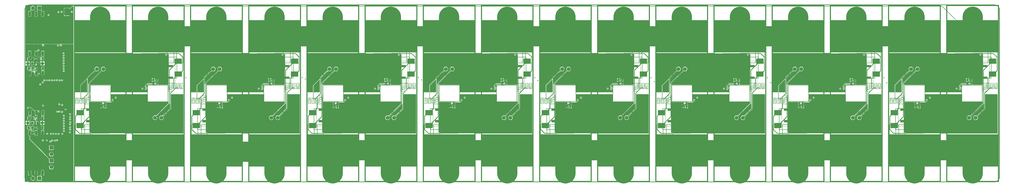
<source format=gbl>
G04*
G04 #@! TF.GenerationSoftware,Altium Limited,Altium Designer,18.1.9 (240)*
G04*
G04 Layer_Physical_Order=4*
G04 Layer_Color=16711680*
%FSLAX25Y25*%
%MOIN*%
G70*
G01*
G75*
%ADD11C,0.01000*%
%ADD12C,0.00787*%
%ADD13C,0.00500*%
%ADD16C,0.00600*%
%ADD17C,0.05000*%
%ADD18C,0.00800*%
%ADD19C,0.00394*%
%ADD20C,0.00197*%
%ADD21C,0.01600*%
%ADD22C,0.00200*%
%ADD30R,0.04331X0.04331*%
%ADD35R,0.02756X0.03543*%
%ADD62C,0.00350*%
%ADD63C,0.39370*%
%ADD64C,0.06000*%
%ADD65C,0.06102*%
%ADD66R,0.06102X0.06102*%
%ADD67R,0.06102X0.06102*%
%ADD68C,0.11811*%
%ADD69C,0.01772*%
%ADD70R,0.80000X0.50000*%
%ADD71R,0.03543X0.03937*%
%ADD72R,0.31496X0.32283*%
%ADD73R,0.07874X0.11811*%
%ADD74R,0.04016X0.07677*%
%ADD75R,0.32283X0.31496*%
%ADD76R,0.11811X0.07874*%
%ADD77C,0.31496*%
G36*
X79500Y277303D02*
X77834D01*
X77375Y277113D01*
X73647Y273385D01*
X73185Y273576D01*
Y273973D01*
X64610D01*
Y261461D01*
X73185D01*
Y271085D01*
X78104Y276004D01*
X79500D01*
Y217900D01*
X5100D01*
X5001Y277746D01*
X5354Y278100D01*
X79500D01*
Y277303D01*
D02*
G37*
G36*
Y4600D02*
X79600Y4500D01*
X79393Y4000D01*
X4454D01*
X4102Y4354D01*
X5098Y217519D01*
X5100Y217521D01*
X31352D01*
X31415Y217436D01*
X31298Y216756D01*
X31284Y216747D01*
X30978Y216289D01*
X30870Y215748D01*
X30978Y215207D01*
X31284Y214749D01*
X31743Y214443D01*
X32283Y214335D01*
X32824Y214443D01*
X33283Y214749D01*
X33589Y215207D01*
X33696Y215748D01*
X33589Y216289D01*
X33283Y216747D01*
X33269Y216756D01*
X33152Y217436D01*
X33215Y217521D01*
X58910D01*
X58974Y217436D01*
X58857Y216756D01*
X58843Y216747D01*
X58537Y216289D01*
X58429Y215748D01*
X58537Y215207D01*
X58843Y214749D01*
X59302Y214443D01*
X59842Y214335D01*
X60383Y214443D01*
X60842Y214749D01*
X61148Y215207D01*
X61256Y215748D01*
X61148Y216289D01*
X60842Y216747D01*
X60828Y216756D01*
X60711Y217436D01*
X60775Y217521D01*
X79500D01*
Y4600D01*
D02*
G37*
G36*
X1249591Y203264D02*
X1304202Y203730D01*
X1304395Y203269D01*
X1303500Y202374D01*
X1303460Y202378D01*
X1303001Y202684D01*
X1302461Y202792D01*
X1301920Y202684D01*
X1301461Y202378D01*
X1301155Y201919D01*
X1301048Y201379D01*
X1301155Y200838D01*
X1301461Y200379D01*
X1301920Y200073D01*
X1302461Y199966D01*
X1303001Y200073D01*
X1303460Y200379D01*
X1303548Y200512D01*
X1303731D01*
X1304063Y200577D01*
X1304344Y200765D01*
X1305898Y202319D01*
X1306398Y202209D01*
Y185208D01*
X1313001D01*
Y181808D01*
X1306398D01*
Y177998D01*
X1306241Y177841D01*
X1306053Y177560D01*
X1305987Y177228D01*
Y167208D01*
X1313001D01*
Y163808D01*
X1305987D01*
Y154528D01*
X1290215D01*
X1289819Y154778D01*
Y159022D01*
X1287466D01*
X1287199Y159522D01*
X1287245Y159591D01*
X1289819D01*
Y163835D01*
X1286362D01*
Y161605D01*
X1285419Y160661D01*
X1284957Y160853D01*
Y161213D01*
X1282579D01*
X1280201D01*
Y158942D01*
X1280850D01*
Y156773D01*
X1273129D01*
X1273129Y156773D01*
X1272798Y156707D01*
X1272516Y156519D01*
X1272516Y156519D01*
X1270155Y154157D01*
X1269967Y153876D01*
X1269901Y153544D01*
Y152663D01*
X1269769Y152575D01*
X1269462Y152116D01*
X1269355Y151575D01*
X1269462Y151035D01*
X1269769Y150576D01*
X1270227Y150270D01*
X1270768Y150162D01*
X1271309Y150270D01*
X1271767Y150576D01*
X1272073Y151035D01*
X1272181Y151575D01*
X1272073Y152116D01*
X1271767Y152575D01*
X1271635Y152663D01*
Y153185D01*
X1272728Y154278D01*
X1273228Y154071D01*
Y151296D01*
X1271276Y149344D01*
X1270768Y149445D01*
X1270227Y149337D01*
X1269769Y149031D01*
X1269462Y148572D01*
X1269355Y148032D01*
X1269462Y147491D01*
X1269769Y147032D01*
X1270227Y146726D01*
X1270768Y146619D01*
X1271309Y146726D01*
X1271767Y147032D01*
X1272073Y147491D01*
X1272181Y148032D01*
X1272080Y148539D01*
X1272766Y149226D01*
X1273228Y149035D01*
Y142717D01*
X1216029D01*
Y154035D01*
X1215918Y154304D01*
X1215650Y154415D01*
X1184072D01*
Y154800D01*
X1184006Y155132D01*
X1183855Y155358D01*
Y156951D01*
X1203075Y176172D01*
X1203353Y175958D01*
X1204204Y175606D01*
X1205118Y175486D01*
X1206032Y175606D01*
X1206883Y175958D01*
X1207614Y176520D01*
X1208175Y177251D01*
X1208528Y178102D01*
X1208648Y179016D01*
X1208528Y179929D01*
X1208175Y180781D01*
X1207614Y181512D01*
X1206883Y182073D01*
X1206032Y182426D01*
X1205118Y182546D01*
X1204204Y182426D01*
X1203353Y182073D01*
X1202622Y181512D01*
X1202061Y180781D01*
X1201708Y179929D01*
X1201588Y179016D01*
X1201708Y178102D01*
X1202061Y177251D01*
X1202172Y177106D01*
X1182745Y157680D01*
X1182555Y157220D01*
Y155722D01*
X1182469Y155646D01*
X1181969Y155869D01*
Y164759D01*
X1190889Y173678D01*
X1191077Y173960D01*
X1191130Y174226D01*
X1193075Y176172D01*
X1193353Y175958D01*
X1194205Y175606D01*
X1195118Y175486D01*
X1196032Y175606D01*
X1196883Y175958D01*
X1197614Y176520D01*
X1198175Y177251D01*
X1198528Y178102D01*
X1198648Y179016D01*
X1198528Y179929D01*
X1198175Y180781D01*
X1197614Y181512D01*
X1196883Y182073D01*
X1196032Y182426D01*
X1195118Y182546D01*
X1194205Y182426D01*
X1193353Y182073D01*
X1192622Y181512D01*
X1192061Y180781D01*
X1191708Y179929D01*
X1191588Y179016D01*
X1191708Y178102D01*
X1192061Y177251D01*
X1192172Y177106D01*
X1190211Y175146D01*
X1189944Y175092D01*
X1189662Y174905D01*
X1180489Y165731D01*
X1180301Y165450D01*
X1180248Y165183D01*
X1169619Y154554D01*
X1169429Y154094D01*
Y142717D01*
X1161122D01*
Y203749D01*
X1249114D01*
X1249591Y203264D01*
D02*
G37*
G36*
X1069669D02*
X1124281Y203730D01*
X1124474Y203269D01*
X1123578Y202374D01*
X1123538Y202378D01*
X1123080Y202684D01*
X1122539Y202792D01*
X1121999Y202684D01*
X1121540Y202378D01*
X1121234Y201919D01*
X1121126Y201379D01*
X1121234Y200838D01*
X1121540Y200379D01*
X1121999Y200073D01*
X1122539Y199966D01*
X1123080Y200073D01*
X1123538Y200379D01*
X1123627Y200512D01*
X1123810D01*
X1124141Y200577D01*
X1124423Y200765D01*
X1125976Y202319D01*
X1126476Y202209D01*
Y185208D01*
X1133079D01*
Y181808D01*
X1126476D01*
Y177998D01*
X1126320Y177841D01*
X1126132Y177560D01*
X1126066Y177228D01*
Y167208D01*
X1133079D01*
Y163808D01*
X1126066D01*
Y154528D01*
X1110294D01*
X1109898Y154778D01*
Y159022D01*
X1107545D01*
X1107278Y159522D01*
X1107324Y159591D01*
X1109898D01*
Y163835D01*
X1106441D01*
Y161605D01*
X1105498Y160661D01*
X1105036Y160853D01*
Y161213D01*
X1102658D01*
X1100280D01*
Y158942D01*
X1100929D01*
Y156773D01*
X1093208D01*
X1093208Y156773D01*
X1092876Y156707D01*
X1092595Y156519D01*
X1092595Y156519D01*
X1090234Y154157D01*
X1090046Y153876D01*
X1089979Y153544D01*
Y152663D01*
X1089847Y152575D01*
X1089541Y152116D01*
X1089434Y151575D01*
X1089541Y151035D01*
X1089847Y150576D01*
X1090306Y150270D01*
X1090847Y150162D01*
X1091387Y150270D01*
X1091846Y150576D01*
X1092152Y151035D01*
X1092260Y151575D01*
X1092152Y152116D01*
X1091846Y152575D01*
X1091714Y152663D01*
Y153185D01*
X1092807Y154278D01*
X1093307Y154071D01*
Y151296D01*
X1091354Y149344D01*
X1090847Y149445D01*
X1090306Y149337D01*
X1089847Y149031D01*
X1089541Y148572D01*
X1089434Y148032D01*
X1089541Y147491D01*
X1089847Y147032D01*
X1090306Y146726D01*
X1090847Y146619D01*
X1091387Y146726D01*
X1091846Y147032D01*
X1092152Y147491D01*
X1092260Y148032D01*
X1092159Y148539D01*
X1092845Y149226D01*
X1093307Y149035D01*
Y142717D01*
X1036108D01*
Y154035D01*
X1035997Y154304D01*
X1035728Y154415D01*
X1004151D01*
Y154800D01*
X1004085Y155132D01*
X1003933Y155358D01*
Y156951D01*
X1023154Y176172D01*
X1023432Y175958D01*
X1024283Y175606D01*
X1025197Y175486D01*
X1026111Y175606D01*
X1026962Y175958D01*
X1027693Y176520D01*
X1028254Y177251D01*
X1028607Y178102D01*
X1028727Y179016D01*
X1028607Y179929D01*
X1028254Y180781D01*
X1027693Y181512D01*
X1026962Y182073D01*
X1026111Y182426D01*
X1025197Y182546D01*
X1024283Y182426D01*
X1023432Y182073D01*
X1022701Y181512D01*
X1022140Y180781D01*
X1021787Y179929D01*
X1021667Y179016D01*
X1021787Y178102D01*
X1022140Y177251D01*
X1022250Y177106D01*
X1002824Y157680D01*
X1002634Y157220D01*
Y155722D01*
X1002548Y155646D01*
X1002048Y155869D01*
Y164759D01*
X1010967Y173678D01*
X1011155Y173960D01*
X1011208Y174226D01*
X1013154Y176172D01*
X1013432Y175958D01*
X1014283Y175606D01*
X1015197Y175486D01*
X1016111Y175606D01*
X1016962Y175958D01*
X1017693Y176520D01*
X1018254Y177251D01*
X1018607Y178102D01*
X1018727Y179016D01*
X1018607Y179929D01*
X1018254Y180781D01*
X1017693Y181512D01*
X1016962Y182073D01*
X1016111Y182426D01*
X1015197Y182546D01*
X1014283Y182426D01*
X1013432Y182073D01*
X1012701Y181512D01*
X1012140Y180781D01*
X1011787Y179929D01*
X1011667Y179016D01*
X1011787Y178102D01*
X1012140Y177251D01*
X1012250Y177106D01*
X1010290Y175146D01*
X1010023Y175092D01*
X1009741Y174905D01*
X1000568Y165731D01*
X1000380Y165450D01*
X1000327Y165183D01*
X989698Y154554D01*
X989508Y154094D01*
Y142717D01*
X981201D01*
Y203749D01*
X1069193D01*
X1069669Y203264D01*
D02*
G37*
G36*
X889748D02*
X944359Y203730D01*
X944553Y203269D01*
X943657Y202374D01*
X943617Y202378D01*
X943159Y202684D01*
X942618Y202792D01*
X942077Y202684D01*
X941619Y202378D01*
X941313Y201919D01*
X941205Y201379D01*
X941313Y200838D01*
X941619Y200379D01*
X942077Y200073D01*
X942618Y199966D01*
X943159Y200073D01*
X943617Y200379D01*
X943705Y200512D01*
X943888D01*
X944220Y200577D01*
X944501Y200765D01*
X946055Y202319D01*
X946555Y202209D01*
Y185208D01*
X953158D01*
Y181808D01*
X946555D01*
Y177998D01*
X946399Y177841D01*
X946211Y177560D01*
X946145Y177228D01*
Y167208D01*
X953158D01*
Y163808D01*
X946145D01*
Y154528D01*
X930373D01*
X929976Y154778D01*
Y159022D01*
X927624D01*
X927357Y159522D01*
X927402Y159591D01*
X929976D01*
Y163835D01*
X926520D01*
Y161605D01*
X925576Y160661D01*
X925114Y160853D01*
Y161213D01*
X922736D01*
X920358D01*
Y158942D01*
X921008D01*
Y156773D01*
X913287D01*
X913287Y156773D01*
X912955Y156707D01*
X912674Y156519D01*
X912674Y156519D01*
X910312Y154157D01*
X910124Y153876D01*
X910058Y153544D01*
Y152663D01*
X909926Y152575D01*
X909620Y152116D01*
X909512Y151575D01*
X909620Y151035D01*
X909926Y150576D01*
X910385Y150270D01*
X910925Y150162D01*
X911466Y150270D01*
X911924Y150576D01*
X912231Y151035D01*
X912338Y151575D01*
X912231Y152116D01*
X911924Y152575D01*
X911792Y152663D01*
Y153185D01*
X912886Y154278D01*
X913386Y154071D01*
Y151296D01*
X911433Y149344D01*
X910925Y149445D01*
X910385Y149337D01*
X909926Y149031D01*
X909620Y148572D01*
X909512Y148032D01*
X909620Y147491D01*
X909926Y147032D01*
X910385Y146726D01*
X910925Y146619D01*
X911466Y146726D01*
X911924Y147032D01*
X912231Y147491D01*
X912338Y148032D01*
X912237Y148539D01*
X912924Y149226D01*
X913386Y149035D01*
Y142717D01*
X856186D01*
Y154035D01*
X856075Y154304D01*
X855807Y154415D01*
X824229D01*
Y154800D01*
X824163Y155132D01*
X824012Y155358D01*
Y156951D01*
X843233Y176172D01*
X843511Y175958D01*
X844362Y175606D01*
X845276Y175486D01*
X846189Y175606D01*
X847041Y175958D01*
X847772Y176520D01*
X848333Y177251D01*
X848686Y178102D01*
X848806Y179016D01*
X848686Y179929D01*
X848333Y180781D01*
X847772Y181512D01*
X847041Y182073D01*
X846189Y182426D01*
X845276Y182546D01*
X844362Y182426D01*
X843511Y182073D01*
X842779Y181512D01*
X842218Y180781D01*
X841866Y179929D01*
X841745Y179016D01*
X841866Y178102D01*
X842218Y177251D01*
X842329Y177106D01*
X822903Y157680D01*
X822712Y157220D01*
Y155722D01*
X822627Y155646D01*
X822127Y155869D01*
Y164759D01*
X831046Y173678D01*
X831234Y173960D01*
X831287Y174226D01*
X833233Y176172D01*
X833511Y175958D01*
X834362Y175606D01*
X835276Y175486D01*
X836189Y175606D01*
X837041Y175958D01*
X837772Y176520D01*
X838333Y177251D01*
X838686Y178102D01*
X838806Y179016D01*
X838686Y179929D01*
X838333Y180781D01*
X837772Y181512D01*
X837041Y182073D01*
X836189Y182426D01*
X835276Y182546D01*
X834362Y182426D01*
X833511Y182073D01*
X832779Y181512D01*
X832218Y180781D01*
X831866Y179929D01*
X831746Y179016D01*
X831866Y178102D01*
X832218Y177251D01*
X832329Y177106D01*
X830368Y175146D01*
X830101Y175092D01*
X829820Y174905D01*
X820647Y165731D01*
X820459Y165450D01*
X820406Y165183D01*
X809777Y154554D01*
X809586Y154094D01*
Y142717D01*
X801280D01*
Y203749D01*
X889272D01*
X889748Y203264D01*
D02*
G37*
G36*
X709827D02*
X764438Y203730D01*
X764632Y203269D01*
X763736Y202374D01*
X763696Y202378D01*
X763237Y202684D01*
X762697Y202792D01*
X762156Y202684D01*
X761698Y202378D01*
X761391Y201919D01*
X761284Y201379D01*
X761391Y200838D01*
X761698Y200379D01*
X762156Y200073D01*
X762697Y199966D01*
X763237Y200073D01*
X763696Y200379D01*
X763784Y200512D01*
X763967D01*
X764299Y200577D01*
X764580Y200765D01*
X766134Y202319D01*
X766634Y202209D01*
Y185208D01*
X773237D01*
Y181808D01*
X766634D01*
Y177998D01*
X766477Y177841D01*
X766290Y177560D01*
X766224Y177228D01*
Y167208D01*
X773237D01*
Y163808D01*
X766224D01*
Y154528D01*
X750452D01*
X750055Y154778D01*
Y159022D01*
X747703D01*
X747435Y159522D01*
X747481Y159591D01*
X750055D01*
Y163835D01*
X746598D01*
Y161605D01*
X745655Y160661D01*
X745193Y160853D01*
Y161213D01*
X742815D01*
X740437D01*
Y158942D01*
X741087D01*
Y156773D01*
X733366D01*
X733366Y156773D01*
X733034Y156707D01*
X732753Y156519D01*
X732753Y156519D01*
X730391Y154157D01*
X730203Y153876D01*
X730137Y153544D01*
Y152663D01*
X730005Y152575D01*
X729699Y152116D01*
X729591Y151575D01*
X729699Y151035D01*
X730005Y150576D01*
X730463Y150270D01*
X731004Y150162D01*
X731545Y150270D01*
X732003Y150576D01*
X732309Y151035D01*
X732417Y151575D01*
X732309Y152116D01*
X732003Y152575D01*
X731871Y152663D01*
Y153185D01*
X732965Y154278D01*
X733465Y154071D01*
Y151296D01*
X731512Y149344D01*
X731004Y149445D01*
X730463Y149337D01*
X730005Y149031D01*
X729699Y148572D01*
X729591Y148032D01*
X729699Y147491D01*
X730005Y147032D01*
X730463Y146726D01*
X731004Y146619D01*
X731545Y146726D01*
X732003Y147032D01*
X732309Y147491D01*
X732417Y148032D01*
X732316Y148539D01*
X733003Y149226D01*
X733465Y149035D01*
Y142717D01*
X676265D01*
Y154035D01*
X676154Y154304D01*
X675886Y154415D01*
X644308D01*
Y154800D01*
X644242Y155132D01*
X644091Y155358D01*
Y156951D01*
X663311Y176172D01*
X663589Y175958D01*
X664441Y175606D01*
X665354Y175486D01*
X666268Y175606D01*
X667120Y175958D01*
X667851Y176520D01*
X668412Y177251D01*
X668764Y178102D01*
X668885Y179016D01*
X668764Y179929D01*
X668412Y180781D01*
X667851Y181512D01*
X667120Y182073D01*
X666268Y182426D01*
X665354Y182546D01*
X664441Y182426D01*
X663589Y182073D01*
X662858Y181512D01*
X662297Y180781D01*
X661944Y179929D01*
X661824Y179016D01*
X661944Y178102D01*
X662297Y177251D01*
X662408Y177106D01*
X642981Y157680D01*
X642791Y157220D01*
Y155722D01*
X642706Y155646D01*
X642206Y155869D01*
Y164759D01*
X651125Y173678D01*
X651313Y173960D01*
X651366Y174226D01*
X653311Y176172D01*
X653589Y175958D01*
X654441Y175606D01*
X655354Y175486D01*
X656268Y175606D01*
X657120Y175958D01*
X657851Y176520D01*
X658412Y177251D01*
X658764Y178102D01*
X658885Y179016D01*
X658764Y179929D01*
X658412Y180781D01*
X657851Y181512D01*
X657120Y182073D01*
X656268Y182426D01*
X655354Y182546D01*
X654441Y182426D01*
X653589Y182073D01*
X652858Y181512D01*
X652297Y180781D01*
X651944Y179929D01*
X651824Y179016D01*
X651944Y178102D01*
X652297Y177251D01*
X652408Y177106D01*
X650447Y175146D01*
X650180Y175092D01*
X649899Y174905D01*
X640726Y165731D01*
X640538Y165450D01*
X640484Y165183D01*
X629855Y154554D01*
X629665Y154094D01*
Y142717D01*
X621358D01*
Y203749D01*
X709350D01*
X709827Y203264D01*
D02*
G37*
G36*
X529906D02*
X584517Y203730D01*
X584710Y203269D01*
X583815Y202374D01*
X583775Y202378D01*
X583316Y202684D01*
X582775Y202792D01*
X582235Y202684D01*
X581776Y202378D01*
X581470Y201919D01*
X581363Y201379D01*
X581470Y200838D01*
X581776Y200379D01*
X582235Y200073D01*
X582775Y199966D01*
X583316Y200073D01*
X583775Y200379D01*
X583863Y200512D01*
X584046D01*
X584377Y200577D01*
X584659Y200765D01*
X586213Y202319D01*
X586713Y202209D01*
Y185208D01*
X593316D01*
Y181808D01*
X586713D01*
Y177998D01*
X586556Y177841D01*
X586368Y177560D01*
X586302Y177228D01*
Y167208D01*
X593316D01*
Y163808D01*
X586302D01*
Y154528D01*
X570530D01*
X570134Y154778D01*
Y159022D01*
X567781D01*
X567514Y159522D01*
X567560Y159591D01*
X570134D01*
Y163835D01*
X566677D01*
Y161605D01*
X565734Y160661D01*
X565272Y160853D01*
Y161213D01*
X562894D01*
X560516D01*
Y158942D01*
X561166D01*
Y156773D01*
X553444D01*
X553444Y156773D01*
X553113Y156707D01*
X552831Y156519D01*
X552831Y156519D01*
X550470Y154157D01*
X550282Y153876D01*
X550216Y153544D01*
Y152663D01*
X550084Y152575D01*
X549777Y152116D01*
X549670Y151575D01*
X549777Y151035D01*
X550084Y150576D01*
X550542Y150270D01*
X551083Y150162D01*
X551623Y150270D01*
X552082Y150576D01*
X552388Y151035D01*
X552496Y151575D01*
X552388Y152116D01*
X552082Y152575D01*
X551950Y152663D01*
Y153185D01*
X553043Y154278D01*
X553543Y154071D01*
Y151296D01*
X551590Y149344D01*
X551083Y149445D01*
X550542Y149337D01*
X550084Y149031D01*
X549777Y148572D01*
X549670Y148032D01*
X549777Y147491D01*
X550084Y147032D01*
X550542Y146726D01*
X551083Y146619D01*
X551623Y146726D01*
X552082Y147032D01*
X552388Y147491D01*
X552496Y148032D01*
X552395Y148539D01*
X553081Y149226D01*
X553543Y149035D01*
Y142717D01*
X496344D01*
Y154035D01*
X496233Y154304D01*
X495965Y154415D01*
X464387D01*
Y154800D01*
X464321Y155132D01*
X464170Y155358D01*
Y156951D01*
X483390Y176172D01*
X483668Y175958D01*
X484519Y175606D01*
X485433Y175486D01*
X486347Y175606D01*
X487198Y175958D01*
X487929Y176520D01*
X488490Y177251D01*
X488843Y178102D01*
X488963Y179016D01*
X488843Y179929D01*
X488490Y180781D01*
X487929Y181512D01*
X487198Y182073D01*
X486347Y182426D01*
X485433Y182546D01*
X484519Y182426D01*
X483668Y182073D01*
X482937Y181512D01*
X482376Y180781D01*
X482023Y179929D01*
X481903Y179016D01*
X482023Y178102D01*
X482376Y177251D01*
X482487Y177106D01*
X463060Y157680D01*
X462870Y157220D01*
Y155722D01*
X462784Y155646D01*
X462284Y155869D01*
Y164759D01*
X471204Y173678D01*
X471392Y173960D01*
X471444Y174222D01*
X473392Y176170D01*
X473668Y175958D01*
X474519Y175606D01*
X475433Y175486D01*
X476347Y175606D01*
X477198Y175958D01*
X477929Y176520D01*
X478490Y177251D01*
X478843Y178102D01*
X478963Y179016D01*
X478843Y179929D01*
X478490Y180781D01*
X477929Y181512D01*
X477198Y182073D01*
X476347Y182426D01*
X475433Y182546D01*
X474519Y182426D01*
X473668Y182073D01*
X472937Y181512D01*
X472376Y180781D01*
X472023Y179929D01*
X471903Y179016D01*
X472023Y178102D01*
X472376Y177251D01*
X472588Y176974D01*
X470742Y175128D01*
X470590Y175158D01*
X470259Y175092D01*
X469977Y174905D01*
X460804Y165731D01*
X460616Y165450D01*
X460563Y165183D01*
X449934Y154554D01*
X449744Y154094D01*
Y142717D01*
X441437D01*
Y203749D01*
X529429D01*
X529906Y203264D01*
D02*
G37*
G36*
X349984D02*
X404596Y203730D01*
X404789Y203269D01*
X403893Y202374D01*
X403853Y202378D01*
X403395Y202684D01*
X402854Y202792D01*
X402314Y202684D01*
X401855Y202378D01*
X401549Y201919D01*
X401441Y201379D01*
X401549Y200838D01*
X401855Y200379D01*
X402314Y200073D01*
X402854Y199966D01*
X403395Y200073D01*
X403853Y200379D01*
X403942Y200512D01*
X404124D01*
X404456Y200577D01*
X404738Y200765D01*
X406291Y202319D01*
X406791Y202209D01*
Y185208D01*
X413394D01*
Y181808D01*
X406791D01*
Y177998D01*
X406635Y177841D01*
X406447Y177560D01*
X406381Y177228D01*
Y167208D01*
X413394D01*
Y163808D01*
X406381D01*
Y154528D01*
X390609D01*
X390213Y154778D01*
Y159022D01*
X387860D01*
X387593Y159522D01*
X387639Y159591D01*
X390213D01*
Y163835D01*
X386756D01*
Y161605D01*
X385812Y160661D01*
X385350Y160853D01*
Y161213D01*
X382973D01*
X380594D01*
Y158942D01*
X381244D01*
Y156773D01*
X373523D01*
X373523Y156773D01*
X373191Y156707D01*
X372910Y156519D01*
X372910Y156519D01*
X370548Y154157D01*
X370360Y153876D01*
X370294Y153544D01*
Y152663D01*
X370162Y152575D01*
X369856Y152116D01*
X369748Y151575D01*
X369856Y151035D01*
X370162Y150576D01*
X370621Y150270D01*
X371162Y150162D01*
X371702Y150270D01*
X372161Y150576D01*
X372467Y151035D01*
X372574Y151575D01*
X372467Y152116D01*
X372161Y152575D01*
X372028Y152663D01*
Y153185D01*
X373122Y154278D01*
X373622Y154071D01*
Y151296D01*
X371669Y149344D01*
X371162Y149445D01*
X370621Y149337D01*
X370162Y149031D01*
X369856Y148572D01*
X369748Y148032D01*
X369856Y147491D01*
X370162Y147032D01*
X370621Y146726D01*
X371162Y146619D01*
X371702Y146726D01*
X372161Y147032D01*
X372467Y147491D01*
X372574Y148032D01*
X372474Y148539D01*
X373160Y149226D01*
X373622Y149035D01*
Y142717D01*
X316423D01*
Y154035D01*
X316312Y154304D01*
X316043Y154415D01*
X284466D01*
Y154800D01*
X284400Y155132D01*
X284248Y155358D01*
Y156951D01*
X303469Y176172D01*
X303747Y175958D01*
X304598Y175606D01*
X305512Y175486D01*
X306426Y175606D01*
X307277Y175958D01*
X308008Y176520D01*
X308569Y177251D01*
X308922Y178102D01*
X309042Y179016D01*
X308922Y179929D01*
X308569Y180781D01*
X308008Y181512D01*
X307277Y182073D01*
X306426Y182426D01*
X305512Y182546D01*
X304598Y182426D01*
X303747Y182073D01*
X303016Y181512D01*
X302455Y180781D01*
X302102Y179929D01*
X301982Y179016D01*
X302102Y178102D01*
X302455Y177251D01*
X302565Y177106D01*
X283139Y157680D01*
X282949Y157220D01*
Y155722D01*
X282863Y155646D01*
X282363Y155869D01*
Y164759D01*
X291282Y173678D01*
X291470Y173960D01*
X291523Y174226D01*
X293469Y176172D01*
X293747Y175958D01*
X294598Y175606D01*
X295512Y175486D01*
X296426Y175606D01*
X297277Y175958D01*
X298008Y176520D01*
X298569Y177251D01*
X298922Y178102D01*
X299042Y179016D01*
X298922Y179929D01*
X298569Y180781D01*
X298008Y181512D01*
X297277Y182073D01*
X296426Y182426D01*
X295512Y182546D01*
X294598Y182426D01*
X293747Y182073D01*
X293016Y181512D01*
X292455Y180781D01*
X292102Y179929D01*
X291982Y179016D01*
X292102Y178102D01*
X292455Y177251D01*
X292565Y177106D01*
X290605Y175146D01*
X290337Y175092D01*
X290056Y174905D01*
X280883Y165731D01*
X280695Y165450D01*
X280642Y165183D01*
X270013Y154554D01*
X269823Y154094D01*
Y142717D01*
X261516D01*
Y203749D01*
X349508D01*
X349984Y203264D01*
D02*
G37*
G36*
X170063D02*
X224674Y203730D01*
X224868Y203269D01*
X223972Y202374D01*
X223932Y202378D01*
X223474Y202684D01*
X222933Y202792D01*
X222392Y202684D01*
X221934Y202378D01*
X221628Y201919D01*
X221520Y201379D01*
X221628Y200838D01*
X221934Y200379D01*
X222392Y200073D01*
X222933Y199966D01*
X223474Y200073D01*
X223932Y200379D01*
X224020Y200512D01*
X224203D01*
X224535Y200577D01*
X224816Y200765D01*
X226370Y202319D01*
X226870Y202209D01*
Y185208D01*
X233473D01*
Y181808D01*
X226870D01*
Y177998D01*
X226714Y177841D01*
X226526Y177560D01*
X226460Y177228D01*
Y167208D01*
X233473D01*
Y163808D01*
X226460D01*
Y154528D01*
X210688D01*
X210291Y154778D01*
Y159022D01*
X207939D01*
X207671Y159522D01*
X207717Y159591D01*
X210291D01*
Y163835D01*
X206835D01*
Y161605D01*
X205891Y160661D01*
X205429Y160853D01*
Y161213D01*
X203051D01*
Y161713D01*
D01*
Y161213D01*
X200673D01*
Y158942D01*
X201323D01*
Y156773D01*
X193602D01*
X193602Y156773D01*
X193270Y156707D01*
X192989Y156519D01*
X192989Y156519D01*
X190627Y154157D01*
X190439Y153876D01*
X190373Y153544D01*
Y152663D01*
X190241Y152575D01*
X189935Y152116D01*
X189827Y151575D01*
X189935Y151035D01*
X190241Y150576D01*
X190700Y150270D01*
X191240Y150162D01*
X191781Y150270D01*
X192239Y150576D01*
X192546Y151035D01*
X192653Y151575D01*
X192546Y152116D01*
X192239Y152575D01*
X192107Y152663D01*
Y153185D01*
X193201Y154278D01*
X193701Y154071D01*
Y151296D01*
X191748Y149344D01*
X191240Y149445D01*
X190700Y149337D01*
X190241Y149031D01*
X189935Y148572D01*
X189827Y148032D01*
X189935Y147491D01*
X190241Y147032D01*
X190700Y146726D01*
X191240Y146619D01*
X191781Y146726D01*
X192239Y147032D01*
X192546Y147491D01*
X192653Y148032D01*
X192552Y148539D01*
X193239Y149226D01*
X193701Y149035D01*
Y142717D01*
X137427D01*
Y154016D01*
X137316Y154284D01*
X137048Y154395D01*
X105552D01*
X105283Y154284D01*
X105172Y154016D01*
Y142717D01*
X104544D01*
Y154800D01*
X104478Y155132D01*
X104327Y155358D01*
Y156951D01*
X123548Y176172D01*
X123826Y175958D01*
X124677Y175606D01*
X125591Y175486D01*
X126504Y175606D01*
X127356Y175958D01*
X128087Y176520D01*
X128648Y177251D01*
X129000Y178102D01*
X129121Y179016D01*
X129000Y179929D01*
X128648Y180781D01*
X128087Y181512D01*
X127356Y182073D01*
X126504Y182426D01*
X125591Y182546D01*
X124677Y182426D01*
X123826Y182073D01*
X123094Y181512D01*
X122533Y180781D01*
X122181Y179929D01*
X122060Y179016D01*
X122181Y178102D01*
X122533Y177251D01*
X122644Y177106D01*
X103218Y157680D01*
X103027Y157220D01*
Y155722D01*
X102942Y155646D01*
X102442Y155869D01*
Y164759D01*
X111361Y173678D01*
X111549Y173960D01*
X111602Y174226D01*
X113548Y176172D01*
X113826Y175958D01*
X114677Y175606D01*
X115591Y175486D01*
X116504Y175606D01*
X117356Y175958D01*
X118087Y176520D01*
X118648Y177251D01*
X119000Y178102D01*
X119121Y179016D01*
X119000Y179929D01*
X118648Y180781D01*
X118087Y181512D01*
X117356Y182073D01*
X116504Y182426D01*
X115591Y182546D01*
X114677Y182426D01*
X113826Y182073D01*
X113094Y181512D01*
X112533Y180781D01*
X112181Y179929D01*
X112060Y179016D01*
X112181Y178102D01*
X112533Y177251D01*
X112644Y177106D01*
X110683Y175146D01*
X110416Y175092D01*
X110135Y174905D01*
X100962Y165731D01*
X100774Y165450D01*
X100721Y165183D01*
X90092Y154554D01*
X89901Y154094D01*
Y142717D01*
X81595D01*
Y203749D01*
X169587D01*
X170063Y203264D01*
D02*
G37*
G36*
X1429512D02*
X1484123Y203730D01*
X1484317Y203269D01*
X1483421Y202374D01*
X1483381Y202378D01*
X1482922Y202684D01*
X1482382Y202792D01*
X1481841Y202684D01*
X1481383Y202378D01*
X1481076Y201919D01*
X1480969Y201379D01*
X1481076Y200838D01*
X1481383Y200379D01*
X1481841Y200073D01*
X1482382Y199966D01*
X1482922Y200073D01*
X1483381Y200379D01*
X1483469Y200512D01*
X1483652D01*
X1483984Y200577D01*
X1484265Y200765D01*
X1485819Y202319D01*
X1486319Y202209D01*
Y185208D01*
X1492922D01*
Y181808D01*
X1486319D01*
Y177998D01*
X1486162Y177841D01*
X1485975Y177560D01*
X1485909Y177228D01*
Y167208D01*
X1492922D01*
Y163808D01*
X1485909D01*
Y154528D01*
X1470137D01*
X1469740Y154778D01*
Y159022D01*
X1467388D01*
X1467120Y159522D01*
X1467166Y159591D01*
X1469740D01*
Y163835D01*
X1466284D01*
Y161605D01*
X1465340Y160661D01*
X1464878Y160853D01*
Y161213D01*
X1462500D01*
X1460122D01*
Y158942D01*
X1460772D01*
Y156773D01*
X1453051D01*
X1453051Y156773D01*
X1452719Y156707D01*
X1452437Y156519D01*
X1452437Y156519D01*
X1450076Y154157D01*
X1449888Y153876D01*
X1449822Y153544D01*
Y152663D01*
X1449690Y152575D01*
X1449384Y152116D01*
X1449276Y151575D01*
X1449384Y151035D01*
X1449690Y150576D01*
X1450148Y150270D01*
X1450689Y150162D01*
X1451230Y150270D01*
X1451688Y150576D01*
X1451994Y151035D01*
X1452102Y151575D01*
X1451994Y152116D01*
X1451688Y152575D01*
X1451556Y152663D01*
Y153185D01*
X1452650Y154278D01*
X1453150Y154071D01*
Y151296D01*
X1451197Y149344D01*
X1450689Y149445D01*
X1450148Y149337D01*
X1449690Y149031D01*
X1449384Y148572D01*
X1449276Y148032D01*
X1449384Y147491D01*
X1449690Y147032D01*
X1450148Y146726D01*
X1450689Y146619D01*
X1451230Y146726D01*
X1451688Y147032D01*
X1451994Y147491D01*
X1452102Y148032D01*
X1452001Y148539D01*
X1452688Y149226D01*
X1453150Y149035D01*
Y142717D01*
X1395950D01*
Y154035D01*
X1395839Y154304D01*
X1395571Y154415D01*
X1363993D01*
Y154800D01*
X1363927Y155132D01*
X1363776Y155358D01*
Y156951D01*
X1382996Y176172D01*
X1383274Y175958D01*
X1384126Y175606D01*
X1385039Y175486D01*
X1385953Y175606D01*
X1386804Y175958D01*
X1387536Y176520D01*
X1388097Y177251D01*
X1388449Y178102D01*
X1388570Y179016D01*
X1388449Y179929D01*
X1388097Y180781D01*
X1387536Y181512D01*
X1386804Y182073D01*
X1385953Y182426D01*
X1385039Y182546D01*
X1384126Y182426D01*
X1383274Y182073D01*
X1382543Y181512D01*
X1381982Y180781D01*
X1381629Y179929D01*
X1381509Y179016D01*
X1381629Y178102D01*
X1381982Y177251D01*
X1382093Y177106D01*
X1362667Y157680D01*
X1362476Y157220D01*
Y155722D01*
X1362391Y155646D01*
X1361891Y155869D01*
Y164759D01*
X1370810Y173678D01*
X1370998Y173960D01*
X1371051Y174226D01*
X1372996Y176172D01*
X1373274Y175958D01*
X1374126Y175606D01*
X1375039Y175486D01*
X1375953Y175606D01*
X1376805Y175958D01*
X1377536Y176520D01*
X1378097Y177251D01*
X1378449Y178102D01*
X1378570Y179016D01*
X1378449Y179929D01*
X1378097Y180781D01*
X1377536Y181512D01*
X1376805Y182073D01*
X1375953Y182426D01*
X1375039Y182546D01*
X1374126Y182426D01*
X1373274Y182073D01*
X1372543Y181512D01*
X1371982Y180781D01*
X1371630Y179929D01*
X1371509Y179016D01*
X1371630Y178102D01*
X1371982Y177251D01*
X1372093Y177106D01*
X1370132Y175146D01*
X1369865Y175092D01*
X1369584Y174905D01*
X1360410Y165731D01*
X1360223Y165450D01*
X1360169Y165183D01*
X1349541Y154554D01*
X1349350Y154094D01*
Y142717D01*
X1341043D01*
Y203749D01*
X1429035D01*
X1429512Y203264D01*
D02*
G37*
G36*
X1360157Y162679D02*
Y142717D01*
X1350650D01*
Y153825D01*
X1359695Y162870D01*
X1360157Y162679D01*
D02*
G37*
G36*
X1180235D02*
Y142717D01*
X1170729D01*
Y153825D01*
X1179773Y162870D01*
X1180235Y162679D01*
D02*
G37*
G36*
X1000314D02*
Y142717D01*
X990807D01*
Y153825D01*
X999852Y162870D01*
X1000314Y162679D01*
D02*
G37*
G36*
X820393D02*
Y142717D01*
X810886D01*
Y153825D01*
X819931Y162870D01*
X820393Y162679D01*
D02*
G37*
G36*
X640472D02*
Y142717D01*
X630965D01*
Y153825D01*
X640010Y162870D01*
X640472Y162679D01*
D02*
G37*
G36*
X460550D02*
Y142717D01*
X451044D01*
Y153825D01*
X460088Y162870D01*
X460550Y162679D01*
D02*
G37*
G36*
X280629D02*
Y142717D01*
X271122D01*
Y153825D01*
X280167Y162870D01*
X280629Y162679D01*
D02*
G37*
G36*
X100708D02*
Y142717D01*
X91201D01*
Y153825D01*
X100246Y162870D01*
X100708Y162679D01*
D02*
G37*
G36*
X1328937Y78732D02*
X1240945D01*
X1240469Y79216D01*
X1187027Y78760D01*
X1186709Y79146D01*
X1186723Y79217D01*
X1186615Y79757D01*
X1186309Y80216D01*
X1185850Y80522D01*
X1185310Y80630D01*
X1184769Y80522D01*
X1184311Y80216D01*
X1184222Y80084D01*
X1183661D01*
Y96322D01*
X1178436D01*
Y99722D01*
X1183661D01*
Y104483D01*
X1183818Y104640D01*
X1183818Y104640D01*
X1184006Y104921D01*
X1184072Y105253D01*
X1184072Y105253D01*
Y114322D01*
X1178436D01*
Y117722D01*
X1184072D01*
Y127953D01*
X1199844D01*
X1200240Y127703D01*
X1200240Y127453D01*
Y123459D01*
X1202593D01*
X1202860Y122959D01*
X1202814Y122890D01*
X1200240D01*
Y118646D01*
X1203697D01*
Y120876D01*
X1204641Y121820D01*
X1205103Y121629D01*
Y121268D01*
X1207481D01*
X1209859D01*
Y123539D01*
X1209209D01*
Y126102D01*
X1217323D01*
X1217655Y126168D01*
X1217655Y126168D01*
X1217655Y126168D01*
X1217936Y126356D01*
X1219905Y128324D01*
X1220092Y128605D01*
X1220158Y128937D01*
Y129818D01*
X1220290Y129906D01*
X1220597Y130365D01*
X1220704Y130906D01*
X1220597Y131446D01*
X1220290Y131905D01*
X1219832Y132211D01*
X1219291Y132319D01*
X1218751Y132211D01*
X1218292Y131905D01*
X1217986Y131446D01*
X1217878Y130906D01*
X1217986Y130365D01*
X1218292Y129906D01*
X1218424Y129818D01*
Y129296D01*
X1217331Y128203D01*
X1216831Y128410D01*
Y139764D01*
X1274030D01*
Y128445D01*
X1274141Y128177D01*
X1274409Y128066D01*
X1305987D01*
Y125620D01*
X1286743Y106376D01*
X1286706Y106404D01*
X1285855Y106757D01*
X1284941Y106877D01*
X1284027Y106757D01*
X1283176Y106404D01*
X1282445Y105843D01*
X1281884Y105112D01*
X1281531Y104261D01*
X1281411Y103347D01*
X1281531Y102433D01*
X1281884Y101582D01*
X1282445Y100851D01*
X1283176Y100290D01*
X1284027Y99937D01*
X1284941Y99817D01*
X1285855Y99937D01*
X1286706Y100290D01*
X1287437Y100851D01*
X1287998Y101582D01*
X1288351Y102433D01*
X1288471Y103347D01*
X1288351Y104261D01*
X1287998Y105112D01*
X1287970Y105149D01*
X1307467Y124647D01*
X1307590Y124830D01*
X1308090Y124744D01*
Y117722D01*
X1299052Y108685D01*
X1296743Y106376D01*
X1296706Y106404D01*
X1295855Y106757D01*
X1294941Y106877D01*
X1294027Y106757D01*
X1293176Y106404D01*
X1292445Y105843D01*
X1291884Y105112D01*
X1291531Y104261D01*
X1291411Y103347D01*
X1291531Y102433D01*
X1291884Y101582D01*
X1292445Y100851D01*
X1293176Y100290D01*
X1294027Y99937D01*
X1294941Y99817D01*
X1295855Y99937D01*
X1296706Y100290D01*
X1297437Y100851D01*
X1297998Y101582D01*
X1298351Y102433D01*
X1298471Y103347D01*
X1298351Y104261D01*
X1297998Y105112D01*
X1297970Y105149D01*
X1300278Y107458D01*
X1309570Y116750D01*
X1309570Y116750D01*
X1309758Y117031D01*
X1309824Y117363D01*
Y139764D01*
X1328937D01*
Y78732D01*
D02*
G37*
G36*
X249410D02*
X161417D01*
X160941Y79216D01*
X107500Y78760D01*
X107181Y79146D01*
X107195Y79217D01*
X107088Y79757D01*
X106781Y80216D01*
X106323Y80522D01*
X105782Y80630D01*
X105241Y80522D01*
X104783Y80216D01*
X104695Y80084D01*
X104134D01*
Y96322D01*
X98909D01*
Y99722D01*
X104134D01*
Y104483D01*
X104290Y104640D01*
X104290Y104640D01*
X104478Y104921D01*
X104544Y105253D01*
X104544Y105253D01*
Y114322D01*
X98909D01*
Y117722D01*
X104544D01*
Y127953D01*
X120316D01*
X120713Y127703D01*
X120713Y127453D01*
Y123459D01*
X123065D01*
X123333Y122959D01*
X123287Y122890D01*
X120713D01*
Y118646D01*
X124169D01*
Y120876D01*
X125113Y121820D01*
X125575Y121628D01*
Y121268D01*
X127953D01*
X130331D01*
Y123539D01*
X129681D01*
Y126102D01*
X137795D01*
X138127Y126168D01*
X138127Y126168D01*
X138127Y126168D01*
X138408Y126356D01*
X140377Y128324D01*
X140565Y128605D01*
X140631Y128937D01*
Y129818D01*
X140763Y129906D01*
X141069Y130365D01*
X141177Y130906D01*
X141069Y131446D01*
X140763Y131905D01*
X140305Y132211D01*
X139764Y132319D01*
X139223Y132211D01*
X138765Y131905D01*
X138458Y131446D01*
X138351Y130906D01*
X138458Y130365D01*
X138765Y129906D01*
X138897Y129818D01*
Y129296D01*
X137889Y128288D01*
X137871Y128292D01*
X137427Y128533D01*
Y139764D01*
X194503D01*
Y128445D01*
X194614Y128177D01*
X194882Y128066D01*
X226460D01*
Y125620D01*
X207216Y106376D01*
X207178Y106404D01*
X206327Y106757D01*
X205413Y106877D01*
X204500Y106757D01*
X203648Y106404D01*
X202917Y105843D01*
X202356Y105112D01*
X202004Y104261D01*
X201883Y103347D01*
X202004Y102433D01*
X202356Y101582D01*
X202917Y100851D01*
X203648Y100290D01*
X204500Y99937D01*
X205413Y99817D01*
X206327Y99937D01*
X207178Y100290D01*
X207910Y100851D01*
X208471Y101582D01*
X208823Y102433D01*
X208944Y103347D01*
X208823Y104261D01*
X208471Y105112D01*
X208442Y105149D01*
X227940Y124647D01*
X228062Y124830D01*
X228562Y124744D01*
Y117722D01*
X219643Y108803D01*
X217216Y106376D01*
X217179Y106404D01*
X216327Y106757D01*
X215413Y106877D01*
X214500Y106757D01*
X213648Y106404D01*
X212917Y105843D01*
X212356Y105112D01*
X212003Y104261D01*
X211883Y103347D01*
X212003Y102433D01*
X212356Y101582D01*
X212917Y100851D01*
X213648Y100290D01*
X214500Y99937D01*
X215413Y99817D01*
X216327Y99937D01*
X217179Y100290D01*
X217910Y100851D01*
X218471Y101582D01*
X218823Y102433D01*
X218944Y103347D01*
X218823Y104261D01*
X218471Y105112D01*
X218442Y105149D01*
X220751Y107458D01*
X230042Y116750D01*
X230042Y116750D01*
X230230Y117031D01*
X230296Y117363D01*
Y139764D01*
X249410D01*
Y78732D01*
D02*
G37*
G36*
X1508858D02*
X1420866D01*
X1420390Y79216D01*
X1366949Y78760D01*
X1366630Y79146D01*
X1366644Y79217D01*
X1366536Y79757D01*
X1366230Y80216D01*
X1365772Y80522D01*
X1365231Y80630D01*
X1364690Y80522D01*
X1364232Y80216D01*
X1364143Y80084D01*
X1363583D01*
Y96322D01*
X1358357D01*
Y99722D01*
X1363583D01*
Y104483D01*
X1363739Y104640D01*
X1363739Y104640D01*
X1363927Y104921D01*
X1363993Y105253D01*
X1363993Y105253D01*
Y114322D01*
X1358357D01*
Y117722D01*
X1363993D01*
Y127953D01*
X1379765D01*
X1380161Y127703D01*
X1380161Y127453D01*
Y123459D01*
X1382514D01*
X1382781Y122959D01*
X1382735Y122890D01*
X1380161D01*
Y118646D01*
X1383618D01*
Y120876D01*
X1384562Y121820D01*
X1385024Y121628D01*
Y121268D01*
X1387402D01*
X1389780D01*
Y123539D01*
X1389130D01*
Y126102D01*
X1397244D01*
X1397576Y126168D01*
X1397576Y126168D01*
X1397576Y126168D01*
X1397857Y126356D01*
X1399826Y128324D01*
X1400014Y128605D01*
X1400080Y128937D01*
Y129818D01*
X1400212Y129906D01*
X1400518Y130365D01*
X1400626Y130906D01*
X1400518Y131446D01*
X1400212Y131905D01*
X1399753Y132211D01*
X1399213Y132319D01*
X1398672Y132211D01*
X1398213Y131905D01*
X1397907Y131446D01*
X1397800Y130906D01*
X1397907Y130365D01*
X1398213Y129906D01*
X1398346Y129818D01*
Y129296D01*
X1397252Y128203D01*
X1396752Y128410D01*
Y139764D01*
X1453951D01*
Y128445D01*
X1454062Y128177D01*
X1454331Y128066D01*
X1485909D01*
Y125620D01*
X1466665Y106376D01*
X1466627Y106404D01*
X1465776Y106757D01*
X1464862Y106877D01*
X1463949Y106757D01*
X1463097Y106404D01*
X1462366Y105843D01*
X1461805Y105112D01*
X1461452Y104261D01*
X1461332Y103347D01*
X1461452Y102433D01*
X1461805Y101582D01*
X1462366Y100851D01*
X1463097Y100290D01*
X1463949Y99937D01*
X1464862Y99817D01*
X1465776Y99937D01*
X1466627Y100290D01*
X1467358Y100851D01*
X1467920Y101582D01*
X1468272Y102433D01*
X1468392Y103347D01*
X1468272Y104261D01*
X1467920Y105112D01*
X1467891Y105149D01*
X1487389Y124647D01*
X1487511Y124830D01*
X1488011Y124744D01*
Y117722D01*
X1476665Y106376D01*
X1476627Y106404D01*
X1475776Y106757D01*
X1474862Y106877D01*
X1473948Y106757D01*
X1473097Y106404D01*
X1472366Y105843D01*
X1471805Y105112D01*
X1471452Y104261D01*
X1471332Y103347D01*
X1471452Y102433D01*
X1471805Y101582D01*
X1472366Y100851D01*
X1473097Y100290D01*
X1473948Y99937D01*
X1474862Y99817D01*
X1475776Y99937D01*
X1476627Y100290D01*
X1477359Y100851D01*
X1477919Y101582D01*
X1478272Y102433D01*
X1478392Y103347D01*
X1478272Y104261D01*
X1477919Y105112D01*
X1477891Y105149D01*
X1489491Y116750D01*
X1489491Y116750D01*
X1489679Y117031D01*
X1489745Y117363D01*
Y139764D01*
X1508858D01*
Y78732D01*
D02*
G37*
G36*
X1149016D02*
X1061024D01*
X1060547Y79216D01*
X1007106Y78760D01*
X1006787Y79146D01*
X1006801Y79217D01*
X1006694Y79757D01*
X1006388Y80216D01*
X1005929Y80522D01*
X1005388Y80630D01*
X1004848Y80522D01*
X1004389Y80216D01*
X1004301Y80084D01*
X1003740D01*
Y96322D01*
X998515D01*
Y99722D01*
X1003740D01*
Y104483D01*
X1003897Y104640D01*
X1003897Y104640D01*
X1004085Y104921D01*
X1004151Y105253D01*
X1004151Y105253D01*
Y114322D01*
X998515D01*
Y117722D01*
X1004151D01*
Y127953D01*
X1019923D01*
X1020319Y127703D01*
X1020319Y127453D01*
Y123459D01*
X1022672D01*
X1022939Y122959D01*
X1022893Y122890D01*
X1020319D01*
Y118646D01*
X1023776D01*
Y120876D01*
X1024719Y121820D01*
X1025181Y121629D01*
Y121268D01*
X1027559D01*
X1029937D01*
Y123539D01*
X1029288D01*
Y126102D01*
X1037401D01*
X1037733Y126168D01*
X1037733Y126168D01*
X1037733Y126168D01*
X1038015Y126356D01*
X1039983Y128324D01*
X1040171Y128605D01*
X1040237Y128937D01*
Y129818D01*
X1040369Y129906D01*
X1040676Y130365D01*
X1040783Y130906D01*
X1040676Y131446D01*
X1040369Y131905D01*
X1039911Y132211D01*
X1039370Y132319D01*
X1038829Y132211D01*
X1038371Y131905D01*
X1038065Y131446D01*
X1037957Y130906D01*
X1038065Y130365D01*
X1038371Y129906D01*
X1038503Y129818D01*
Y129296D01*
X1037409Y128203D01*
X1036909Y128410D01*
Y139764D01*
X1094109D01*
Y128445D01*
X1094220Y128177D01*
X1094488Y128066D01*
X1126066D01*
Y125620D01*
X1106822Y106376D01*
X1106785Y106404D01*
X1105933Y106757D01*
X1105020Y106877D01*
X1104106Y106757D01*
X1103255Y106404D01*
X1102524Y105843D01*
X1101962Y105112D01*
X1101610Y104261D01*
X1101490Y103347D01*
X1101610Y102433D01*
X1101962Y101582D01*
X1102524Y100851D01*
X1103255Y100290D01*
X1104106Y99937D01*
X1105020Y99817D01*
X1105933Y99937D01*
X1106785Y100290D01*
X1107516Y100851D01*
X1108077Y101582D01*
X1108430Y102433D01*
X1108550Y103347D01*
X1108430Y104261D01*
X1108077Y105112D01*
X1108048Y105149D01*
X1127546Y124647D01*
X1127668Y124830D01*
X1128168Y124744D01*
Y117722D01*
X1116822Y106376D01*
X1116785Y106404D01*
X1115933Y106757D01*
X1115020Y106877D01*
X1114106Y106757D01*
X1113255Y106404D01*
X1112523Y105843D01*
X1111963Y105112D01*
X1111610Y104261D01*
X1111490Y103347D01*
X1111610Y102433D01*
X1111963Y101582D01*
X1112523Y100851D01*
X1113255Y100290D01*
X1114106Y99937D01*
X1115020Y99817D01*
X1115933Y99937D01*
X1116785Y100290D01*
X1117516Y100851D01*
X1118077Y101582D01*
X1118430Y102433D01*
X1118550Y103347D01*
X1118430Y104261D01*
X1118077Y105112D01*
X1118048Y105149D01*
X1129649Y116750D01*
X1129649Y116750D01*
X1129837Y117031D01*
X1129903Y117363D01*
Y139764D01*
X1149016D01*
Y78732D01*
D02*
G37*
G36*
X969094D02*
X881102D01*
X880626Y79216D01*
X827185Y78760D01*
X826866Y79146D01*
X826880Y79217D01*
X826772Y79757D01*
X826466Y80216D01*
X826008Y80522D01*
X825467Y80630D01*
X824926Y80522D01*
X824468Y80216D01*
X824380Y80084D01*
X823819D01*
Y96322D01*
X818594D01*
Y99722D01*
X823819D01*
Y104483D01*
X823975Y104640D01*
X823975Y104640D01*
X824163Y104921D01*
X824229Y105253D01*
X824229Y105253D01*
Y114322D01*
X818594D01*
Y117722D01*
X824229D01*
Y127953D01*
X840001D01*
X840398Y127703D01*
X840398Y127453D01*
Y123459D01*
X842750D01*
X843018Y122959D01*
X842972Y122890D01*
X840398D01*
Y118646D01*
X843854D01*
Y120876D01*
X844798Y121820D01*
X845260Y121628D01*
Y121268D01*
X847638D01*
X850016D01*
Y123539D01*
X849366D01*
Y126102D01*
X857480D01*
X857812Y126168D01*
X857812Y126168D01*
X857812Y126168D01*
X858093Y126356D01*
X860062Y128324D01*
X860250Y128605D01*
X860316Y128937D01*
Y129818D01*
X860448Y129906D01*
X860754Y130365D01*
X860862Y130906D01*
X860754Y131446D01*
X860448Y131905D01*
X859990Y132211D01*
X859449Y132319D01*
X858908Y132211D01*
X858450Y131905D01*
X858144Y131446D01*
X858036Y130906D01*
X858144Y130365D01*
X858450Y129906D01*
X858582Y129818D01*
Y129296D01*
X857488Y128203D01*
X856988Y128410D01*
Y139764D01*
X914188D01*
Y128445D01*
X914299Y128177D01*
X914567Y128066D01*
X946145D01*
Y125620D01*
X926901Y106376D01*
X926864Y106404D01*
X926012Y106757D01*
X925099Y106877D01*
X924185Y106757D01*
X923333Y106404D01*
X922602Y105843D01*
X922041Y105112D01*
X921689Y104261D01*
X921568Y103347D01*
X921689Y102433D01*
X922041Y101582D01*
X922602Y100851D01*
X923333Y100290D01*
X924185Y99937D01*
X925099Y99817D01*
X926012Y99937D01*
X926864Y100290D01*
X927595Y100851D01*
X928156Y101582D01*
X928508Y102433D01*
X928629Y103347D01*
X928508Y104261D01*
X928156Y105112D01*
X928127Y105149D01*
X947625Y124647D01*
X947747Y124830D01*
X948247Y124744D01*
Y117722D01*
X936901Y106376D01*
X936864Y106404D01*
X936012Y106757D01*
X935098Y106877D01*
X934185Y106757D01*
X933333Y106404D01*
X932602Y105843D01*
X932041Y105112D01*
X931689Y104261D01*
X931568Y103347D01*
X931689Y102433D01*
X932041Y101582D01*
X932602Y100851D01*
X933333Y100290D01*
X934185Y99937D01*
X935098Y99817D01*
X936012Y99937D01*
X936864Y100290D01*
X937595Y100851D01*
X938156Y101582D01*
X938508Y102433D01*
X938629Y103347D01*
X938508Y104261D01*
X938156Y105112D01*
X938127Y105149D01*
X949727Y116750D01*
X949727Y116750D01*
X949915Y117031D01*
X949981Y117363D01*
Y139764D01*
X969094D01*
Y78732D01*
D02*
G37*
G36*
X789173D02*
X701181D01*
X700705Y79216D01*
X647264Y78760D01*
X646945Y79146D01*
X646959Y79217D01*
X646851Y79757D01*
X646545Y80216D01*
X646087Y80522D01*
X645546Y80630D01*
X645005Y80522D01*
X644547Y80216D01*
X644458Y80084D01*
X643898D01*
Y96322D01*
X638672D01*
Y99722D01*
X643898D01*
Y104483D01*
X644054Y104640D01*
X644054Y104640D01*
X644242Y104921D01*
X644308Y105253D01*
X644308Y105253D01*
Y114322D01*
X638672D01*
Y117722D01*
X644308D01*
Y127953D01*
X660080D01*
X660476Y127703D01*
X660476Y127453D01*
Y123459D01*
X662829D01*
X663096Y122959D01*
X663050Y122890D01*
X660476D01*
Y118646D01*
X663933D01*
Y120876D01*
X664877Y121820D01*
X665339Y121628D01*
Y121268D01*
X667717D01*
X670095D01*
Y123539D01*
X669445D01*
Y126102D01*
X677559D01*
X677891Y126168D01*
X677891Y126168D01*
X677891Y126168D01*
X678172Y126356D01*
X680141Y128324D01*
X680329Y128605D01*
X680395Y128937D01*
Y129818D01*
X680527Y129906D01*
X680833Y130365D01*
X680941Y130906D01*
X680833Y131446D01*
X680527Y131905D01*
X680068Y132211D01*
X679528Y132319D01*
X678987Y132211D01*
X678528Y131905D01*
X678222Y131446D01*
X678115Y130906D01*
X678222Y130365D01*
X678528Y129906D01*
X678661Y129818D01*
Y129296D01*
X677567Y128203D01*
X677067Y128410D01*
Y139764D01*
X734266D01*
Y128445D01*
X734377Y128177D01*
X734646Y128066D01*
X766224D01*
Y125620D01*
X746980Y106376D01*
X746942Y106404D01*
X746091Y106757D01*
X745177Y106877D01*
X744264Y106757D01*
X743412Y106404D01*
X742681Y105843D01*
X742120Y105112D01*
X741767Y104261D01*
X741647Y103347D01*
X741767Y102433D01*
X742120Y101582D01*
X742681Y100851D01*
X743412Y100290D01*
X744264Y99937D01*
X745177Y99817D01*
X746091Y99937D01*
X746942Y100290D01*
X747673Y100851D01*
X748235Y101582D01*
X748587Y102433D01*
X748707Y103347D01*
X748587Y104261D01*
X748235Y105112D01*
X748206Y105149D01*
X767704Y124647D01*
X767826Y124830D01*
X768326Y124744D01*
Y117722D01*
X756980Y106376D01*
X756942Y106404D01*
X756091Y106757D01*
X755177Y106877D01*
X754263Y106757D01*
X753412Y106404D01*
X752681Y105843D01*
X752120Y105112D01*
X751767Y104261D01*
X751647Y103347D01*
X751767Y102433D01*
X752120Y101582D01*
X752681Y100851D01*
X753412Y100290D01*
X754263Y99937D01*
X755177Y99817D01*
X756091Y99937D01*
X756942Y100290D01*
X757673Y100851D01*
X758235Y101582D01*
X758587Y102433D01*
X758707Y103347D01*
X758587Y104261D01*
X758235Y105112D01*
X758206Y105149D01*
X769806Y116750D01*
X769806Y116750D01*
X769994Y117031D01*
X770060Y117363D01*
Y139764D01*
X789173D01*
Y78732D01*
D02*
G37*
G36*
X609252D02*
X521260D01*
X520784Y79216D01*
X467342Y78760D01*
X467023Y79146D01*
X467038Y79217D01*
X466930Y79757D01*
X466624Y80216D01*
X466165Y80522D01*
X465625Y80630D01*
X465084Y80522D01*
X464626Y80216D01*
X464537Y80084D01*
X463976D01*
Y96322D01*
X458751D01*
Y99722D01*
X463976D01*
Y104483D01*
X464133Y104640D01*
X464133Y104640D01*
X464321Y104921D01*
X464387Y105253D01*
X464387Y105253D01*
Y114322D01*
X458751D01*
Y117722D01*
X464387D01*
Y127953D01*
X480159D01*
X480555Y127703D01*
X480555Y127453D01*
Y123459D01*
X482908D01*
X483175Y122959D01*
X483129Y122890D01*
X480555D01*
Y118646D01*
X484012D01*
Y120876D01*
X484956Y121820D01*
X485418Y121629D01*
Y121268D01*
X487795D01*
X490173D01*
Y123539D01*
X489524D01*
Y126102D01*
X497638D01*
X497969Y126168D01*
X497969Y126168D01*
X497969Y126168D01*
X498251Y126356D01*
X500219Y128324D01*
X500407Y128605D01*
X500473Y128937D01*
Y129818D01*
X500605Y129906D01*
X500912Y130365D01*
X501019Y130906D01*
X500912Y131446D01*
X500605Y131905D01*
X500147Y132211D01*
X499606Y132319D01*
X499066Y132211D01*
X498607Y131905D01*
X498301Y131446D01*
X498193Y130906D01*
X498301Y130365D01*
X498607Y129906D01*
X498739Y129818D01*
Y129296D01*
X497646Y128203D01*
X497146Y128410D01*
Y139764D01*
X554345D01*
Y128445D01*
X554456Y128177D01*
X554724Y128066D01*
X586302D01*
Y125620D01*
X567058Y106376D01*
X567021Y106404D01*
X566170Y106757D01*
X565256Y106877D01*
X564342Y106757D01*
X563491Y106404D01*
X562760Y105843D01*
X562199Y105112D01*
X561846Y104261D01*
X561726Y103347D01*
X561846Y102433D01*
X562199Y101582D01*
X562760Y100851D01*
X563491Y100290D01*
X564342Y99937D01*
X565256Y99817D01*
X566170Y99937D01*
X567021Y100290D01*
X567752Y100851D01*
X568313Y101582D01*
X568666Y102433D01*
X568786Y103347D01*
X568666Y104261D01*
X568313Y105112D01*
X568285Y105149D01*
X587782Y124647D01*
X587905Y124830D01*
X588405Y124744D01*
Y117722D01*
X577058Y106376D01*
X577021Y106404D01*
X576170Y106757D01*
X575256Y106877D01*
X574342Y106757D01*
X573491Y106404D01*
X572760Y105843D01*
X572199Y105112D01*
X571846Y104261D01*
X571726Y103347D01*
X571846Y102433D01*
X572199Y101582D01*
X572760Y100851D01*
X573491Y100290D01*
X574342Y99937D01*
X575256Y99817D01*
X576170Y99937D01*
X577021Y100290D01*
X577752Y100851D01*
X578313Y101582D01*
X578666Y102433D01*
X578786Y103347D01*
X578666Y104261D01*
X578313Y105112D01*
X578285Y105149D01*
X589885Y116750D01*
X589885Y116750D01*
X590073Y117031D01*
X590139Y117363D01*
Y139764D01*
X609252D01*
Y78732D01*
D02*
G37*
G36*
X429331D02*
X341339D01*
X340862Y79216D01*
X287421Y78760D01*
X287102Y79146D01*
X287116Y79217D01*
X287009Y79757D01*
X286702Y80216D01*
X286244Y80522D01*
X285703Y80630D01*
X285163Y80522D01*
X284704Y80216D01*
X284616Y80084D01*
X284055D01*
Y96322D01*
X278830D01*
Y99722D01*
X284055D01*
Y104483D01*
X284211Y104640D01*
X284212Y104640D01*
X284400Y104921D01*
X284466Y105253D01*
X284466Y105253D01*
Y114322D01*
X278830D01*
Y117722D01*
X284466D01*
Y127953D01*
X300237D01*
X300634Y127703D01*
X300634Y127453D01*
Y123459D01*
X302987D01*
X303254Y122959D01*
X303208Y122890D01*
X300634D01*
Y118646D01*
X304091D01*
Y120876D01*
X305034Y121820D01*
X305496Y121628D01*
Y121268D01*
X307874D01*
X310252D01*
Y123539D01*
X309602D01*
Y126102D01*
X317717D01*
X318048Y126168D01*
X318048Y126168D01*
X318048Y126168D01*
X318330Y126356D01*
X320298Y128324D01*
X320486Y128605D01*
X320552Y128937D01*
Y129818D01*
X320684Y129906D01*
X320990Y130365D01*
X321098Y130906D01*
X320990Y131446D01*
X320684Y131905D01*
X320226Y132211D01*
X319685Y132319D01*
X319144Y132211D01*
X318686Y131905D01*
X318380Y131446D01*
X318272Y130906D01*
X318380Y130365D01*
X318686Y129906D01*
X318818Y129818D01*
Y129296D01*
X317724Y128203D01*
X317224Y128410D01*
Y139764D01*
X374424D01*
Y128445D01*
X374535Y128177D01*
X374803Y128066D01*
X406381D01*
Y125620D01*
X387137Y106376D01*
X387100Y106404D01*
X386248Y106757D01*
X385335Y106877D01*
X384421Y106757D01*
X383570Y106404D01*
X382838Y105843D01*
X382277Y105112D01*
X381925Y104261D01*
X381804Y103347D01*
X381925Y102433D01*
X382277Y101582D01*
X382838Y100851D01*
X383570Y100290D01*
X384421Y99937D01*
X385335Y99817D01*
X386248Y99937D01*
X387100Y100290D01*
X387831Y100851D01*
X388392Y101582D01*
X388745Y102433D01*
X388865Y103347D01*
X388745Y104261D01*
X388392Y105112D01*
X388363Y105149D01*
X407861Y124647D01*
X407983Y124830D01*
X408483Y124744D01*
Y117722D01*
X397137Y106376D01*
X397100Y106404D01*
X396248Y106757D01*
X395335Y106877D01*
X394421Y106757D01*
X393570Y106404D01*
X392838Y105843D01*
X392277Y105112D01*
X391925Y104261D01*
X391805Y103347D01*
X391925Y102433D01*
X392277Y101582D01*
X392838Y100851D01*
X393570Y100290D01*
X394421Y99937D01*
X395335Y99817D01*
X396248Y99937D01*
X397100Y100290D01*
X397831Y100851D01*
X398392Y101582D01*
X398745Y102433D01*
X398865Y103347D01*
X398745Y104261D01*
X398392Y105112D01*
X398363Y105149D01*
X409964Y116750D01*
X409964Y116750D01*
X410151Y117031D01*
X410218Y117363D01*
Y139764D01*
X429331D01*
Y78732D01*
D02*
G37*
%LPC*%
G36*
X16555Y277204D02*
X15628Y277082D01*
X14764Y276724D01*
X14022Y276155D01*
X13453Y275413D01*
X13095Y274549D01*
X12973Y273622D01*
X13095Y272695D01*
X13453Y271831D01*
X13623Y271609D01*
X11194Y269180D01*
X11010Y268736D01*
X9295D01*
Y260358D01*
X14012D01*
Y268736D01*
X13241D01*
X13050Y269198D01*
X14543Y270690D01*
X14764Y270520D01*
X15628Y270162D01*
X16555Y270040D01*
X17482Y270162D01*
X18346Y270520D01*
X19088Y271089D01*
X19657Y271831D01*
X20015Y272695D01*
X20137Y273622D01*
X20015Y274549D01*
X19657Y275413D01*
X19088Y276155D01*
X18346Y276724D01*
X17482Y277082D01*
X16555Y277204D01*
D02*
G37*
G36*
X76772Y269130D02*
X76231Y269022D01*
X75773Y268716D01*
X75466Y268257D01*
X75359Y267717D01*
X75466Y267176D01*
X75773Y266718D01*
X76231Y266411D01*
X76772Y266304D01*
X77312Y266411D01*
X77771Y266718D01*
X78077Y267176D01*
X78185Y267717D01*
X78077Y268257D01*
X77771Y268716D01*
X77312Y269022D01*
X76772Y269130D01*
D02*
G37*
G36*
X61024D02*
X60483Y269022D01*
X60024Y268716D01*
X59718Y268257D01*
X59611Y267717D01*
X59718Y267176D01*
X60024Y266718D01*
X60483Y266411D01*
X61024Y266304D01*
X61564Y266411D01*
X62023Y266718D01*
X62329Y267176D01*
X62437Y267717D01*
X62329Y268257D01*
X62023Y268716D01*
X61564Y269022D01*
X61024Y269130D01*
D02*
G37*
G36*
X56100Y268913D02*
X55559Y268805D01*
X55101Y268499D01*
X54795Y268041D01*
X54687Y267500D01*
X54795Y266959D01*
X55101Y266501D01*
X55559Y266195D01*
X56100Y266087D01*
X56641Y266195D01*
X57099Y266501D01*
X57405Y266959D01*
X57513Y267500D01*
X57405Y268041D01*
X57099Y268499D01*
X56641Y268805D01*
X56100Y268913D01*
D02*
G37*
G36*
X40945Y264405D02*
X40404Y264298D01*
X39946Y263991D01*
X39639Y263533D01*
X39532Y262992D01*
X39639Y262452D01*
X39946Y261993D01*
X40404Y261687D01*
X40945Y261579D01*
X41486Y261687D01*
X41944Y261993D01*
X42250Y262452D01*
X42358Y262992D01*
X42250Y263533D01*
X41944Y263991D01*
X41486Y264298D01*
X40945Y264405D01*
D02*
G37*
G36*
X30106Y277173D02*
X23004D01*
Y270071D01*
X29187D01*
X30060Y269198D01*
X29869Y268736D01*
X29295D01*
Y260358D01*
X34012D01*
Y268736D01*
X32216D01*
X32113Y268983D01*
X30106Y270990D01*
Y277173D01*
D02*
G37*
G36*
X24012Y268736D02*
X19295D01*
Y260358D01*
X24012D01*
Y268736D01*
D02*
G37*
G36*
X55512Y217000D02*
X54971Y216893D01*
X54513Y216586D01*
X54206Y216128D01*
X54099Y215587D01*
X54206Y215047D01*
X54513Y214588D01*
X54971Y214282D01*
X55512Y214174D01*
X56053Y214282D01*
X56511Y214588D01*
X56817Y215047D01*
X56925Y215587D01*
X56817Y216128D01*
X56511Y216586D01*
X56053Y216893D01*
X55512Y217000D01*
D02*
G37*
G36*
X25400Y209813D02*
X24859Y209705D01*
X24401Y209399D01*
X24095Y208941D01*
X23987Y208400D01*
X24095Y207859D01*
X24164Y207756D01*
X24198Y207625D01*
X23973Y207208D01*
X23834Y207162D01*
X23535Y207162D01*
X19295D01*
Y198784D01*
X24012D01*
Y200794D01*
X24474Y200985D01*
X27365Y198094D01*
X27157Y197594D01*
X23469D01*
Y195532D01*
X18657D01*
Y197201D01*
X14413D01*
Y195115D01*
X14351Y194800D01*
X14413Y194485D01*
Y192563D01*
X18657D01*
Y194232D01*
X23469D01*
Y192957D01*
X27590D01*
X27713Y192957D01*
X28059Y192686D01*
X28077Y192186D01*
X26006Y190115D01*
X21894D01*
Y187094D01*
X21394Y186826D01*
X21230Y186935D01*
X20690Y187043D01*
X20149Y186935D01*
X19691Y186629D01*
X19384Y186171D01*
X19277Y185630D01*
X19384Y185089D01*
X19691Y184631D01*
X20149Y184325D01*
X20690Y184217D01*
X21230Y184325D01*
X21689Y184631D01*
X21991Y185083D01*
X26925D01*
Y189196D01*
X27869Y190139D01*
X28331Y189948D01*
Y188099D01*
X30996D01*
Y190764D01*
X29147D01*
X28956Y191226D01*
X29200Y191470D01*
X29390Y191930D01*
Y192661D01*
X29768Y192957D01*
X29890Y192957D01*
X34012D01*
Y197594D01*
X32304D01*
Y198784D01*
X34012D01*
Y207162D01*
X29295D01*
Y198784D01*
X31004D01*
Y197594D01*
X29852D01*
X29741Y197605D01*
X29338Y197764D01*
X29200Y198097D01*
X24012Y203285D01*
Y206730D01*
X24014Y207032D01*
X24078Y207155D01*
X24242Y207280D01*
X24465Y207338D01*
X24648Y207236D01*
X24859Y207095D01*
X25400Y206987D01*
X25941Y207095D01*
X26399Y207401D01*
X26705Y207859D01*
X26813Y208400D01*
X26705Y208941D01*
X26399Y209399D01*
X25941Y209705D01*
X25400Y209813D01*
D02*
G37*
G36*
X63976Y205055D02*
X63436Y204947D01*
X62977Y204641D01*
X62671Y204182D01*
X62563Y203642D01*
X62671Y203101D01*
X62977Y202643D01*
X63436Y202336D01*
X63976Y202229D01*
X64517Y202336D01*
X64976Y202643D01*
X65282Y203101D01*
X65389Y203642D01*
X65282Y204182D01*
X64976Y204641D01*
X64517Y204947D01*
X63976Y205055D01*
D02*
G37*
G36*
X64173Y201118D02*
X63633Y201010D01*
X63174Y200704D01*
X62868Y200245D01*
X62760Y199705D01*
X62868Y199164D01*
X63174Y198706D01*
X63633Y198399D01*
X64173Y198292D01*
X64714Y198399D01*
X65172Y198706D01*
X65479Y199164D01*
X65586Y199705D01*
X65479Y200245D01*
X65172Y200704D01*
X64714Y201010D01*
X64173Y201118D01*
D02*
G37*
G36*
Y197181D02*
X63633Y197073D01*
X63174Y196767D01*
X62868Y196308D01*
X62760Y195768D01*
X62868Y195227D01*
X63174Y194769D01*
X63633Y194462D01*
X64173Y194355D01*
X64714Y194462D01*
X65172Y194769D01*
X65479Y195227D01*
X65586Y195768D01*
X65479Y196308D01*
X65172Y196767D01*
X64714Y197073D01*
X64173Y197181D01*
D02*
G37*
G36*
X14012Y207162D02*
X9295D01*
Y198784D01*
X11004D01*
Y197201D01*
X8114D01*
Y192563D01*
X12358D01*
Y197201D01*
X12303D01*
Y198784D01*
X14012D01*
Y207162D01*
D02*
G37*
G36*
X64173Y193244D02*
X63633Y193136D01*
X63174Y192830D01*
X62868Y192371D01*
X62760Y191831D01*
X62868Y191290D01*
X63174Y190832D01*
X63633Y190525D01*
X64173Y190418D01*
X64714Y190525D01*
X65172Y190832D01*
X65479Y191290D01*
X65586Y191831D01*
X65479Y192371D01*
X65172Y192830D01*
X64714Y193136D01*
X64173Y193244D01*
D02*
G37*
G36*
X34661Y190764D02*
X31996D01*
Y188099D01*
X34661D01*
Y190764D01*
D02*
G37*
G36*
X11827D02*
X9161D01*
Y188099D01*
X11827D01*
Y190764D01*
D02*
G37*
G36*
X8161D02*
X5496D01*
Y188099D01*
X8161D01*
Y190764D01*
D02*
G37*
G36*
X64173Y189307D02*
X63633Y189199D01*
X63174Y188893D01*
X62868Y188434D01*
X62760Y187894D01*
X62868Y187353D01*
X63174Y186895D01*
X63633Y186588D01*
X64173Y186481D01*
X64714Y186588D01*
X65172Y186895D01*
X65479Y187353D01*
X65586Y187894D01*
X65479Y188434D01*
X65172Y188893D01*
X64714Y189199D01*
X64173Y189307D01*
D02*
G37*
G36*
X34661Y187099D02*
X31996D01*
Y184434D01*
X34661D01*
Y187099D01*
D02*
G37*
G36*
X30996D02*
X28331D01*
Y184434D01*
X30996D01*
Y187099D01*
D02*
G37*
G36*
X11827D02*
X9161D01*
Y184434D01*
X11827D01*
Y187099D01*
D02*
G37*
G36*
X8161D02*
X5496D01*
Y184434D01*
X8161D01*
Y187099D01*
D02*
G37*
G36*
X64173Y185271D02*
X63633Y185164D01*
X63174Y184857D01*
X62868Y184399D01*
X62760Y183858D01*
X62868Y183318D01*
X63174Y182859D01*
X63633Y182553D01*
X64173Y182445D01*
X64714Y182553D01*
X65172Y182859D01*
X65479Y183318D01*
X65586Y183858D01*
X65479Y184399D01*
X65172Y184857D01*
X64714Y185164D01*
X64173Y185271D01*
D02*
G37*
G36*
Y181334D02*
X63633Y181227D01*
X63174Y180920D01*
X62868Y180462D01*
X62760Y179921D01*
X62868Y179381D01*
X63174Y178922D01*
X63633Y178616D01*
X64173Y178508D01*
X64714Y178616D01*
X65172Y178922D01*
X65479Y179381D01*
X65586Y179921D01*
X65479Y180462D01*
X65172Y180920D01*
X64714Y181227D01*
X64173Y181334D01*
D02*
G37*
G36*
X18264Y190115D02*
X13232D01*
Y185083D01*
X13452D01*
X13644Y184621D01*
X12946Y183924D01*
X12756Y183465D01*
Y182880D01*
X12358Y182634D01*
X12256Y182634D01*
X8114D01*
Y177996D01*
X8892D01*
X9209Y177610D01*
X9187Y177500D01*
X9295Y176959D01*
X9336Y176897D01*
X9590Y176511D01*
X9590D01*
X9590Y176511D01*
Y168133D01*
X14307D01*
Y175847D01*
X14807Y176055D01*
X18999Y171863D01*
Y171863D01*
X19458Y171672D01*
X19590Y171211D01*
Y168133D01*
X24307D01*
Y176511D01*
X19728D01*
X19705Y176623D01*
X19399Y177082D01*
X18941Y177388D01*
X18400Y177496D01*
X17859Y177388D01*
X17401Y177082D01*
X17095Y176623D01*
X17043Y176364D01*
X16500Y176199D01*
X15166Y177534D01*
X15357Y177996D01*
X18657D01*
X18657Y177996D01*
Y177996D01*
X19157Y178096D01*
X19159Y178095D01*
X19700Y177987D01*
X20241Y178095D01*
X20699Y178401D01*
X21005Y178859D01*
X21113Y179400D01*
X21016Y179886D01*
X21052Y180038D01*
X21238Y180386D01*
X23469D01*
Y177996D01*
X27713D01*
Y182634D01*
X23469D01*
Y181686D01*
X19925D01*
X19607Y182072D01*
X19613Y182100D01*
X19505Y182641D01*
X19199Y183099D01*
X18741Y183405D01*
X18200Y183513D01*
X17659Y183405D01*
X17201Y183099D01*
X16895Y182641D01*
X16893Y182634D01*
X14413D01*
X14261Y182780D01*
X14256Y183396D01*
X15944Y185083D01*
X18264D01*
Y190115D01*
D02*
G37*
G36*
X64272Y177496D02*
X63731Y177388D01*
X63273Y177082D01*
X62966Y176623D01*
X62859Y176083D01*
X62966Y175542D01*
X63273Y175084D01*
X63731Y174777D01*
X64272Y174670D01*
X64812Y174777D01*
X65271Y175084D01*
X65577Y175542D01*
X65685Y176083D01*
X65577Y176623D01*
X65271Y177082D01*
X64812Y177388D01*
X64272Y177496D01*
D02*
G37*
G36*
X26555Y173067D02*
X26015Y172959D01*
X25556Y172653D01*
X25250Y172194D01*
X25142Y171654D01*
X25250Y171113D01*
X25556Y170654D01*
X26015Y170348D01*
X26555Y170241D01*
X27096Y170348D01*
X27554Y170654D01*
X27861Y171113D01*
X27968Y171654D01*
X27861Y172194D01*
X27554Y172653D01*
X27096Y172959D01*
X26555Y173067D01*
D02*
G37*
G36*
X34012Y182634D02*
X29768D01*
Y177996D01*
X30280D01*
X30477Y177756D01*
X30584Y177215D01*
X30721Y177011D01*
X30453Y176511D01*
X29590D01*
Y168133D01*
X34307D01*
Y176511D01*
X33326D01*
X33059Y177011D01*
X33195Y177215D01*
X33303Y177756D01*
X33500Y177996D01*
X34012D01*
Y182634D01*
D02*
G37*
G36*
X53740Y163126D02*
X53199Y163018D01*
X52741Y162712D01*
X52435Y162253D01*
X52327Y161713D01*
X52435Y161172D01*
X52741Y160714D01*
X53199Y160407D01*
X53740Y160300D01*
X54281Y160407D01*
X54739Y160714D01*
X55046Y161172D01*
X55153Y161713D01*
X55046Y162253D01*
X54739Y162712D01*
X54281Y163018D01*
X53740Y163126D01*
D02*
G37*
G36*
X61516Y162929D02*
X60975Y162821D01*
X60517Y162515D01*
X60210Y162057D01*
X60103Y161516D01*
X60210Y160975D01*
X60517Y160517D01*
X60975Y160210D01*
X61516Y160103D01*
X62056Y160210D01*
X62515Y160517D01*
X62821Y160975D01*
X62929Y161516D01*
X62821Y162057D01*
X62515Y162515D01*
X62056Y162821D01*
X61516Y162929D01*
D02*
G37*
G36*
X49803D02*
X49262Y162821D01*
X48804Y162515D01*
X48498Y162057D01*
X48390Y161516D01*
X48498Y160975D01*
X48804Y160517D01*
X49262Y160210D01*
X49803Y160103D01*
X50344Y160210D01*
X50802Y160517D01*
X51109Y160975D01*
X51216Y161516D01*
X51109Y162057D01*
X50802Y162515D01*
X50344Y162821D01*
X49803Y162929D01*
D02*
G37*
G36*
X45866D02*
X45325Y162821D01*
X44867Y162515D01*
X44561Y162057D01*
X44453Y161516D01*
X44561Y160975D01*
X44867Y160517D01*
X45325Y160210D01*
X45866Y160103D01*
X46407Y160210D01*
X46865Y160517D01*
X47172Y160975D01*
X47279Y161516D01*
X47172Y162057D01*
X46865Y162515D01*
X46407Y162821D01*
X45866Y162929D01*
D02*
G37*
G36*
X41929D02*
X41388Y162821D01*
X40930Y162515D01*
X40624Y162057D01*
X40516Y161516D01*
X40624Y160975D01*
X40930Y160517D01*
X41388Y160210D01*
X41929Y160103D01*
X42470Y160210D01*
X42928Y160517D01*
X43235Y160975D01*
X43342Y161516D01*
X43235Y162057D01*
X42928Y162515D01*
X42470Y162821D01*
X41929Y162929D01*
D02*
G37*
G36*
X37992D02*
X37451Y162821D01*
X36993Y162515D01*
X36687Y162057D01*
X36579Y161516D01*
X36687Y160975D01*
X36993Y160517D01*
X37451Y160210D01*
X37992Y160103D01*
X38533Y160210D01*
X38991Y160517D01*
X39298Y160975D01*
X39405Y161516D01*
X39298Y162057D01*
X38991Y162515D01*
X38533Y162821D01*
X37992Y162929D01*
D02*
G37*
G36*
X34154D02*
X33613Y162821D01*
X33154Y162515D01*
X32848Y162057D01*
X32741Y161516D01*
X32848Y160975D01*
X33154Y160517D01*
X33613Y160210D01*
X34154Y160103D01*
X34694Y160210D01*
X35153Y160517D01*
X35459Y160975D01*
X35566Y161516D01*
X35459Y162057D01*
X35153Y162515D01*
X34694Y162821D01*
X34154Y162929D01*
D02*
G37*
G36*
X57776Y162830D02*
X57235Y162723D01*
X56776Y162416D01*
X56470Y161958D01*
X56363Y161417D01*
X56470Y160877D01*
X56776Y160418D01*
X57235Y160112D01*
X57776Y160004D01*
X58316Y160112D01*
X58775Y160418D01*
X59081Y160877D01*
X59189Y161417D01*
X59081Y161958D01*
X58775Y162416D01*
X58316Y162723D01*
X57776Y162830D01*
D02*
G37*
G36*
X31890Y159843D02*
X31349Y159735D01*
X30891Y159429D01*
X30584Y158970D01*
X30477Y158430D01*
X30584Y157889D01*
X30891Y157431D01*
X31349Y157124D01*
X31890Y157017D01*
X32430Y157124D01*
X32889Y157431D01*
X33195Y157889D01*
X33303Y158430D01*
X33195Y158970D01*
X32889Y159429D01*
X32430Y159735D01*
X31890Y159843D01*
D02*
G37*
G36*
X27953Y156531D02*
X27412Y156424D01*
X26954Y156117D01*
X26647Y155659D01*
X26540Y155118D01*
X26647Y154578D01*
X26954Y154119D01*
X27412Y153813D01*
X27953Y153705D01*
X28493Y153813D01*
X28952Y154119D01*
X29258Y154578D01*
X29366Y155118D01*
X29258Y155659D01*
X28952Y156117D01*
X28493Y156424D01*
X27953Y156531D01*
D02*
G37*
G36*
X57380Y125726D02*
X56839Y125618D01*
X56381Y125312D01*
X56074Y124854D01*
X55967Y124313D01*
X56074Y123772D01*
X56381Y123314D01*
X56839Y123008D01*
X57380Y122900D01*
X57920Y123008D01*
X58379Y123314D01*
X58685Y123772D01*
X58793Y124313D01*
X58685Y124854D01*
X58379Y125312D01*
X57920Y125618D01*
X57380Y125726D01*
D02*
G37*
G36*
X61900Y124613D02*
X61359Y124505D01*
X60901Y124199D01*
X60595Y123741D01*
X60487Y123200D01*
X60595Y122659D01*
X60901Y122201D01*
X61359Y121895D01*
X61900Y121787D01*
X62441Y121895D01*
X62899Y122201D01*
X63205Y122659D01*
X63313Y123200D01*
X63205Y123741D01*
X62899Y124199D01*
X62441Y124505D01*
X61900Y124613D01*
D02*
G37*
G36*
X32100Y123613D02*
X31559Y123505D01*
X31101Y123199D01*
X30795Y122741D01*
X30687Y122200D01*
X30795Y121659D01*
X31101Y121201D01*
X31559Y120895D01*
X32100Y120787D01*
X32641Y120895D01*
X33099Y121201D01*
X33405Y121659D01*
X33513Y122200D01*
X33405Y122741D01*
X33099Y123199D01*
X32641Y123505D01*
X32100Y123613D01*
D02*
G37*
G36*
X66929Y117331D02*
X66388Y117223D01*
X65930Y116917D01*
X65624Y116458D01*
X65516Y115918D01*
X65624Y115377D01*
X65930Y114919D01*
X66388Y114612D01*
X66929Y114505D01*
X67470Y114612D01*
X67928Y114919D01*
X68234Y115377D01*
X68342Y115918D01*
X68234Y116458D01*
X67928Y116917D01*
X67470Y117223D01*
X66929Y117331D01*
D02*
G37*
G36*
X57600Y114213D02*
X57059Y114105D01*
X56601Y113799D01*
X56310Y113365D01*
X56141Y113341D01*
X55959D01*
X55790Y113365D01*
X55499Y113799D01*
X55041Y114105D01*
X54500Y114213D01*
X53959Y114105D01*
X53501Y113799D01*
X53195Y113341D01*
X53087Y112800D01*
X53195Y112259D01*
X53501Y111801D01*
X53959Y111495D01*
X54500Y111387D01*
X55041Y111495D01*
X55499Y111801D01*
X55790Y112235D01*
X55959Y112259D01*
X56141D01*
X56310Y112235D01*
X56601Y111801D01*
X57059Y111495D01*
X57600Y111387D01*
X58141Y111495D01*
X58599Y111801D01*
X58905Y112259D01*
X59013Y112800D01*
X58905Y113341D01*
X58599Y113799D01*
X58141Y114105D01*
X57600Y114213D01*
D02*
G37*
G36*
X9055Y120311D02*
X8514Y120203D01*
X8056Y119897D01*
X7750Y119438D01*
X7642Y118898D01*
X7750Y118357D01*
X8056Y117898D01*
X8514Y117592D01*
X9055Y117485D01*
X9596Y117592D01*
X10054Y117898D01*
X10361Y118357D01*
X10417Y118641D01*
X13137D01*
X19590Y112188D01*
Y106560D01*
X24307D01*
Y112501D01*
X24807Y112653D01*
X24985Y112387D01*
X25444Y112080D01*
X25984Y111973D01*
X26525Y112080D01*
X26983Y112387D01*
X27290Y112845D01*
X27397Y113386D01*
X27290Y113926D01*
X26983Y114385D01*
X26525Y114691D01*
X25984Y114799D01*
X25444Y114691D01*
X24985Y114385D01*
X24807Y114119D01*
X24307Y114270D01*
Y114937D01*
X19590D01*
Y114679D01*
X19128Y114488D01*
X13866Y119751D01*
X13406Y119941D01*
X9988D01*
X9596Y120203D01*
X9055Y120311D01*
D02*
G37*
G36*
X61600Y113829D02*
X61059Y113721D01*
X60601Y113415D01*
X60295Y112957D01*
X60187Y112416D01*
X60295Y111875D01*
X60601Y111417D01*
X61059Y111110D01*
X61600Y111003D01*
X62141Y111110D01*
X62599Y111417D01*
X62905Y111875D01*
X63013Y112416D01*
X62905Y112957D01*
X62599Y113415D01*
X62141Y113721D01*
X61600Y113829D01*
D02*
G37*
G36*
X74058Y110313D02*
X73517Y110205D01*
X73059Y109899D01*
X72753Y109441D01*
X72645Y108900D01*
X72753Y108359D01*
X73059Y107901D01*
X73517Y107595D01*
X74058Y107487D01*
X74599Y107595D01*
X75057Y107901D01*
X75363Y108359D01*
X75471Y108900D01*
X75363Y109441D01*
X75057Y109899D01*
X74599Y110205D01*
X74058Y110313D01*
D02*
G37*
G36*
X64468Y107913D02*
X63928Y107805D01*
X63469Y107499D01*
X63163Y107041D01*
X63055Y106500D01*
X63163Y105959D01*
X63469Y105501D01*
X63928Y105195D01*
X64468Y105087D01*
X65009Y105195D01*
X65468Y105501D01*
X65774Y105959D01*
X65882Y106500D01*
X65774Y107041D01*
X65468Y107499D01*
X65009Y107805D01*
X64468Y107913D01*
D02*
G37*
G36*
X27319Y105075D02*
X23075D01*
Y103615D01*
X22575Y103492D01*
X21610Y104458D01*
X21365Y104559D01*
X21150Y104648D01*
X19795D01*
X19335Y104457D01*
X19119Y104242D01*
X18657Y104433D01*
Y105075D01*
X14413D01*
Y100437D01*
X18657D01*
Y101820D01*
X19157Y101869D01*
X19167Y101821D01*
X19473Y101363D01*
X19590Y101285D01*
Y100684D01*
X19473Y100605D01*
X19167Y100147D01*
X19059Y99606D01*
X19167Y99066D01*
X19473Y98607D01*
X19932Y98301D01*
X20472Y98193D01*
X21013Y98301D01*
X21472Y98607D01*
X21778Y99066D01*
X21885Y99606D01*
X21778Y100147D01*
X21472Y100605D01*
X21355Y100684D01*
Y101285D01*
X21472Y101363D01*
X21778Y101821D01*
X21894Y101944D01*
X22348Y102125D01*
X22392Y102106D01*
X23075D01*
Y100437D01*
X23366D01*
Y97791D01*
X21500D01*
Y92760D01*
X26531D01*
Y97791D01*
X24666D01*
Y100437D01*
X27319D01*
Y105075D01*
D02*
G37*
G36*
X74012Y105743D02*
X73471Y105636D01*
X73013Y105329D01*
X72706Y104871D01*
X72599Y104330D01*
X72706Y103789D01*
X73013Y103331D01*
X73471Y103025D01*
X74012Y102917D01*
X74553Y103025D01*
X75011Y103331D01*
X75317Y103789D01*
X75425Y104330D01*
X75317Y104871D01*
X75011Y105329D01*
X74553Y105636D01*
X74012Y105743D01*
D02*
G37*
G36*
X64468Y103775D02*
X63928Y103668D01*
X63469Y103361D01*
X63163Y102903D01*
X63055Y102362D01*
X63163Y101821D01*
X63469Y101363D01*
X63928Y101057D01*
X64468Y100949D01*
X65009Y101057D01*
X65468Y101363D01*
X65774Y101821D01*
X65882Y102362D01*
X65774Y102903D01*
X65468Y103361D01*
X65009Y103668D01*
X64468Y103775D01*
D02*
G37*
G36*
X34307Y114937D02*
X29590D01*
Y106560D01*
X30188D01*
X30191Y106546D01*
X30497Y106088D01*
X30846Y105854D01*
Y105075D01*
X29374D01*
Y100437D01*
X33618D01*
Y105075D01*
X32146D01*
Y105854D01*
X32495Y106088D01*
X32801Y106546D01*
X32804Y106560D01*
X34307D01*
Y114937D01*
D02*
G37*
G36*
X74010Y102313D02*
X73469Y102206D01*
X73011Y101899D01*
X72705Y101441D01*
X72597Y100900D01*
X72705Y100359D01*
X73011Y99901D01*
X73469Y99595D01*
X74010Y99487D01*
X74551Y99595D01*
X75009Y99901D01*
X75315Y100359D01*
X75423Y100900D01*
X75315Y101441D01*
X75009Y101899D01*
X74551Y102206D01*
X74010Y102313D01*
D02*
G37*
G36*
X64400Y99913D02*
X63859Y99805D01*
X63401Y99499D01*
X63095Y99041D01*
X62987Y98500D01*
X63095Y97959D01*
X63401Y97501D01*
X63859Y97195D01*
X64400Y97087D01*
X64941Y97195D01*
X65399Y97501D01*
X65705Y97959D01*
X65813Y98500D01*
X65705Y99041D01*
X65399Y99499D01*
X64941Y99805D01*
X64400Y99913D01*
D02*
G37*
G36*
X34268Y98441D02*
X31602D01*
Y95776D01*
X34268D01*
Y98441D01*
D02*
G37*
G36*
X30602D02*
X27937D01*
Y95776D01*
X30602D01*
Y98441D01*
D02*
G37*
G36*
X8161D02*
X5496D01*
Y95776D01*
X8161D01*
Y98441D01*
D02*
G37*
G36*
X74447Y97869D02*
X73906Y97762D01*
X73448Y97455D01*
X73141Y96997D01*
X73034Y96456D01*
X73141Y95916D01*
X73448Y95457D01*
X73906Y95151D01*
X74447Y95043D01*
X74987Y95151D01*
X75446Y95457D01*
X75752Y95916D01*
X75860Y96456D01*
X75752Y96997D01*
X75446Y97455D01*
X74987Y97762D01*
X74447Y97869D01*
D02*
G37*
G36*
X64400Y95913D02*
X63859Y95805D01*
X63401Y95499D01*
X63095Y95041D01*
X62987Y94500D01*
X63095Y93959D01*
X63401Y93501D01*
X63859Y93195D01*
X64400Y93087D01*
X64941Y93195D01*
X65399Y93501D01*
X65705Y93959D01*
X65813Y94500D01*
X65705Y95041D01*
X65399Y95499D01*
X64941Y95805D01*
X64400Y95913D01*
D02*
G37*
G36*
X34268Y94776D02*
X31602D01*
Y92110D01*
X34268D01*
Y94776D01*
D02*
G37*
G36*
X30602D02*
X27937D01*
Y92110D01*
X30602D01*
Y94776D01*
D02*
G37*
G36*
X8161D02*
X5496D01*
Y92110D01*
X8161D01*
Y94776D01*
D02*
G37*
G36*
X73889Y94613D02*
X73348Y94505D01*
X72890Y94199D01*
X72584Y93741D01*
X72476Y93200D01*
X72584Y92659D01*
X72890Y92201D01*
X73348Y91895D01*
X73889Y91787D01*
X74430Y91895D01*
X74888Y92201D01*
X75195Y92659D01*
X75302Y93200D01*
X75195Y93741D01*
X74888Y94199D01*
X74430Y94505D01*
X73889Y94613D01*
D02*
G37*
G36*
X64499Y92013D02*
X63958Y91905D01*
X63499Y91599D01*
X63193Y91141D01*
X63086Y90600D01*
X63193Y90059D01*
X63499Y89601D01*
X63958Y89295D01*
X64499Y89187D01*
X65039Y89295D01*
X65498Y89601D01*
X65804Y90059D01*
X65912Y90600D01*
X65804Y91141D01*
X65498Y91599D01*
X65039Y91905D01*
X64499Y92013D01*
D02*
G37*
G36*
X73981Y90013D02*
X73440Y89905D01*
X72982Y89599D01*
X72676Y89141D01*
X72568Y88600D01*
X72676Y88059D01*
X72982Y87601D01*
X73440Y87295D01*
X73981Y87187D01*
X74522Y87295D01*
X74980Y87601D01*
X75286Y88059D01*
X75394Y88600D01*
X75286Y89141D01*
X74980Y89599D01*
X74522Y89905D01*
X73981Y90013D01*
D02*
G37*
G36*
X14307Y114937D02*
X9590D01*
Y106560D01*
X11299D01*
Y105075D01*
X8114D01*
Y100437D01*
X11299D01*
Y98441D01*
X9161D01*
Y95276D01*
Y92110D01*
X11299D01*
Y90751D01*
X11356Y90614D01*
X11022Y90114D01*
X7878D01*
Y85476D01*
X10377D01*
X10627Y84976D01*
X10536Y84518D01*
X10580Y84295D01*
X10209Y83795D01*
X9492D01*
Y75417D01*
X11201D01*
Y70118D01*
X11391Y69659D01*
X41724Y39325D01*
Y33142D01*
X48827D01*
Y40244D01*
X42643D01*
X12500Y70387D01*
Y75417D01*
X14209D01*
Y83365D01*
X14709Y83572D01*
X15337Y82944D01*
X15284Y82677D01*
X15392Y82136D01*
X15698Y81678D01*
X16157Y81372D01*
X16697Y81264D01*
X17238Y81372D01*
X17696Y81678D01*
X18003Y82136D01*
X18110Y82677D01*
X18003Y83218D01*
X17696Y83676D01*
X17238Y83983D01*
X16697Y84090D01*
X16157Y83983D01*
X16145Y83975D01*
X15105Y85014D01*
X15296Y85476D01*
X18421D01*
Y87145D01*
X23075D01*
Y85476D01*
X27319D01*
Y90114D01*
X23075D01*
Y88445D01*
X18421D01*
Y90114D01*
X16949D01*
Y92760D01*
X18264D01*
Y97791D01*
X13232D01*
Y92760D01*
X15650D01*
Y90114D01*
X14177D01*
Y90095D01*
X13715Y89904D01*
X12599Y91020D01*
Y106560D01*
X14307D01*
Y114937D01*
D02*
G37*
G36*
X64499Y88213D02*
X63958Y88105D01*
X63499Y87799D01*
X63193Y87341D01*
X63086Y86800D01*
X63193Y86259D01*
X63499Y85801D01*
X63958Y85495D01*
X64499Y85387D01*
X65039Y85495D01*
X65498Y85801D01*
X65804Y86259D01*
X65912Y86800D01*
X65804Y87341D01*
X65498Y87799D01*
X65039Y88105D01*
X64499Y88213D01*
D02*
G37*
G36*
X74058Y86613D02*
X73517Y86505D01*
X73059Y86199D01*
X72753Y85741D01*
X72645Y85200D01*
X72753Y84659D01*
X73059Y84201D01*
X73517Y83895D01*
X74058Y83787D01*
X74599Y83895D01*
X75057Y84201D01*
X75363Y84659D01*
X75471Y85200D01*
X75363Y85741D01*
X75057Y86199D01*
X74599Y86505D01*
X74058Y86613D01*
D02*
G37*
G36*
X64500Y84313D02*
X63959Y84205D01*
X63501Y83899D01*
X63195Y83441D01*
X63087Y82900D01*
X63195Y82359D01*
X63501Y81901D01*
X63959Y81595D01*
X64500Y81487D01*
X65041Y81595D01*
X65499Y81901D01*
X65805Y82359D01*
X65913Y82900D01*
X65805Y83441D01*
X65499Y83899D01*
X65041Y84205D01*
X64500Y84313D01*
D02*
G37*
G36*
X73889Y82121D02*
X73348Y82014D01*
X72890Y81707D01*
X72584Y81249D01*
X72476Y80708D01*
X72584Y80168D01*
X72890Y79709D01*
X73348Y79403D01*
X73889Y79295D01*
X74430Y79403D01*
X74888Y79709D01*
X75195Y80168D01*
X75302Y80708D01*
X75195Y81249D01*
X74888Y81707D01*
X74430Y82014D01*
X73889Y82121D01*
D02*
G37*
G36*
X38700Y80013D02*
X38159Y79905D01*
X37701Y79599D01*
X37395Y79141D01*
X37287Y78600D01*
X37395Y78059D01*
X37701Y77601D01*
X38159Y77295D01*
X38700Y77187D01*
X39241Y77295D01*
X39699Y77601D01*
X40005Y78059D01*
X40113Y78600D01*
X40005Y79141D01*
X39699Y79599D01*
X39241Y79905D01*
X38700Y80013D01*
D02*
G37*
G36*
X62106Y79759D02*
X61566Y79652D01*
X61107Y79346D01*
X60801Y78887D01*
X60693Y78347D01*
X60801Y77806D01*
X61107Y77347D01*
X61566Y77041D01*
X62106Y76933D01*
X62647Y77041D01*
X63105Y77347D01*
X63412Y77806D01*
X63519Y78347D01*
X63412Y78887D01*
X63105Y79346D01*
X62647Y79652D01*
X62106Y79759D01*
D02*
G37*
G36*
X52165D02*
X51625Y79652D01*
X51166Y79346D01*
X50860Y78887D01*
X50752Y78347D01*
X50860Y77806D01*
X51166Y77347D01*
X51625Y77041D01*
X52165Y76933D01*
X52706Y77041D01*
X53164Y77347D01*
X53471Y77806D01*
X53578Y78347D01*
X53471Y78887D01*
X53164Y79346D01*
X52706Y79652D01*
X52165Y79759D01*
D02*
G37*
G36*
X48130D02*
X47589Y79652D01*
X47131Y79346D01*
X46824Y78887D01*
X46717Y78347D01*
X46824Y77806D01*
X47131Y77347D01*
X47589Y77041D01*
X48130Y76933D01*
X48671Y77041D01*
X49129Y77347D01*
X49435Y77806D01*
X49543Y78347D01*
X49435Y78887D01*
X49129Y79346D01*
X48671Y79652D01*
X48130Y79759D01*
D02*
G37*
G36*
X44390D02*
X43849Y79652D01*
X43391Y79346D01*
X43084Y78887D01*
X42977Y78347D01*
X43084Y77806D01*
X43391Y77347D01*
X43849Y77041D01*
X44390Y76933D01*
X44930Y77041D01*
X45389Y77347D01*
X45695Y77806D01*
X45803Y78347D01*
X45695Y78887D01*
X45389Y79346D01*
X44930Y79652D01*
X44390Y79759D01*
D02*
G37*
G36*
X56299Y79661D02*
X55759Y79553D01*
X55300Y79247D01*
X54994Y78789D01*
X54886Y78248D01*
X54994Y77707D01*
X55300Y77249D01*
X55759Y76943D01*
X56299Y76835D01*
X56840Y76943D01*
X57298Y77249D01*
X57605Y77707D01*
X57712Y78248D01*
X57605Y78789D01*
X57298Y79247D01*
X56840Y79553D01*
X56299Y79661D01*
D02*
G37*
G36*
X17570Y79029D02*
X17029Y78921D01*
X16570Y78615D01*
X16264Y78157D01*
X16157Y77616D01*
X16264Y77075D01*
X16570Y76617D01*
X17029Y76310D01*
X17570Y76203D01*
X18110Y76310D01*
X18569Y76617D01*
X18875Y77075D01*
X18982Y77616D01*
X18875Y78157D01*
X18569Y78615D01*
X18110Y78921D01*
X17570Y79029D01*
D02*
G37*
G36*
X33618Y90114D02*
X29374D01*
Y85476D01*
X31201D01*
Y83795D01*
X29492D01*
Y75417D01*
X34209D01*
Y83795D01*
X32500D01*
Y85476D01*
X33618D01*
Y90114D01*
D02*
G37*
G36*
X24209Y83795D02*
X19492D01*
Y75417D01*
X24209D01*
Y83795D01*
D02*
G37*
G36*
X46300Y69459D02*
X45759Y69351D01*
X45301Y69045D01*
X44995Y68586D01*
X44887Y68046D01*
X44952Y67719D01*
X44891Y67664D01*
X44492Y67471D01*
X44141Y67705D01*
X43600Y67813D01*
X43059Y67705D01*
X42601Y67399D01*
X42295Y66941D01*
X42187Y66400D01*
X42295Y65859D01*
X42601Y65401D01*
X43059Y65095D01*
X43600Y64987D01*
X44141Y65095D01*
X44599Y65401D01*
X44905Y65859D01*
X45013Y66400D01*
X44948Y66727D01*
X45009Y66782D01*
X45408Y66975D01*
X45759Y66740D01*
X46300Y66633D01*
X46841Y66740D01*
X47299Y67047D01*
X47605Y67505D01*
X47713Y68046D01*
X47605Y68586D01*
X47299Y69045D01*
X46841Y69351D01*
X46300Y69459D01*
D02*
G37*
G36*
X54000Y69813D02*
X53459Y69705D01*
X53001Y69399D01*
X52695Y68941D01*
X52587Y68400D01*
X52695Y67859D01*
X53001Y67401D01*
X53459Y67095D01*
X54000Y66987D01*
X54541Y67095D01*
X54999Y67401D01*
X55305Y67859D01*
X55413Y68400D01*
X55305Y68941D01*
X54999Y69399D01*
X54541Y69705D01*
X54000Y69813D01*
D02*
G37*
G36*
X38091Y69660D02*
X37550Y69552D01*
X37091Y69246D01*
X36785Y68787D01*
X36678Y68247D01*
X36785Y67706D01*
X37091Y67247D01*
X37550Y66941D01*
X38091Y66834D01*
X38631Y66941D01*
X39090Y67247D01*
X39396Y67706D01*
X39504Y68247D01*
X39396Y68787D01*
X39090Y69246D01*
X38631Y69552D01*
X38091Y69660D01*
D02*
G37*
G36*
X32037Y69523D02*
X31497Y69416D01*
X31038Y69109D01*
X30732Y68651D01*
X30624Y68110D01*
X30732Y67570D01*
X31038Y67111D01*
X31497Y66805D01*
X32037Y66697D01*
X32578Y66805D01*
X33036Y67111D01*
X33343Y67570D01*
X33450Y68110D01*
X33343Y68651D01*
X33036Y69109D01*
X32578Y69416D01*
X32037Y69523D01*
D02*
G37*
G36*
X50593Y69313D02*
X50052Y69205D01*
X49593Y68899D01*
X49287Y68441D01*
X49180Y67900D01*
X49287Y67359D01*
X49593Y66901D01*
X50052Y66595D01*
X50593Y66487D01*
X51133Y66595D01*
X51592Y66901D01*
X51898Y67359D01*
X52006Y67900D01*
X51898Y68441D01*
X51592Y68899D01*
X51133Y69205D01*
X50593Y69313D01*
D02*
G37*
G36*
X48827Y60244D02*
X41724D01*
Y53142D01*
X48827D01*
Y60244D01*
D02*
G37*
G36*
X45276Y50275D02*
X44349Y50153D01*
X43485Y49795D01*
X42743Y49226D01*
X42174Y48484D01*
X41816Y47620D01*
X41694Y46693D01*
X41816Y45766D01*
X42174Y44902D01*
X42743Y44160D01*
X43485Y43591D01*
X44349Y43233D01*
X45276Y43111D01*
X46203Y43233D01*
X47067Y43591D01*
X47808Y44160D01*
X48378Y44902D01*
X48735Y45766D01*
X48857Y46693D01*
X48735Y47620D01*
X48378Y48484D01*
X47808Y49226D01*
X47067Y49795D01*
X46203Y50153D01*
X45276Y50275D01*
D02*
G37*
G36*
Y30275D02*
X44349Y30153D01*
X43485Y29795D01*
X42743Y29226D01*
X42174Y28484D01*
X41816Y27620D01*
X41694Y26693D01*
X41816Y25766D01*
X42174Y24902D01*
X42743Y24160D01*
X43485Y23591D01*
X44349Y23233D01*
X45276Y23111D01*
X46203Y23233D01*
X47067Y23591D01*
X47808Y24160D01*
X48378Y24902D01*
X48735Y25766D01*
X48857Y26693D01*
X48735Y27620D01*
X48378Y28484D01*
X47808Y29226D01*
X47067Y29795D01*
X46203Y30153D01*
X45276Y30275D01*
D02*
G37*
G36*
X34209Y22221D02*
X29492D01*
Y16593D01*
X26292Y13393D01*
X26102Y12933D01*
Y12705D01*
X23201D01*
Y5602D01*
X30303D01*
Y12705D01*
X28096D01*
X27904Y13167D01*
X29030Y14292D01*
X29492Y14101D01*
Y13843D01*
X34209D01*
Y22221D01*
D02*
G37*
G36*
X24209D02*
X19492D01*
Y13843D01*
X24209D01*
Y22221D01*
D02*
G37*
G36*
X14209D02*
X9492D01*
Y13843D01*
X14209D01*
Y14101D01*
X14671Y14293D01*
X15843Y13120D01*
X15837Y12937D01*
X15696Y12560D01*
X14961Y12256D01*
X14219Y11686D01*
X13650Y10944D01*
X13292Y10081D01*
X13170Y9154D01*
X13292Y8227D01*
X13650Y7363D01*
X14219Y6621D01*
X14961Y6052D01*
X15825Y5694D01*
X16752Y5572D01*
X17679Y5694D01*
X18543Y6052D01*
X19285Y6621D01*
X19854Y7363D01*
X20212Y8227D01*
X20334Y9154D01*
X20212Y10081D01*
X19854Y10944D01*
X19285Y11686D01*
X18543Y12256D01*
X17679Y12613D01*
X17402Y12650D01*
Y13130D01*
X17211Y13590D01*
X14209Y16593D01*
Y22221D01*
D02*
G37*
G36*
X1284957Y164485D02*
X1283079D01*
Y162213D01*
X1284957D01*
Y164485D01*
D02*
G37*
G36*
X1282079D02*
X1280201D01*
Y162213D01*
X1282079D01*
Y164485D01*
D02*
G37*
G36*
X1265551Y149985D02*
X1265011Y149878D01*
X1264552Y149571D01*
X1264246Y149113D01*
X1264138Y148572D01*
X1264246Y148032D01*
X1264552Y147573D01*
X1265011Y147267D01*
X1265551Y147159D01*
X1266092Y147267D01*
X1266550Y147573D01*
X1266857Y148032D01*
X1266964Y148572D01*
X1266857Y149113D01*
X1266550Y149571D01*
X1266092Y149878D01*
X1265551Y149985D01*
D02*
G37*
G36*
X1105036Y164485D02*
X1103158D01*
Y162213D01*
X1105036D01*
Y164485D01*
D02*
G37*
G36*
X1102158D02*
X1100280D01*
Y162213D01*
X1102158D01*
Y164485D01*
D02*
G37*
G36*
X1085630Y149985D02*
X1085089Y149878D01*
X1084631Y149571D01*
X1084325Y149113D01*
X1084217Y148572D01*
X1084325Y148032D01*
X1084631Y147573D01*
X1085089Y147267D01*
X1085630Y147159D01*
X1086171Y147267D01*
X1086629Y147573D01*
X1086935Y148032D01*
X1087043Y148572D01*
X1086935Y149113D01*
X1086629Y149571D01*
X1086171Y149878D01*
X1085630Y149985D01*
D02*
G37*
G36*
X925114Y164485D02*
X923236D01*
Y162213D01*
X925114D01*
Y164485D01*
D02*
G37*
G36*
X922236D02*
X920358D01*
Y162213D01*
X922236D01*
Y164485D01*
D02*
G37*
G36*
X905709Y149985D02*
X905168Y149878D01*
X904710Y149571D01*
X904403Y149113D01*
X904296Y148572D01*
X904403Y148032D01*
X904710Y147573D01*
X905168Y147267D01*
X905709Y147159D01*
X906249Y147267D01*
X906708Y147573D01*
X907014Y148032D01*
X907122Y148572D01*
X907014Y149113D01*
X906708Y149571D01*
X906249Y149878D01*
X905709Y149985D01*
D02*
G37*
G36*
X745193Y164485D02*
X743315D01*
Y162213D01*
X745193D01*
Y164485D01*
D02*
G37*
G36*
X742315D02*
X740437D01*
Y162213D01*
X742315D01*
Y164485D01*
D02*
G37*
G36*
X725787Y149985D02*
X725247Y149878D01*
X724788Y149571D01*
X724482Y149113D01*
X724374Y148572D01*
X724482Y148032D01*
X724788Y147573D01*
X725247Y147267D01*
X725787Y147159D01*
X726328Y147267D01*
X726787Y147573D01*
X727093Y148032D01*
X727200Y148572D01*
X727093Y149113D01*
X726787Y149571D01*
X726328Y149878D01*
X725787Y149985D01*
D02*
G37*
G36*
X565272Y164485D02*
X563394D01*
Y162213D01*
X565272D01*
Y164485D01*
D02*
G37*
G36*
X562394D02*
X560516D01*
Y162213D01*
X562394D01*
Y164485D01*
D02*
G37*
G36*
X545866Y149985D02*
X545325Y149878D01*
X544867Y149571D01*
X544561Y149113D01*
X544453Y148572D01*
X544561Y148032D01*
X544867Y147573D01*
X545325Y147267D01*
X545866Y147159D01*
X546407Y147267D01*
X546865Y147573D01*
X547172Y148032D01*
X547279Y148572D01*
X547172Y149113D01*
X546865Y149571D01*
X546407Y149878D01*
X545866Y149985D01*
D02*
G37*
G36*
X385350Y164485D02*
X383472D01*
Y162213D01*
X385350D01*
Y164485D01*
D02*
G37*
G36*
X382472D02*
X380594D01*
Y162213D01*
X382472D01*
Y164485D01*
D02*
G37*
G36*
X365945Y149985D02*
X365404Y149878D01*
X364946Y149571D01*
X364639Y149113D01*
X364532Y148572D01*
X364639Y148032D01*
X364946Y147573D01*
X365404Y147267D01*
X365945Y147159D01*
X366486Y147267D01*
X366944Y147573D01*
X367250Y148032D01*
X367358Y148572D01*
X367250Y149113D01*
X366944Y149571D01*
X366486Y149878D01*
X365945Y149985D01*
D02*
G37*
G36*
X205429Y164485D02*
X203551D01*
Y162213D01*
X205429D01*
Y164485D01*
D02*
G37*
G36*
X202551D02*
X200673D01*
Y162213D01*
X202551D01*
Y164485D01*
D02*
G37*
G36*
X186024Y149985D02*
X185483Y149878D01*
X185024Y149571D01*
X184718Y149113D01*
X184611Y148572D01*
X184718Y148032D01*
X185024Y147573D01*
X185483Y147267D01*
X186024Y147159D01*
X186564Y147267D01*
X187023Y147573D01*
X187329Y148032D01*
X187437Y148572D01*
X187329Y149113D01*
X187023Y149571D01*
X186564Y149878D01*
X186024Y149985D01*
D02*
G37*
G36*
X1464878Y164485D02*
X1463000D01*
Y162213D01*
X1464878D01*
Y164485D01*
D02*
G37*
G36*
X1462000D02*
X1460122D01*
Y162213D01*
X1462000D01*
Y164485D01*
D02*
G37*
G36*
X1445472Y149985D02*
X1444932Y149878D01*
X1444473Y149571D01*
X1444167Y149113D01*
X1444059Y148572D01*
X1444167Y148032D01*
X1444473Y147573D01*
X1444932Y147267D01*
X1445472Y147159D01*
X1446013Y147267D01*
X1446472Y147573D01*
X1446778Y148032D01*
X1446885Y148572D01*
X1446778Y149113D01*
X1446472Y149571D01*
X1446013Y149878D01*
X1445472Y149985D01*
D02*
G37*
G36*
X1224212Y135827D02*
X1223672Y135719D01*
X1223213Y135413D01*
X1222907Y134954D01*
X1222799Y134414D01*
X1222907Y133873D01*
X1223213Y133414D01*
X1223672Y133108D01*
X1224212Y133001D01*
X1224753Y133108D01*
X1225211Y133414D01*
X1225518Y133873D01*
X1225625Y134414D01*
X1225518Y134954D01*
X1225211Y135413D01*
X1224753Y135719D01*
X1224212Y135827D01*
D02*
G37*
G36*
X1186309Y124116D02*
X1185907Y123949D01*
X1185818Y123861D01*
X1185652Y123459D01*
X1185818Y123056D01*
X1186220Y122890D01*
X1186623Y123056D01*
X1186711Y123145D01*
X1186877Y123547D01*
X1186711Y123949D01*
X1186309Y124116D01*
D02*
G37*
G36*
X1209859Y120268D02*
X1207981D01*
Y117996D01*
X1209859D01*
Y120268D01*
D02*
G37*
G36*
X1206981D02*
X1205103D01*
Y117996D01*
X1206981D01*
Y120268D01*
D02*
G37*
G36*
X144685Y135827D02*
X144144Y135719D01*
X143686Y135413D01*
X143379Y134954D01*
X143272Y134414D01*
X143379Y133873D01*
X143686Y133414D01*
X144144Y133108D01*
X144685Y133001D01*
X145226Y133108D01*
X145684Y133414D01*
X145990Y133873D01*
X146098Y134414D01*
X145990Y134954D01*
X145684Y135413D01*
X145226Y135719D01*
X144685Y135827D01*
D02*
G37*
G36*
X130331Y120268D02*
X128453D01*
Y117996D01*
X130331D01*
Y120268D01*
D02*
G37*
G36*
X127453D02*
X125575D01*
Y117996D01*
X127453D01*
Y120268D01*
D02*
G37*
G36*
X1404134Y135827D02*
X1403593Y135719D01*
X1403135Y135413D01*
X1402828Y134954D01*
X1402721Y134414D01*
X1402828Y133873D01*
X1403135Y133414D01*
X1403593Y133108D01*
X1404134Y133001D01*
X1404674Y133108D01*
X1405133Y133414D01*
X1405439Y133873D01*
X1405547Y134414D01*
X1405439Y134954D01*
X1405133Y135413D01*
X1404674Y135719D01*
X1404134Y135827D01*
D02*
G37*
G36*
X1366230Y124116D02*
X1365828Y123949D01*
X1365740Y123861D01*
X1365573Y123459D01*
X1365740Y123056D01*
X1366142Y122890D01*
X1366544Y123056D01*
X1366632Y123145D01*
X1366799Y123547D01*
X1366632Y123949D01*
X1366230Y124116D01*
D02*
G37*
G36*
X1389780Y120268D02*
X1387902D01*
Y117996D01*
X1389780D01*
Y120268D01*
D02*
G37*
G36*
X1386902D02*
X1385024D01*
Y117996D01*
X1386902D01*
Y120268D01*
D02*
G37*
G36*
X1044291Y135827D02*
X1043750Y135719D01*
X1043292Y135413D01*
X1042986Y134954D01*
X1042878Y134414D01*
X1042986Y133873D01*
X1043292Y133414D01*
X1043750Y133108D01*
X1044291Y133001D01*
X1044832Y133108D01*
X1045290Y133414D01*
X1045597Y133873D01*
X1045704Y134414D01*
X1045597Y134954D01*
X1045290Y135413D01*
X1044832Y135719D01*
X1044291Y135827D01*
D02*
G37*
G36*
X1006388Y124116D02*
X1005985Y123949D01*
X1005897Y123861D01*
X1005731Y123459D01*
X1005897Y123056D01*
X1006299Y122890D01*
X1006701Y123056D01*
X1006790Y123145D01*
X1006956Y123547D01*
X1006790Y123949D01*
X1006388Y124116D01*
D02*
G37*
G36*
X1029937Y120268D02*
X1028059D01*
Y117996D01*
X1029937D01*
Y120268D01*
D02*
G37*
G36*
X1027059D02*
X1025181D01*
Y117996D01*
X1027059D01*
Y120268D01*
D02*
G37*
G36*
X864370Y135827D02*
X863829Y135719D01*
X863371Y135413D01*
X863064Y134954D01*
X862957Y134414D01*
X863064Y133873D01*
X863371Y133414D01*
X863829Y133108D01*
X864370Y133001D01*
X864911Y133108D01*
X865369Y133414D01*
X865675Y133873D01*
X865783Y134414D01*
X865675Y134954D01*
X865369Y135413D01*
X864911Y135719D01*
X864370Y135827D01*
D02*
G37*
G36*
X826466Y124116D02*
X826064Y123949D01*
X825976Y123861D01*
X825809Y123459D01*
X825976Y123056D01*
X826378Y122890D01*
X826780Y123056D01*
X826868Y123145D01*
X827035Y123547D01*
X826868Y123949D01*
X826466Y124116D01*
D02*
G37*
G36*
X850016Y120268D02*
X848138D01*
Y117996D01*
X850016D01*
Y120268D01*
D02*
G37*
G36*
X847138D02*
X845260D01*
Y117996D01*
X847138D01*
Y120268D01*
D02*
G37*
G36*
X684449Y135827D02*
X683908Y135719D01*
X683449Y135413D01*
X683143Y134954D01*
X683036Y134414D01*
X683143Y133873D01*
X683449Y133414D01*
X683908Y133108D01*
X684449Y133001D01*
X684989Y133108D01*
X685448Y133414D01*
X685754Y133873D01*
X685861Y134414D01*
X685754Y134954D01*
X685448Y135413D01*
X684989Y135719D01*
X684449Y135827D01*
D02*
G37*
G36*
X646545Y124116D02*
X646143Y123949D01*
X646055Y123861D01*
X645888Y123459D01*
X646055Y123056D01*
X646457Y122890D01*
X646859Y123056D01*
X646947Y123145D01*
X647114Y123547D01*
X646947Y123949D01*
X646545Y124116D01*
D02*
G37*
G36*
X670095Y120268D02*
X668217D01*
Y117996D01*
X670095D01*
Y120268D01*
D02*
G37*
G36*
X667217D02*
X665339D01*
Y117996D01*
X667217D01*
Y120268D01*
D02*
G37*
G36*
X504527Y135827D02*
X503987Y135719D01*
X503528Y135413D01*
X503222Y134954D01*
X503114Y134414D01*
X503222Y133873D01*
X503528Y133414D01*
X503987Y133108D01*
X504527Y133001D01*
X505068Y133108D01*
X505526Y133414D01*
X505833Y133873D01*
X505940Y134414D01*
X505833Y134954D01*
X505526Y135413D01*
X505068Y135719D01*
X504527Y135827D01*
D02*
G37*
G36*
X466624Y124116D02*
X466222Y123949D01*
X466133Y123861D01*
X465967Y123459D01*
X466133Y123056D01*
X466536Y122890D01*
X466938Y123056D01*
X467026Y123145D01*
X467192Y123547D01*
X467026Y123949D01*
X466624Y124116D01*
D02*
G37*
G36*
X490173Y120268D02*
X488296D01*
Y117996D01*
X490173D01*
Y120268D01*
D02*
G37*
G36*
X487295D02*
X485418D01*
Y117996D01*
X487295D01*
Y120268D01*
D02*
G37*
G36*
X324606Y135827D02*
X324065Y135719D01*
X323607Y135413D01*
X323301Y134954D01*
X323193Y134414D01*
X323301Y133873D01*
X323607Y133414D01*
X324065Y133108D01*
X324606Y133001D01*
X325147Y133108D01*
X325605Y133414D01*
X325911Y133873D01*
X326019Y134414D01*
X325911Y134954D01*
X325605Y135413D01*
X325147Y135719D01*
X324606Y135827D01*
D02*
G37*
G36*
X286702Y124116D02*
X286300Y123949D01*
X286212Y123861D01*
X286046Y123459D01*
X286212Y123056D01*
X286614Y122890D01*
X287016Y123056D01*
X287105Y123145D01*
X287271Y123547D01*
X287105Y123949D01*
X286702Y124116D01*
D02*
G37*
G36*
X310252Y120268D02*
X308374D01*
Y117996D01*
X310252D01*
Y120268D01*
D02*
G37*
G36*
X307374D02*
X305496D01*
Y117996D01*
X307374D01*
Y120268D01*
D02*
G37*
%LPD*%
D11*
X120177Y229397D02*
X125591Y223984D01*
X103677Y105253D02*
Y135138D01*
X461417Y165118D02*
X470590Y174291D01*
X1294941Y103347D02*
X1299665Y108071D01*
X300098Y229397D02*
X305512Y223984D01*
X480020Y229397D02*
X485433Y223984D01*
X659941Y229397D02*
X665354Y223984D01*
X839862Y229397D02*
X845276Y223984D01*
X1019783Y229397D02*
X1025197Y223984D01*
X1199705Y229397D02*
X1205118Y223984D01*
X1379626Y229397D02*
X1385039Y223984D01*
X1453051Y155906D02*
X1461810D01*
X1467323Y161418D01*
X1450689Y153544D02*
X1453051Y155906D01*
X1450689Y151575D02*
Y153544D01*
X1502150Y203264D02*
X1507972Y197442D01*
Y176575D02*
Y197442D01*
X1502657Y171260D02*
X1507972Y176575D01*
X1500886Y171260D02*
X1502657D01*
X1493799Y164174D02*
X1500886Y171260D01*
X1493799Y149804D02*
Y164174D01*
Y149804D02*
X1493996D01*
X1483652Y201379D02*
X1485538Y203264D01*
X1502150D01*
X1482382Y201379D02*
X1483652D01*
X1499803Y149705D02*
X1499902Y149804D01*
X1496949Y149705D02*
X1499803D01*
X1488878Y141634D02*
X1496949Y149705D01*
X1488878Y117363D02*
Y141634D01*
X1474862Y103347D02*
X1488878Y117363D01*
X1486776Y177228D02*
X1500886Y191338D01*
X1486776Y147343D02*
X1486874Y147442D01*
X1486776Y147343D02*
Y177228D01*
X1486874Y147442D02*
X1488091D01*
X1486776Y126969D02*
Y147343D01*
Y125260D02*
Y126969D01*
X1464862Y103347D02*
X1486776Y125260D01*
X1464862Y58497D02*
X1470276Y53084D01*
X1273129Y155906D02*
X1281889D01*
X1287402Y161418D01*
X1270768Y153544D02*
X1273129Y155906D01*
X1270768Y151575D02*
Y153544D01*
X1322228Y203264D02*
X1328051Y197442D01*
Y176575D02*
Y197442D01*
X1322736Y171260D02*
X1328051Y176575D01*
X1320965Y171260D02*
X1322736D01*
X1313878Y164174D02*
X1320965Y171260D01*
X1313878Y149804D02*
Y164174D01*
Y149804D02*
X1314075D01*
X1303731Y201379D02*
X1305617Y203264D01*
X1322228D01*
X1302461Y201379D02*
X1303731D01*
X1319882Y149705D02*
X1319980Y149804D01*
X1317028Y149705D02*
X1319882D01*
X1308957Y141634D02*
X1317028Y149705D01*
X1308957Y117363D02*
Y141634D01*
X1299665Y108071D02*
X1308957Y117363D01*
X1306854Y177228D02*
X1320965Y191338D01*
X1306854Y147343D02*
X1306953Y147442D01*
X1306854Y147343D02*
Y177228D01*
X1306953Y147442D02*
X1308169D01*
X1306854Y126969D02*
Y147343D01*
Y125260D02*
Y126969D01*
X1284941Y103347D02*
X1306854Y125260D01*
X1284941Y58497D02*
X1290354Y53084D01*
X1093208Y155906D02*
X1101968D01*
X1107480Y161418D01*
X1090847Y153544D02*
X1093208Y155906D01*
X1090847Y151575D02*
Y153544D01*
X1142307Y203264D02*
X1148130Y197442D01*
Y176575D02*
Y197442D01*
X1142815Y171260D02*
X1148130Y176575D01*
X1141043Y171260D02*
X1142815D01*
X1133957Y164174D02*
X1141043Y171260D01*
X1133957Y149804D02*
Y164174D01*
Y149804D02*
X1134153D01*
X1123810Y201379D02*
X1125695Y203264D01*
X1142307D01*
X1122539Y201379D02*
X1123810D01*
X1139961Y149705D02*
X1140059Y149804D01*
X1137106Y149705D02*
X1139961D01*
X1129035Y141634D02*
X1137106Y149705D01*
X1129035Y117363D02*
Y141634D01*
X1115020Y103347D02*
X1129035Y117363D01*
X1126933Y177228D02*
X1141043Y191338D01*
X1126933Y147343D02*
X1127032Y147442D01*
X1126933Y147343D02*
Y177228D01*
X1127032Y147442D02*
X1128248D01*
X1126933Y126969D02*
Y147343D01*
Y125260D02*
Y126969D01*
X1105020Y103347D02*
X1126933Y125260D01*
X1105020Y58497D02*
X1110433Y53084D01*
X913287Y155906D02*
X922047D01*
X927559Y161418D01*
X910925Y153544D02*
X913287Y155906D01*
X910925Y151575D02*
Y153544D01*
X962386Y203264D02*
X968209Y197442D01*
Y176575D02*
Y197442D01*
X962894Y171260D02*
X968209Y176575D01*
X961122Y171260D02*
X962894D01*
X954035Y164174D02*
X961122Y171260D01*
X954035Y149804D02*
Y164174D01*
Y149804D02*
X954232D01*
X943888Y201379D02*
X945774Y203264D01*
X962386D01*
X942618Y201379D02*
X943888D01*
X960040Y149705D02*
X960138Y149804D01*
X957185Y149705D02*
X960040D01*
X949114Y141634D02*
X957185Y149705D01*
X949114Y117363D02*
Y141634D01*
X935098Y103347D02*
X949114Y117363D01*
X947012Y177228D02*
X961122Y191338D01*
X947012Y147343D02*
X947110Y147442D01*
X947012Y147343D02*
Y177228D01*
X947110Y147442D02*
X948327D01*
X947012Y126969D02*
Y147343D01*
Y125260D02*
Y126969D01*
X925099Y103347D02*
X947012Y125260D01*
X925099Y58497D02*
X930512Y53084D01*
X733366Y155906D02*
X742125D01*
X747638Y161418D01*
X731004Y153544D02*
X733366Y155906D01*
X731004Y151575D02*
Y153544D01*
X782465Y203264D02*
X788287Y197442D01*
Y176575D02*
Y197442D01*
X782972Y171260D02*
X788287Y176575D01*
X781201Y171260D02*
X782972D01*
X774114Y164174D02*
X781201Y171260D01*
X774114Y149804D02*
Y164174D01*
Y149804D02*
X774311D01*
X763967Y201379D02*
X765853Y203264D01*
X782465D01*
X762697Y201379D02*
X763967D01*
X780118Y149705D02*
X780217Y149804D01*
X777264Y149705D02*
X780118D01*
X769193Y141634D02*
X777264Y149705D01*
X769193Y117363D02*
Y141634D01*
X755177Y103347D02*
X769193Y117363D01*
X767091Y177228D02*
X781201Y191338D01*
X767091Y147343D02*
X767189Y147442D01*
X767091Y147343D02*
Y177228D01*
X767189Y147442D02*
X768406D01*
X767091Y126969D02*
Y147343D01*
Y125260D02*
Y126969D01*
X745177Y103347D02*
X767091Y125260D01*
X745177Y58497D02*
X750591Y53084D01*
X553444Y155906D02*
X562204D01*
X567717Y161418D01*
X551083Y153544D02*
X553444Y155906D01*
X551083Y151575D02*
Y153544D01*
X602543Y203264D02*
X608366Y197442D01*
Y176575D02*
Y197442D01*
X603051Y171260D02*
X608366Y176575D01*
X601279Y171260D02*
X603051D01*
X594193Y164174D02*
X601279Y171260D01*
X594193Y149804D02*
Y164174D01*
Y149804D02*
X594390D01*
X584046Y201379D02*
X585931Y203264D01*
X602543D01*
X582775Y201379D02*
X584046D01*
X600197Y149705D02*
X600295Y149804D01*
X597342Y149705D02*
X600197D01*
X589272Y141634D02*
X597342Y149705D01*
X589272Y117363D02*
Y141634D01*
X575256Y103347D02*
X589272Y117363D01*
X587169Y177228D02*
X601279Y191338D01*
X587169Y147343D02*
X587268Y147442D01*
X587169Y147343D02*
Y177228D01*
X587268Y147442D02*
X588484D01*
X587169Y126969D02*
Y147343D01*
Y125260D02*
Y126969D01*
X565256Y103347D02*
X587169Y125260D01*
X565256Y58497D02*
X570669Y53084D01*
X373523Y155906D02*
X382283D01*
X387795Y161418D01*
X371162Y153544D02*
X373523Y155906D01*
X371162Y151575D02*
Y153544D01*
X422622Y203264D02*
X428445Y197442D01*
Y176575D02*
Y197442D01*
X423130Y171260D02*
X428445Y176575D01*
X421358Y171260D02*
X423130D01*
X414272Y164174D02*
X421358Y171260D01*
X414272Y149804D02*
Y164174D01*
Y149804D02*
X414468D01*
X404124Y201379D02*
X406010Y203264D01*
X422622D01*
X402854Y201379D02*
X404124D01*
X420276Y149705D02*
X420374Y149804D01*
X417421Y149705D02*
X420276D01*
X409350Y141634D02*
X417421Y149705D01*
X409350Y117363D02*
Y141634D01*
X395335Y103347D02*
X409350Y117363D01*
X407248Y177228D02*
X421358Y191338D01*
X407248Y147343D02*
X407346Y147442D01*
X407248Y147343D02*
Y177228D01*
X407346Y147442D02*
X408563D01*
X407248Y126969D02*
Y147343D01*
Y125260D02*
Y126969D01*
X385335Y103347D02*
X407248Y125260D01*
X385335Y58497D02*
X390748Y53084D01*
X1399213Y128937D02*
Y130906D01*
X1397244Y126969D02*
X1399213Y128937D01*
X1388484Y126969D02*
X1397244D01*
X1387249Y125733D02*
X1388484Y126969D01*
X1382579Y121063D02*
X1387249Y125733D01*
X1356102Y118307D02*
Y132500D01*
X1365231Y79217D02*
X1365231Y79217D01*
X1349016Y111220D02*
X1356102Y118307D01*
X1341929Y105906D02*
X1347244Y111220D01*
X1349016D01*
X1341929Y85039D02*
X1347752Y79217D01*
X1365231D01*
X1341929Y85039D02*
Y105906D01*
X1363126Y135138D02*
Y154800D01*
X1363028Y135039D02*
X1363126Y135138D01*
Y105253D02*
Y135138D01*
X1361811Y135039D02*
X1363028D01*
X1349016Y91142D02*
X1363126Y105253D01*
X1361024Y165118D02*
X1370197Y174291D01*
X1361024Y165118D02*
Y165118D01*
Y140846D02*
Y165118D01*
X1352953Y132776D02*
X1361024Y140846D01*
X1350098Y132776D02*
X1352953D01*
X1219291Y128937D02*
Y130906D01*
X1217323Y126969D02*
X1219291Y128937D01*
X1208563Y126969D02*
X1217323D01*
X1207328Y125733D02*
X1208563Y126969D01*
X1202658Y121063D02*
X1207328Y125733D01*
X1176181Y118307D02*
Y132500D01*
X1185310Y79217D02*
X1185310Y79217D01*
X1169095Y111220D02*
X1176181Y118307D01*
X1162008Y105906D02*
X1167323Y111220D01*
X1169095D01*
X1162008Y85039D02*
X1167831Y79217D01*
X1185310D01*
X1162008Y85039D02*
Y105906D01*
X1183205Y135138D02*
Y154800D01*
X1183106Y135039D02*
X1183205Y135138D01*
Y105253D02*
Y135138D01*
X1181890Y135039D02*
X1183106D01*
X1169095Y91142D02*
X1183205Y105253D01*
X1181102Y165118D02*
X1190276Y174291D01*
X1181102Y165118D02*
Y165118D01*
Y140846D02*
Y165118D01*
X1173032Y132776D02*
X1181102Y140846D01*
X1170177Y132776D02*
X1173032D01*
X1039370Y128937D02*
Y130906D01*
X1037401Y126969D02*
X1039370Y128937D01*
X1028642Y126969D02*
X1037401D01*
X1027407Y125733D02*
X1028642Y126969D01*
X1022736Y121063D02*
X1027407Y125733D01*
X996260Y118307D02*
Y132500D01*
X1005388Y79217D02*
X1005388Y79217D01*
X989173Y111220D02*
X996260Y118307D01*
X982087Y105906D02*
X987401Y111220D01*
X989173D01*
X982087Y85039D02*
X987910Y79217D01*
X1005388D01*
X982087Y85039D02*
Y105906D01*
X1003284Y135138D02*
Y154800D01*
X1003185Y135039D02*
X1003284Y135138D01*
Y105253D02*
Y135138D01*
X1001968Y135039D02*
X1003185D01*
X989173Y91142D02*
X1003284Y105253D01*
X1001181Y165118D02*
X1010354Y174291D01*
X1001181Y165118D02*
Y165118D01*
Y140846D02*
Y165118D01*
X993110Y132776D02*
X1001181Y140846D01*
X990256Y132776D02*
X993110D01*
X859449Y128937D02*
Y130906D01*
X857480Y126969D02*
X859449Y128937D01*
X848720Y126969D02*
X857480D01*
X847485Y125733D02*
X848720Y126969D01*
X842815Y121063D02*
X847485Y125733D01*
X816339Y118307D02*
Y132500D01*
X825467Y79217D02*
X825467Y79217D01*
X809252Y111220D02*
X816339Y118307D01*
X802166Y105906D02*
X807480Y111220D01*
X809252D01*
X802166Y85039D02*
X807988Y79217D01*
X825467D01*
X802166Y85039D02*
Y105906D01*
X823362Y135138D02*
Y154800D01*
X823264Y135039D02*
X823362Y135138D01*
Y105253D02*
Y135138D01*
X822047Y135039D02*
X823264D01*
X809252Y91142D02*
X823362Y105253D01*
X821260Y165118D02*
X830433Y174291D01*
X821260Y165118D02*
Y165118D01*
Y140846D02*
Y165118D01*
X813189Y132776D02*
X821260Y140846D01*
X810335Y132776D02*
X813189D01*
X679528Y128937D02*
Y130906D01*
X677559Y126969D02*
X679528Y128937D01*
X668799Y126969D02*
X677559D01*
X667564Y125733D02*
X668799Y126969D01*
X662894Y121063D02*
X667564Y125733D01*
X636417Y118307D02*
Y132500D01*
X645546Y79217D02*
X645546Y79217D01*
X629331Y111220D02*
X636417Y118307D01*
X622244Y105906D02*
X627559Y111220D01*
X629331D01*
X622244Y85039D02*
X628067Y79217D01*
X645546D01*
X622244Y85039D02*
Y105906D01*
X643441Y135138D02*
Y154800D01*
X643343Y135039D02*
X643441Y135138D01*
Y105253D02*
Y135138D01*
X642126Y135039D02*
X643343D01*
X629331Y91142D02*
X643441Y105253D01*
X641339Y165118D02*
X650512Y174291D01*
X641339Y165118D02*
Y165118D01*
Y140846D02*
Y165118D01*
X633268Y132776D02*
X641339Y140846D01*
X630413Y132776D02*
X633268D01*
X139764Y128937D02*
Y130906D01*
X137795Y126969D02*
X139764Y128937D01*
X129035Y126969D02*
X137795D01*
X127800Y125733D02*
X129035Y126969D01*
X123130Y121063D02*
X127800Y125733D01*
X96654Y118307D02*
Y132500D01*
X105782Y79217D02*
X105782Y79217D01*
X89567Y111220D02*
X96654Y118307D01*
X82480Y105906D02*
X87795Y111220D01*
X89567D01*
X82480Y85039D02*
X88303Y79217D01*
X105782D01*
X82480Y85039D02*
Y105906D01*
X103677Y135138D02*
Y154800D01*
X103579Y135039D02*
X103677Y135138D01*
X102362Y135039D02*
X103579D01*
X89567Y91142D02*
X103677Y105253D01*
X101575Y165118D02*
X110748Y174291D01*
X101575Y165118D02*
Y165118D01*
Y140846D02*
Y165118D01*
X93504Y132776D02*
X101575Y140846D01*
X90650Y132776D02*
X93504D01*
X499606Y128937D02*
Y130906D01*
X497638Y126969D02*
X499606Y128937D01*
X488878Y126969D02*
X497638D01*
X487643Y125733D02*
X488878Y126969D01*
X482972Y121063D02*
X487643Y125733D01*
X456496Y118307D02*
Y132500D01*
X465625Y79217D02*
X465625Y79217D01*
X449409Y111220D02*
X456496Y118307D01*
X442323Y105906D02*
X447638Y111220D01*
X449409D01*
X442323Y85039D02*
X448146Y79217D01*
X465625D01*
X442323Y85039D02*
Y105906D01*
X463520Y135138D02*
Y154800D01*
X463421Y135039D02*
X463520Y135138D01*
Y105253D02*
Y135138D01*
X462205Y135039D02*
X463421D01*
X449409Y91142D02*
X463520Y105253D01*
X461417Y165118D02*
Y165118D01*
Y140846D02*
Y165118D01*
X453346Y132776D02*
X461417Y140846D01*
X450492Y132776D02*
X453346D01*
X283598Y135138D02*
Y154800D01*
X319685Y128937D02*
Y130906D01*
X317717Y126969D02*
X319685Y128937D01*
X308957Y126969D02*
X317717D01*
X307721Y125733D02*
X308957Y126969D01*
X303051Y121063D02*
X307721Y125733D01*
X276575Y118307D02*
Y132500D01*
X285703Y79217D02*
X285703Y79217D01*
X269488Y111220D02*
X276575Y118307D01*
X262402Y105906D02*
X267717Y111220D01*
X269488D01*
X262402Y85039D02*
X268225Y79217D01*
X285703D01*
X262402Y85039D02*
Y105906D01*
X281496Y165118D02*
X290669Y174291D01*
X281496Y165118D02*
Y165118D01*
Y140846D02*
Y165118D01*
X273425Y132776D02*
X281496Y140846D01*
X270571Y132776D02*
X273425D01*
X283598Y105253D02*
Y135138D01*
X283500Y135039D02*
X283598Y135138D01*
X282283Y135039D02*
X283500D01*
X269488Y91142D02*
X283598Y105253D01*
X227327Y147343D02*
Y177228D01*
X241437Y191338D01*
X202362Y155906D02*
X207874Y161418D01*
X227327Y125260D02*
Y147343D01*
X205413Y103347D02*
X227327Y125260D01*
X243209Y171260D02*
X248524Y176575D01*
X229429Y141634D02*
X237500Y149705D01*
X215413Y103347D02*
X220138Y108071D01*
X237500Y149705D02*
X240354D01*
X222933Y201379D02*
X224203D01*
X226089Y203264D02*
X242701D01*
X229429Y117363D02*
Y141634D01*
X191240Y151575D02*
Y153544D01*
X227327Y147343D02*
X227425Y147442D01*
X241437Y171260D02*
X243209D01*
X240354Y149705D02*
X240453Y149804D01*
X205413Y58497D02*
X210827Y53084D01*
X227425Y147442D02*
X228642D01*
X224203Y201379D02*
X226089Y203264D01*
X242701D02*
X248524Y197442D01*
Y176575D02*
Y197442D01*
X234350Y164174D02*
X241437Y171260D01*
X234350Y149804D02*
Y164174D01*
Y149804D02*
X234547D01*
X191240Y153544D02*
X193602Y155906D01*
X202362D01*
X220138Y108071D02*
X220256Y108190D01*
X229429Y117363D01*
X1511614Y270866D02*
X1511561Y271882D01*
X1511375Y272882D01*
X1511060Y273849D01*
X1510622Y274767D01*
X1510067Y275620D01*
X1509406Y276393D01*
X1508650Y277074D01*
X1507812Y277649D01*
X1506905Y278111D01*
X1505946Y278450D01*
X1504951Y278661D01*
X1503937Y278740D01*
X1503937Y3937D02*
X1504951Y4016D01*
X1505946Y4227D01*
X1506905Y4566D01*
X1507812Y5028D01*
X1508650Y5604D01*
X1509406Y6284D01*
X1510067Y7057D01*
X1510622Y7910D01*
X1511060Y8828D01*
X1511375Y9795D01*
X1511561Y10795D01*
X1511614Y11811D01*
X3937Y11811D02*
X4004Y10783D01*
X4205Y9773D01*
X4536Y8798D01*
X4992Y7874D01*
X5564Y7018D01*
X6243Y6243D01*
X7018Y5564D01*
X7874Y4992D01*
X8798Y4536D01*
X9773Y4205D01*
X10783Y4004D01*
X11811Y3937D01*
Y278740D02*
X10783Y278673D01*
X9773Y278472D01*
X8798Y278141D01*
X7874Y277685D01*
X7018Y277113D01*
X6243Y276434D01*
X5564Y275659D01*
X4992Y274803D01*
X4536Y273879D01*
X4205Y272904D01*
X4004Y271894D01*
X3937Y270866D01*
X11811Y278740D02*
X1478740Y278740D01*
X3937Y270866D02*
X3937Y11811D01*
X11811Y3937D02*
X1478740Y3937D01*
X1511614Y11811D02*
Y74803D01*
X1478740Y3937D02*
X1503937D01*
X1511614Y207874D02*
Y270866D01*
X1478740Y278740D02*
X1503937D01*
X1511614Y74803D02*
Y207874D01*
X1095453Y89991D02*
Y112629D01*
Y89991D02*
X1124587D01*
Y112629D01*
X1095453D02*
X1124587D01*
X375768Y89991D02*
Y112629D01*
Y89991D02*
X404902D01*
Y112629D01*
X375768D02*
X404902D01*
X735610Y89991D02*
Y112629D01*
Y89991D02*
X764744D01*
Y112629D01*
X735610D02*
X764744D01*
X195846Y89991D02*
Y112629D01*
Y89991D02*
X224980D01*
Y112629D01*
X195846D02*
X224980D01*
X1455295D02*
X1484429D01*
Y89991D02*
Y112629D01*
X1455295Y89991D02*
X1484429D01*
X1455295D02*
Y112629D01*
X1365472Y169734D02*
X1394606D01*
X1365472D02*
Y192372D01*
X1394606D01*
Y169734D02*
Y192372D01*
X1275374Y112629D02*
X1304508D01*
Y89991D02*
Y112629D01*
X1275374Y89991D02*
X1304508D01*
X1275374D02*
Y112629D01*
X1185551Y169734D02*
X1214685D01*
X1185551D02*
Y192372D01*
X1214685D01*
Y169734D02*
Y192372D01*
X1005630Y169734D02*
X1034764D01*
X1005630D02*
Y192372D01*
X1034764D01*
Y169734D02*
Y192372D01*
X915532Y112629D02*
X944666D01*
Y89991D02*
Y112629D01*
X915532Y89991D02*
X944666D01*
X915532D02*
Y112629D01*
X825709Y169734D02*
X854843D01*
X825709D02*
Y192372D01*
X854843D01*
Y169734D02*
Y192372D01*
X645787Y169734D02*
X674921D01*
X645787D02*
Y192372D01*
X674921D01*
Y169734D02*
Y192372D01*
X555689Y112629D02*
X584823D01*
Y89991D02*
Y112629D01*
X555689Y89991D02*
X584823D01*
X555689D02*
Y112629D01*
X465866Y169734D02*
X495000D01*
X465866D02*
Y192372D01*
X495000D01*
Y169734D02*
Y192372D01*
X285945Y169734D02*
X315079D01*
X285945D02*
Y192372D01*
X315079D01*
Y169734D02*
Y192372D01*
D12*
X1115138Y110434D02*
Y112402D01*
X1104902Y110434D02*
Y112402D01*
Y110434D02*
X1115138D01*
X395453D02*
Y112402D01*
X385217Y110434D02*
Y112402D01*
Y110434D02*
X395453D01*
X755295D02*
Y112402D01*
X745059Y110434D02*
Y112402D01*
Y110434D02*
X755295D01*
X215531D02*
Y112402D01*
X205295Y110434D02*
Y112402D01*
Y110434D02*
X215531D01*
X1464744D02*
X1474980D01*
X1464744D02*
Y112402D01*
X1474980Y110434D02*
Y112402D01*
X1374921Y171929D02*
X1385157D01*
Y169961D02*
Y171929D01*
X1374921Y169961D02*
Y171929D01*
X1284823Y110434D02*
X1295059D01*
X1284823D02*
Y112402D01*
X1295059Y110434D02*
Y112402D01*
X1195000Y171929D02*
X1205236D01*
Y169961D02*
Y171929D01*
X1195000Y169961D02*
Y171929D01*
X1015079D02*
X1025315D01*
Y169961D02*
Y171929D01*
X1015079Y169961D02*
Y171929D01*
X924981Y110434D02*
X935217D01*
X924981D02*
Y112402D01*
X935217Y110434D02*
Y112402D01*
X835158Y171929D02*
X845394D01*
Y169961D02*
Y171929D01*
X835158Y169961D02*
Y171929D01*
X655236D02*
X665472D01*
Y169961D02*
Y171929D01*
X655236Y169961D02*
Y171929D01*
X565138Y110434D02*
X575374D01*
X565138D02*
Y112402D01*
X575374Y110434D02*
Y112402D01*
X475315Y171929D02*
X485551D01*
Y169961D02*
Y171929D01*
X475315Y169961D02*
Y171929D01*
X295394D02*
X305630D01*
Y169961D02*
Y171929D01*
X295394Y169961D02*
Y171929D01*
D13*
X103677Y157220D02*
X125591Y179134D01*
X1423141Y276654D02*
X1470001Y229793D01*
X77834Y276654D02*
X1423141D01*
X68898Y267717D02*
X77834Y276654D01*
X9843Y194882D02*
X10236D01*
X10600Y177529D02*
X11811Y178740D01*
X24870Y181036D02*
X25591Y180315D01*
X19022Y181036D02*
X24870D01*
X18377Y180391D02*
X19022Y181036D01*
X17793Y180391D02*
X18377D01*
X18200Y180952D02*
Y182100D01*
Y180952D02*
X18277Y180875D01*
X31496Y87795D02*
X31850Y87441D01*
X11949Y90751D02*
Y110748D01*
X16523Y82677D02*
X16697D01*
X13900Y85300D02*
X16523Y82677D01*
X11948Y84251D02*
Y84518D01*
Y84251D02*
X12300Y83900D01*
X11900Y85945D02*
Y87795D01*
Y83500D02*
Y85945D01*
X11850Y79606D02*
Y85945D01*
X11900Y83500D02*
X12300Y83900D01*
X13900Y85300D02*
Y88800D01*
X11949Y90751D02*
X13900Y88800D01*
X10600Y177500D02*
X10718D01*
X10900Y177682D01*
X10600Y177500D02*
Y177529D01*
X10900Y177682D02*
X11949Y176633D01*
Y172322D02*
Y176633D01*
X17793Y180391D02*
X18277Y180875D01*
X101575Y165118D02*
X115591Y179134D01*
X1361024Y165118D02*
X1375039Y179134D01*
X283598Y157220D02*
X305512Y179134D01*
X463520Y157220D02*
X485433Y179134D01*
X643441Y157220D02*
X665354Y179134D01*
X823362Y157220D02*
X845276Y179134D01*
X1003284Y157220D02*
X1025197Y179134D01*
X1183205Y157220D02*
X1205118Y179134D01*
X1363126Y157220D02*
X1385039Y179134D01*
X1363126Y154800D02*
Y157220D01*
X1350000Y154094D02*
X1361024Y165118D01*
X1350000Y132677D02*
Y154094D01*
X1183205Y154800D02*
Y157220D01*
X1181102Y165118D02*
X1195118Y179134D01*
X1170079Y154094D02*
X1181102Y165118D01*
X1170079Y132677D02*
Y154094D01*
X1003284Y154800D02*
Y157220D01*
X1001181Y165118D02*
X1015197Y179134D01*
X990158Y154094D02*
X1001181Y165118D01*
X990158Y132677D02*
Y154094D01*
X823362Y154800D02*
Y157220D01*
X821260Y165118D02*
X835276Y179134D01*
X810236Y154094D02*
X821260Y165118D01*
X810236Y132677D02*
Y154094D01*
X643441Y154800D02*
Y157220D01*
X641339Y165118D02*
X655354Y179134D01*
X630315Y154094D02*
X641339Y165118D01*
X630315Y132677D02*
Y154094D01*
X103677Y154800D02*
Y157220D01*
X90551Y154094D02*
X101575Y165118D01*
X90551Y132677D02*
Y154094D01*
X463520Y154800D02*
Y157220D01*
X450394Y154094D02*
X461417Y165118D01*
X450394Y132677D02*
Y154094D01*
X281496Y165118D02*
X295512Y179134D01*
X283598Y154800D02*
Y157220D01*
X270473Y154094D02*
X281496Y165118D01*
X270473Y132677D02*
Y154094D01*
X31949Y172322D02*
Y177756D01*
X31890D02*
Y180315D01*
X11850Y18032D02*
X16752Y13130D01*
X10000Y87795D02*
X11850Y85945D01*
X15748Y95276D02*
X16299Y94724D01*
X24016Y95276D02*
Y101575D01*
X26555Y273622D02*
X31654Y268524D01*
X16555Y194882D02*
X25197D01*
X11654Y196299D02*
Y202973D01*
X24409Y187599D02*
X28740Y191930D01*
X10236Y194882D02*
X11654Y196299D01*
X22392Y102756D02*
X25197D01*
X18837D02*
Y103040D01*
X19795Y103998D01*
X21150D02*
X22392Y102756D01*
X11850Y70118D02*
X45276Y36693D01*
X11850Y70118D02*
Y79606D01*
X31496Y110296D02*
X31949Y110748D01*
X31496Y102756D02*
Y107087D01*
X31850Y79606D02*
Y87441D01*
X31654Y195512D02*
X31890Y195276D01*
X31654Y195512D02*
Y202973D01*
X10236Y194882D02*
X10236Y194882D01*
Y180315D02*
X11811Y178740D01*
X16299Y87795D02*
Y94724D01*
Y87795D02*
X25197D01*
X24016Y101575D02*
X25197Y102756D01*
X19795Y103998D02*
X21150D01*
X16535Y102756D02*
X18837D01*
X25197Y194882D02*
X25591Y195276D01*
X16752Y9154D02*
Y13130D01*
X26752Y12933D02*
X31850Y18032D01*
X26752Y9154D02*
Y12933D01*
X13406Y119291D02*
X21949Y110748D01*
X9055Y119291D02*
X13406D01*
X9055Y118898D02*
Y119291D01*
X15748Y185807D02*
Y187599D01*
X13406Y183465D02*
X15748Y185807D01*
X13406Y178375D02*
Y183465D01*
Y178375D02*
X19458Y172322D01*
X21949D01*
X21654Y202973D02*
X23405D01*
X28740Y197638D01*
Y191930D02*
Y197638D01*
X31654Y264547D02*
Y268524D01*
X11654Y268720D02*
X16555Y273622D01*
X11654Y264547D02*
Y268720D01*
X10000Y87795D02*
X11900D01*
X11850Y85945D02*
X11900D01*
X31496Y107087D02*
Y110296D01*
X35630Y25197D02*
X35367Y26181D01*
X34646Y26902D01*
X33661Y27166D01*
X32677Y26902D01*
X31956Y26181D01*
X31692Y25197D01*
X31956Y24212D01*
X32677Y23492D01*
X33661Y23228D01*
X34646Y23492D01*
X35367Y24212D01*
X35630Y25197D01*
X11812Y257382D02*
X11548Y258366D01*
X10827Y259087D01*
X9843Y259351D01*
X8858Y259087D01*
X8137Y258366D01*
X7874Y257382D01*
X8137Y256397D01*
X8858Y255677D01*
X9843Y255413D01*
X10827Y255677D01*
X11548Y256397D01*
X11812Y257382D01*
X12107Y165157D02*
X11843Y166142D01*
X11122Y166863D01*
X10138Y167126D01*
X9153Y166863D01*
X8433Y166142D01*
X8169Y165157D01*
X8433Y164173D01*
X9153Y163452D01*
X10138Y163188D01*
X11122Y163452D01*
X11843Y164173D01*
X12107Y165157D01*
X1112657Y120513D02*
X1118563D01*
X1112657Y116576D02*
Y120513D01*
X1106752D02*
X1112657Y116576D01*
X1106752Y120513D02*
X1112657Y124450D01*
Y120513D02*
Y124450D01*
X1106752Y120513D02*
Y124450D01*
X1108524Y126221D01*
X1106752Y116576D02*
Y120513D01*
X1104980Y114804D02*
X1106752Y116576D01*
X1101043Y120513D02*
X1106752D01*
X392972D02*
X398878D01*
X392972Y116576D02*
Y120513D01*
X387067D02*
X392972Y116576D01*
X387067Y120513D02*
X392972Y124450D01*
Y120513D02*
Y124450D01*
X387067Y120513D02*
Y124450D01*
X388839Y126221D01*
X387067Y116576D02*
Y120513D01*
X385295Y114804D02*
X387067Y116576D01*
X381358Y120513D02*
X387067D01*
X752814D02*
X758720D01*
X752814Y116576D02*
Y120513D01*
X746909D02*
X752814Y116576D01*
X746909Y120513D02*
X752814Y124450D01*
Y120513D02*
Y124450D01*
X746909Y120513D02*
Y124450D01*
X748681Y126221D01*
X746909Y116576D02*
Y120513D01*
X745137Y114804D02*
X746909Y116576D01*
X741200Y120513D02*
X746909D01*
X82087Y92520D02*
X91929D01*
X82087Y68898D02*
Y92520D01*
X91929Y68898D02*
Y92520D01*
X82087Y68898D02*
X91929D01*
X1484252Y212008D02*
X1494094D01*
X1484252Y188386D02*
Y212008D01*
Y188386D02*
X1494094D01*
Y212008D01*
X1356103Y68898D02*
X1365945D01*
Y92520D01*
X1356103D02*
X1365945D01*
X1356103Y68898D02*
Y92520D01*
X1304331Y212008D02*
X1314173D01*
X1304331Y188386D02*
Y212008D01*
Y188386D02*
X1314173D01*
Y212008D01*
X1176181Y68898D02*
X1186023D01*
Y92520D01*
X1176181D02*
X1186023D01*
X1176181Y68898D02*
Y92520D01*
X1124410Y212008D02*
X1134252D01*
X1124410Y188386D02*
Y212008D01*
Y188386D02*
X1134252D01*
Y212008D01*
X996260Y68898D02*
X1006102D01*
Y92520D01*
X996260D02*
X1006102D01*
X996260Y68898D02*
Y92520D01*
X944489Y212008D02*
X954331D01*
X944489Y188386D02*
Y212008D01*
Y188386D02*
X954331D01*
Y212008D01*
X816339Y68898D02*
X826181D01*
Y92520D01*
X816339D02*
X826181D01*
X816339Y68898D02*
Y92520D01*
X764567Y212008D02*
X774409D01*
X764567Y188386D02*
Y212008D01*
Y188386D02*
X774409D01*
Y212008D01*
X636418Y68898D02*
X646260D01*
Y92520D01*
X636418D02*
X646260D01*
X636418Y68898D02*
Y92520D01*
X584646Y212008D02*
X594488D01*
X584646Y188386D02*
Y212008D01*
Y188386D02*
X594488D01*
Y212008D01*
X456496Y68898D02*
X466338D01*
Y92520D01*
X456496D02*
X466338D01*
X456496Y68898D02*
Y92520D01*
X404725Y212008D02*
X414567D01*
X404725Y188386D02*
Y212008D01*
Y188386D02*
X414567D01*
Y212008D01*
X276575Y68898D02*
X286417D01*
Y92520D01*
X276575D02*
X286417D01*
X276575Y68898D02*
Y92520D01*
X224803Y212008D02*
X234645D01*
X224803Y188386D02*
Y212008D01*
Y188386D02*
X234645D01*
Y212008D01*
X96654Y68898D02*
X106496D01*
Y92520D01*
X96654D02*
X106496D01*
X96654Y68898D02*
Y92520D01*
X1498524Y188386D02*
X1508366D01*
Y212008D01*
X1498524D02*
X1508366D01*
X1498524Y188386D02*
Y212008D01*
X1341536Y92520D02*
X1351378D01*
X1341536Y68898D02*
Y92520D01*
Y68898D02*
X1351378D01*
Y92520D01*
X1318603Y188386D02*
X1328445D01*
Y212008D01*
X1318603D02*
X1328445D01*
X1318603Y188386D02*
Y212008D01*
X1161614Y92520D02*
X1171456D01*
X1161614Y68898D02*
Y92520D01*
Y68898D02*
X1171456D01*
Y92520D01*
X1138681Y188386D02*
X1148523D01*
Y212008D01*
X1138681D02*
X1148523D01*
X1138681Y188386D02*
Y212008D01*
X981693Y92520D02*
X991535D01*
X981693Y68898D02*
Y92520D01*
Y68898D02*
X991535D01*
Y92520D01*
X958760Y188386D02*
X968602D01*
Y212008D01*
X958760D02*
X968602D01*
X958760Y188386D02*
Y212008D01*
X801772Y92520D02*
X811614D01*
X801772Y68898D02*
Y92520D01*
Y68898D02*
X811614D01*
Y92520D01*
X778839Y188386D02*
X788681D01*
Y212008D01*
X778839D02*
X788681D01*
X778839Y188386D02*
Y212008D01*
X621851Y92520D02*
X631693D01*
X621851Y68898D02*
Y92520D01*
Y68898D02*
X631693D01*
Y92520D01*
X598918Y188386D02*
X608760D01*
Y212008D01*
X598918D02*
X608760D01*
X598918Y188386D02*
Y212008D01*
X441929Y92520D02*
X451771D01*
X441929Y68898D02*
Y92520D01*
Y68898D02*
X451771D01*
Y92520D01*
X418996Y188386D02*
X428838D01*
Y212008D01*
X418996D02*
X428838D01*
X418996Y188386D02*
Y212008D01*
X262008Y92520D02*
X271850D01*
X262008Y68898D02*
Y92520D01*
Y68898D02*
X271850D01*
Y92520D01*
X239075Y188386D02*
X248917D01*
Y212008D01*
X239075D02*
X248917D01*
X239075Y188386D02*
Y212008D01*
X42520Y218504D02*
X75198D01*
Y221850D01*
Y265748D01*
X74607D02*
X75198D01*
X42520D02*
X74607D01*
X42520Y218504D02*
Y265748D01*
X6102Y76378D02*
X37598D01*
X6102Y21260D02*
Y76378D01*
Y21260D02*
X37598D01*
Y76378D01*
X5906Y206201D02*
X37402D01*
Y261319D01*
X5906D02*
X37402D01*
X5906Y206201D02*
Y261319D01*
X6201Y113976D02*
X37697D01*
Y169094D01*
X6201D02*
X37697D01*
X6201Y113976D02*
Y169094D01*
X68110Y238583D02*
Y270866D01*
X49212D02*
X68110D01*
X49212Y238583D02*
Y270866D01*
Y238583D02*
X68110D01*
X192224Y164960D02*
Y197638D01*
Y164960D02*
X195570D01*
X239468D01*
Y165551D01*
Y197638D01*
X192224D02*
X239468D01*
X213050Y120513D02*
X218956D01*
X213050Y116576D02*
Y120513D01*
X207145D02*
X213050Y116576D01*
X207145Y120513D02*
X213050Y124450D01*
Y120513D02*
Y124450D01*
X207145Y120513D02*
Y124450D01*
X208917Y126221D01*
X207145Y116576D02*
Y120513D01*
X205373Y114804D02*
X207145Y116576D01*
X201436Y120513D02*
X207145D01*
X1451673Y164960D02*
Y197638D01*
Y164960D02*
X1455019D01*
X1498917D01*
Y165551D01*
Y197638D01*
X1451673D02*
X1498917D01*
X1398229Y84842D02*
Y117520D01*
X1394883D02*
X1398229D01*
X1350985D02*
X1394883D01*
X1350985Y116929D02*
Y117520D01*
Y84842D02*
Y116929D01*
Y84842D02*
X1398229D01*
X1271752Y164960D02*
Y197638D01*
Y164960D02*
X1275098D01*
X1318996D01*
Y165551D01*
Y197638D01*
X1271752D02*
X1318996D01*
X1218308Y84842D02*
Y117520D01*
X1214962D02*
X1218308D01*
X1171064D02*
X1214962D01*
X1171064Y116929D02*
Y117520D01*
Y84842D02*
Y116929D01*
Y84842D02*
X1218308D01*
X1091830Y164960D02*
Y197638D01*
Y164960D02*
X1095176D01*
X1139074D01*
Y165551D01*
Y197638D01*
X1091830D02*
X1139074D01*
X991142Y84842D02*
X1038386D01*
X991142D02*
Y116929D01*
Y117520D01*
X1035040D01*
X1038386D01*
Y84842D02*
Y117520D01*
X911909Y164960D02*
Y197638D01*
Y164960D02*
X915255D01*
X959153D01*
Y165551D01*
Y197638D01*
X911909D02*
X959153D01*
X858465Y84842D02*
Y117520D01*
X855119D02*
X858465D01*
X811221D02*
X855119D01*
X811221Y116929D02*
Y117520D01*
Y84842D02*
Y116929D01*
Y84842D02*
X858465D01*
X731988Y164960D02*
Y197638D01*
Y164960D02*
X735334D01*
X779232D01*
Y165551D01*
Y197638D01*
X731988D02*
X779232D01*
X678544Y84842D02*
Y117520D01*
X675198D02*
X678544D01*
X631300D02*
X675198D01*
X631300Y116929D02*
Y117520D01*
Y84842D02*
Y116929D01*
Y84842D02*
X678544D01*
X552067Y164960D02*
Y197638D01*
Y164960D02*
X555412D01*
X599310D01*
Y165551D01*
Y197638D01*
X552067D02*
X599310D01*
X498623Y84842D02*
Y117520D01*
X495276D02*
X498623D01*
X451378D02*
X495276D01*
X451378Y116929D02*
Y117520D01*
Y84842D02*
Y116929D01*
Y84842D02*
X498623D01*
X372145Y164960D02*
Y197638D01*
Y164960D02*
X375491D01*
X419389D01*
Y165551D01*
Y197638D01*
X372145D02*
X419389D01*
X318701Y84842D02*
Y117520D01*
X315355D02*
X318701D01*
X271457D02*
X315355D01*
X271457Y116929D02*
Y117520D01*
Y84842D02*
Y116929D01*
Y84842D02*
X318701D01*
X1460885Y120513D02*
X1466594D01*
X1464822Y114804D02*
X1466594Y116576D01*
Y120513D01*
Y124450D02*
X1468366Y126221D01*
X1466594Y120513D02*
Y124450D01*
X1472499Y120513D02*
Y124450D01*
X1466594Y120513D02*
X1472499Y124450D01*
X1466594Y120513D02*
X1472499Y116576D01*
Y120513D01*
X1478405D01*
X1383307Y161850D02*
X1389016D01*
X1383307Y165787D02*
X1385079Y167559D01*
X1383307Y161850D02*
Y165787D01*
X1381535Y156142D02*
X1383307Y157913D01*
Y161850D01*
X1377402Y157913D02*
Y161850D01*
Y157913D02*
X1383307Y161850D01*
X1377402Y165787D02*
X1383307Y161850D01*
X1377402D02*
Y165787D01*
X1371496Y161850D02*
X1377402D01*
X1280964Y120513D02*
X1286673D01*
X1284901Y114804D02*
X1286673Y116576D01*
Y120513D01*
Y124450D02*
X1288445Y126221D01*
X1286673Y120513D02*
Y124450D01*
X1292578Y120513D02*
Y124450D01*
X1286673Y120513D02*
X1292578Y124450D01*
X1286673Y120513D02*
X1292578Y116576D01*
Y120513D01*
X1298484D01*
X1203386Y161850D02*
X1209095D01*
X1203386Y165787D02*
X1205158Y167559D01*
X1203386Y161850D02*
Y165787D01*
X1201614Y156142D02*
X1203386Y157913D01*
Y161850D01*
X1197481Y157913D02*
Y161850D01*
Y157913D02*
X1203386Y161850D01*
X1197481Y165787D02*
X1203386Y161850D01*
X1197481D02*
Y165787D01*
X1191575Y161850D02*
X1197481D01*
X1023465D02*
X1029174D01*
X1023465Y165787D02*
X1025237Y167559D01*
X1023465Y161850D02*
Y165787D01*
X1021693Y156142D02*
X1023465Y157913D01*
Y161850D01*
X1017560Y157913D02*
Y161850D01*
Y157913D02*
X1023465Y161850D01*
X1017560Y165787D02*
X1023465Y161850D01*
X1017560D02*
Y165787D01*
X1011654Y161850D02*
X1017560D01*
X921122Y120513D02*
X926830D01*
X925058Y114804D02*
X926830Y116576D01*
Y120513D01*
Y124450D02*
X928603Y126221D01*
X926830Y120513D02*
Y124450D01*
X932736Y120513D02*
Y124450D01*
X926830Y120513D02*
X932736Y124450D01*
X926830Y120513D02*
X932736Y116576D01*
Y120513D01*
X938641D01*
X843544Y161850D02*
X849253D01*
X843544Y165787D02*
X845316Y167559D01*
X843544Y161850D02*
Y165787D01*
X841772Y156142D02*
X843544Y157913D01*
Y161850D01*
X837639Y157913D02*
Y161850D01*
Y157913D02*
X843544Y161850D01*
X837639Y165787D02*
X843544Y161850D01*
X837639D02*
Y165787D01*
X831733Y161850D02*
X837639D01*
X663622D02*
X669331D01*
X663622Y165787D02*
X665394Y167559D01*
X663622Y161850D02*
Y165787D01*
X661850Y156142D02*
X663622Y157913D01*
Y161850D01*
X657717Y157913D02*
Y161850D01*
Y157913D02*
X663622Y161850D01*
X657717Y165787D02*
X663622Y161850D01*
X657717D02*
Y165787D01*
X651811Y161850D02*
X657717D01*
X561279Y120513D02*
X566988D01*
X565216Y114804D02*
X566988Y116576D01*
Y120513D01*
Y124450D02*
X568760Y126221D01*
X566988Y120513D02*
Y124450D01*
X572893Y120513D02*
Y124450D01*
X566988Y120513D02*
X572893Y124450D01*
X566988Y120513D02*
X572893Y116576D01*
Y120513D01*
X578799D01*
X483701Y161850D02*
X489410D01*
X483701Y165787D02*
X485473Y167559D01*
X483701Y161850D02*
Y165787D01*
X481929Y156142D02*
X483701Y157913D01*
Y161850D01*
X477796Y157913D02*
Y161850D01*
Y157913D02*
X483701Y161850D01*
X477796Y165787D02*
X483701Y161850D01*
X477796D02*
Y165787D01*
X471890Y161850D02*
X477796D01*
X303780D02*
X309489D01*
X303780Y165787D02*
X305552Y167559D01*
X303780Y161850D02*
Y165787D01*
X302008Y156142D02*
X303780Y157913D01*
Y161850D01*
X297875Y157913D02*
Y161850D01*
Y157913D02*
X303780Y161850D01*
X297875Y165787D02*
X303780Y161850D01*
X297875D02*
Y165787D01*
X291969Y161850D02*
X297875D01*
X91536Y84842D02*
X138780D01*
X91536D02*
Y116929D01*
Y117520D01*
X135434D01*
X138780D01*
Y84842D02*
Y117520D01*
D16*
X1093563Y153977D02*
X1125059D01*
X1093563Y128347D02*
Y153977D01*
Y128347D02*
X1125059D01*
Y153977D01*
X373878D02*
X405374D01*
X373878Y128347D02*
Y153977D01*
Y128347D02*
X405374D01*
Y153977D01*
X733720D02*
X765216D01*
X733720Y128347D02*
Y153977D01*
Y128347D02*
X765216D01*
Y153977D01*
X105552Y128386D02*
Y154016D01*
X137048D01*
Y128386D02*
Y154016D01*
X105552Y128386D02*
X137048D01*
X193956Y153977D02*
X225452D01*
X193956Y128347D02*
Y153977D01*
Y128347D02*
X225452D01*
Y153977D01*
X1484901Y128347D02*
Y153977D01*
X1453405Y128347D02*
X1484901D01*
X1453405D02*
Y153977D01*
X1484901D01*
X1365000Y128386D02*
Y154016D01*
X1396496D01*
Y128386D02*
Y154016D01*
X1365000Y128386D02*
X1396496D01*
X1304980Y128347D02*
Y153977D01*
X1273484Y128347D02*
X1304980D01*
X1273484D02*
Y153977D01*
X1304980D01*
X1185079Y128386D02*
Y154016D01*
X1216575D01*
Y128386D02*
Y154016D01*
X1185079Y128386D02*
X1216575D01*
X1005158D02*
Y154016D01*
X1036654D01*
Y128386D02*
Y154016D01*
X1005158Y128386D02*
X1036654D01*
X945138Y128347D02*
Y153977D01*
X913641Y128347D02*
X945138D01*
X913641D02*
Y153977D01*
X945138D01*
X825237Y128386D02*
Y154016D01*
X856733D01*
Y128386D02*
Y154016D01*
X825237Y128386D02*
X856733D01*
X645315D02*
Y154016D01*
X676811D01*
Y128386D02*
Y154016D01*
X645315Y128386D02*
X676811D01*
X585295Y128347D02*
Y153977D01*
X553799Y128347D02*
X585295D01*
X553799D02*
Y153977D01*
X585295D01*
X465394Y128386D02*
Y154016D01*
X496890D01*
Y128386D02*
Y154016D01*
X465394Y128386D02*
X496890D01*
X285473D02*
Y154016D01*
X316969D01*
Y128386D02*
Y154016D01*
X285473Y128386D02*
X316969D01*
X27544Y75772D02*
X66944D01*
X27544D02*
Y115172D01*
X66944D01*
Y75772D02*
Y115172D01*
X27544Y80772D02*
X32544Y75772D01*
X31944Y115172D02*
Y119072D01*
X33044D01*
Y115172D02*
Y119072D01*
X31944Y115172D02*
X33044D01*
X33944D02*
Y119072D01*
X34944D01*
Y115172D02*
Y119072D01*
X33944Y115172D02*
X34944D01*
X35844D02*
Y119072D01*
X36944D01*
Y115172D02*
Y119072D01*
X35844Y115172D02*
X36944D01*
X37844D02*
Y119072D01*
X38944D01*
Y115172D02*
Y119072D01*
X37844Y115172D02*
X38944D01*
X39844D02*
Y119072D01*
X40844D01*
Y115172D02*
Y119072D01*
X39844Y115172D02*
X40844D01*
X41744D02*
Y119072D01*
X42844D01*
Y115172D02*
Y119072D01*
X41744Y115172D02*
X42844D01*
X43744D02*
Y119072D01*
X44844D01*
Y115172D02*
Y119072D01*
X43744Y115172D02*
X44844D01*
X45744D02*
Y119072D01*
X46744D01*
Y115172D02*
Y119072D01*
X45744Y115172D02*
X46744D01*
X47744D02*
Y119072D01*
X48744D01*
Y115172D02*
Y119072D01*
X47744Y115172D02*
X48744D01*
X49644D02*
Y119072D01*
X50744D01*
Y115172D02*
Y119072D01*
X49644Y115172D02*
X50744D01*
X51644D02*
Y119072D01*
X52744D01*
Y115172D02*
Y119072D01*
X51644Y115172D02*
X52744D01*
X53644D02*
Y119072D01*
X54644D01*
Y115172D02*
Y119072D01*
X53644Y115172D02*
X54644D01*
X55544D02*
Y119072D01*
X56644D01*
Y115172D02*
Y119072D01*
X55544Y115172D02*
X56644D01*
X57544D02*
Y119072D01*
X58644D01*
Y115172D02*
Y119072D01*
X57544Y115172D02*
X58644D01*
X59544D02*
Y119072D01*
X60544D01*
Y115172D02*
Y119072D01*
X59544Y115172D02*
X60544D01*
X61444D02*
Y119072D01*
X62544D01*
Y115172D02*
Y119072D01*
X61444Y115172D02*
X62544D01*
X66944Y110772D02*
X70844D01*
Y109672D02*
Y110772D01*
X66944Y109672D02*
X70844D01*
X66944D02*
Y110772D01*
Y108772D02*
X70844D01*
Y107772D02*
Y108772D01*
X66944Y107772D02*
X70844D01*
X66944D02*
Y108772D01*
Y106872D02*
X70844D01*
Y105772D02*
Y106872D01*
X66944Y105772D02*
X70844D01*
X66944D02*
Y106872D01*
Y104872D02*
X70844D01*
Y103772D02*
Y104872D01*
X66944Y103772D02*
X70844D01*
X66944D02*
Y104872D01*
Y102872D02*
X70844D01*
Y101872D02*
Y102872D01*
X66944Y101872D02*
X70844D01*
X66944D02*
Y102872D01*
Y100972D02*
X70844D01*
Y99872D02*
Y100972D01*
X66944Y99872D02*
X70844D01*
X66944D02*
Y100972D01*
Y98972D02*
X70844D01*
Y97872D02*
Y98972D01*
X66944Y97872D02*
X70844D01*
X66944D02*
Y98972D01*
Y96972D02*
X70844D01*
Y95972D02*
Y96972D01*
X66944Y95972D02*
X70844D01*
X66944D02*
Y96972D01*
Y94972D02*
X70844D01*
Y93972D02*
Y94972D01*
X66944Y93972D02*
X70844D01*
X66944D02*
Y94972D01*
Y93072D02*
X70844D01*
Y91972D02*
Y93072D01*
X66944Y91972D02*
X70844D01*
X66944D02*
Y93072D01*
Y91072D02*
X70844D01*
Y89972D02*
Y91072D01*
X66944Y89972D02*
X70844D01*
X66944D02*
Y91072D01*
Y89072D02*
X70844D01*
Y88072D02*
Y89072D01*
X66944Y88072D02*
X70844D01*
X66944D02*
Y89072D01*
Y87172D02*
X70844D01*
Y86072D02*
Y87172D01*
X66944Y86072D02*
X70844D01*
X66944D02*
Y87172D01*
Y85172D02*
X70844D01*
Y84072D02*
Y85172D01*
X66944Y84072D02*
X70844D01*
X66944D02*
Y85172D01*
Y83172D02*
X70844D01*
Y82172D02*
Y83172D01*
X66944Y82172D02*
X70844D01*
X66944D02*
Y83172D01*
Y81272D02*
X70844D01*
Y80172D02*
Y81272D01*
X66944Y80172D02*
X70844D01*
X66944D02*
Y81272D01*
X62544Y71872D02*
Y75772D01*
X61444Y71872D02*
X62544D01*
X61444D02*
Y75772D01*
X62544D01*
X60544Y71872D02*
Y75772D01*
X59544Y71872D02*
X60544D01*
X59544D02*
Y75772D01*
X60544D01*
X58644Y71872D02*
Y75772D01*
X57544Y71872D02*
X58644D01*
X57544D02*
Y75772D01*
X58644D01*
X56644Y71872D02*
Y75772D01*
X55544Y71872D02*
X56644D01*
X55544D02*
Y75772D01*
X56644D01*
X54644Y71872D02*
Y75772D01*
X53644Y71872D02*
X54644D01*
X53644D02*
Y75772D01*
X54644D01*
X52744Y71872D02*
Y75772D01*
X51644Y71872D02*
X52744D01*
X51644D02*
Y75772D01*
X52744D01*
X50744Y71872D02*
Y75772D01*
X49644Y71872D02*
X50744D01*
X49644D02*
Y75772D01*
X50744D01*
X48744Y71872D02*
Y75772D01*
X47744Y71872D02*
X48744D01*
X47744D02*
Y75772D01*
X48744D01*
X46744Y71872D02*
Y75772D01*
X45744Y71872D02*
X46744D01*
X45744D02*
Y75772D01*
X46744D01*
X44844Y71872D02*
Y75772D01*
X43744Y71872D02*
X44844D01*
X43744D02*
Y75772D01*
X44844D01*
X42844Y71872D02*
Y75772D01*
X41744Y71872D02*
X42844D01*
X41744D02*
Y75772D01*
X42844D01*
X40844Y71872D02*
Y75772D01*
X39844Y71872D02*
X40844D01*
X39844D02*
Y75772D01*
X40844D01*
X38944Y71872D02*
Y75772D01*
X37844Y71872D02*
X38944D01*
X37844D02*
Y75772D01*
X38944D01*
X36944Y71872D02*
Y75772D01*
X35844Y71872D02*
X36944D01*
X35844D02*
Y75772D01*
X36944D01*
X34944Y71872D02*
Y75772D01*
X33944Y71872D02*
X34944D01*
X33944D02*
Y75772D01*
X34944D01*
X33044Y71872D02*
Y75772D01*
X31944Y71872D02*
X33044D01*
X31944D02*
Y75772D01*
X32544D01*
X33044D01*
X23644Y80172D02*
X27544D01*
X23644D02*
Y81272D01*
X27544D01*
Y80772D02*
Y81272D01*
Y80172D02*
Y80772D01*
X23644Y82172D02*
X27544D01*
X23644D02*
Y83172D01*
X27544D01*
Y82172D02*
Y83172D01*
X23644Y84072D02*
X27544D01*
X23644D02*
Y85172D01*
X27544D01*
Y84072D02*
Y85172D01*
X23644Y86072D02*
X27544D01*
X23644D02*
Y87172D01*
X27544D01*
Y86072D02*
Y87172D01*
X23644Y88072D02*
X27544D01*
X23644D02*
Y89072D01*
X27544D01*
Y88072D02*
Y89072D01*
X23644Y89972D02*
X27544D01*
X23644D02*
Y91072D01*
X27544D01*
Y89972D02*
Y91072D01*
X23644Y91972D02*
X27544D01*
X23644D02*
Y93072D01*
X27544D01*
Y91972D02*
Y93072D01*
X23644Y93972D02*
X27544D01*
X23644D02*
Y94972D01*
X27544D01*
Y93972D02*
Y94972D01*
X23644Y95972D02*
X27544D01*
X23644D02*
Y96972D01*
X27544D01*
Y95972D02*
Y96972D01*
X23644Y97872D02*
X27544D01*
X23644D02*
Y98972D01*
X27544D01*
Y97872D02*
Y98972D01*
X23644Y99872D02*
X27544D01*
X23644D02*
Y100972D01*
X27544D01*
Y99872D02*
Y100972D01*
X23644Y101872D02*
X27544D01*
X23644D02*
Y102872D01*
X27544D01*
Y101872D02*
Y102872D01*
X23644Y103772D02*
X27544D01*
X23644D02*
Y104872D01*
X27544D01*
Y103772D02*
Y104872D01*
X23644Y105772D02*
X27544D01*
X23644D02*
Y106872D01*
X27544D01*
Y105772D02*
Y106872D01*
X23644Y107772D02*
X27544D01*
X23644D02*
Y108772D01*
X27544D01*
Y107772D02*
Y108772D01*
X23644Y109672D02*
X27544D01*
X23644D02*
Y110772D01*
X27544D01*
Y109672D02*
Y110772D01*
X32386Y151622D02*
Y152622D01*
Y144622D02*
Y145622D01*
X39386Y148622D02*
X41386D01*
X23386D02*
X25386D01*
X32386Y136858D02*
Y137858D01*
Y129858D02*
Y130858D01*
X39386Y133858D02*
X41386D01*
X23386D02*
X25386D01*
X61118Y151622D02*
Y152622D01*
Y144622D02*
Y145622D01*
X68118Y148622D02*
X70118D01*
X52118D02*
X54118D01*
X61118Y136858D02*
Y137858D01*
Y129858D02*
Y130858D01*
X68118Y133858D02*
X70118D01*
X52118D02*
X54118D01*
X27249Y168883D02*
X66649D01*
X27249D02*
Y208283D01*
X66649D01*
Y168883D02*
Y208283D01*
X27249Y173883D02*
X32249Y168883D01*
X31649Y208283D02*
Y212183D01*
X32749D01*
Y208283D02*
Y212183D01*
X31649Y208283D02*
X32749D01*
X33649D02*
Y212183D01*
X34649D01*
Y208283D02*
Y212183D01*
X33649Y208283D02*
X34649D01*
X35549D02*
Y212183D01*
X36649D01*
Y208283D02*
Y212183D01*
X35549Y208283D02*
X36649D01*
X37549D02*
Y212183D01*
X38649D01*
Y208283D02*
Y212183D01*
X37549Y208283D02*
X38649D01*
X39549D02*
Y212183D01*
X40549D01*
Y208283D02*
Y212183D01*
X39549Y208283D02*
X40549D01*
X41449D02*
Y212183D01*
X42549D01*
Y208283D02*
Y212183D01*
X41449Y208283D02*
X42549D01*
X43449D02*
Y212183D01*
X44549D01*
Y208283D02*
Y212183D01*
X43449Y208283D02*
X44549D01*
X45449D02*
Y212183D01*
X46449D01*
Y208283D02*
Y212183D01*
X45449Y208283D02*
X46449D01*
X47449D02*
Y212183D01*
X48449D01*
Y208283D02*
Y212183D01*
X47449Y208283D02*
X48449D01*
X49349D02*
Y212183D01*
X50449D01*
Y208283D02*
Y212183D01*
X49349Y208283D02*
X50449D01*
X51349D02*
Y212183D01*
X52449D01*
Y208283D02*
Y212183D01*
X51349Y208283D02*
X52449D01*
X53349D02*
Y212183D01*
X54349D01*
Y208283D02*
Y212183D01*
X53349Y208283D02*
X54349D01*
X55249D02*
Y212183D01*
X56349D01*
Y208283D02*
Y212183D01*
X55249Y208283D02*
X56349D01*
X57249D02*
Y212183D01*
X58349D01*
Y208283D02*
Y212183D01*
X57249Y208283D02*
X58349D01*
X59249D02*
Y212183D01*
X60249D01*
Y208283D02*
Y212183D01*
X59249Y208283D02*
X60249D01*
X61149D02*
Y212183D01*
X62249D01*
Y208283D02*
Y212183D01*
X61149Y208283D02*
X62249D01*
X66649Y203883D02*
X70549D01*
Y202783D02*
Y203883D01*
X66649Y202783D02*
X70549D01*
X66649D02*
Y203883D01*
Y201883D02*
X70549D01*
Y200883D02*
Y201883D01*
X66649Y200883D02*
X70549D01*
X66649D02*
Y201883D01*
Y199983D02*
X70549D01*
Y198883D02*
Y199983D01*
X66649Y198883D02*
X70549D01*
X66649D02*
Y199983D01*
Y197983D02*
X70549D01*
Y196883D02*
Y197983D01*
X66649Y196883D02*
X70549D01*
X66649D02*
Y197983D01*
Y195983D02*
X70549D01*
Y194983D02*
Y195983D01*
X66649Y194983D02*
X70549D01*
X66649D02*
Y195983D01*
Y194083D02*
X70549D01*
Y192983D02*
Y194083D01*
X66649Y192983D02*
X70549D01*
X66649D02*
Y194083D01*
Y192083D02*
X70549D01*
Y190983D02*
Y192083D01*
X66649Y190983D02*
X70549D01*
X66649D02*
Y192083D01*
Y190083D02*
X70549D01*
Y189083D02*
Y190083D01*
X66649Y189083D02*
X70549D01*
X66649D02*
Y190083D01*
Y188083D02*
X70549D01*
Y187083D02*
Y188083D01*
X66649Y187083D02*
X70549D01*
X66649D02*
Y188083D01*
Y186183D02*
X70549D01*
Y185083D02*
Y186183D01*
X66649Y185083D02*
X70549D01*
X66649D02*
Y186183D01*
Y184183D02*
X70549D01*
Y183083D02*
Y184183D01*
X66649Y183083D02*
X70549D01*
X66649D02*
Y184183D01*
Y182183D02*
X70549D01*
Y181183D02*
Y182183D01*
X66649Y181183D02*
X70549D01*
X66649D02*
Y182183D01*
Y180283D02*
X70549D01*
Y179183D02*
Y180283D01*
X66649Y179183D02*
X70549D01*
X66649D02*
Y180283D01*
Y178283D02*
X70549D01*
Y177183D02*
Y178283D01*
X66649Y177183D02*
X70549D01*
X66649D02*
Y178283D01*
Y176283D02*
X70549D01*
Y175283D02*
Y176283D01*
X66649Y175283D02*
X70549D01*
X66649D02*
Y176283D01*
Y174383D02*
X70549D01*
Y173283D02*
Y174383D01*
X66649Y173283D02*
X70549D01*
X66649D02*
Y174383D01*
X62249Y164983D02*
Y168883D01*
X61149Y164983D02*
X62249D01*
X61149D02*
Y168883D01*
X62249D01*
X60249Y164983D02*
Y168883D01*
X59249Y164983D02*
X60249D01*
X59249D02*
Y168883D01*
X60249D01*
X58349Y164983D02*
Y168883D01*
X57249Y164983D02*
X58349D01*
X57249D02*
Y168883D01*
X58349D01*
X56349Y164983D02*
Y168883D01*
X55249Y164983D02*
X56349D01*
X55249D02*
Y168883D01*
X56349D01*
X54349Y164983D02*
Y168883D01*
X53349Y164983D02*
X54349D01*
X53349D02*
Y168883D01*
X54349D01*
X52449Y164983D02*
Y168883D01*
X51349Y164983D02*
X52449D01*
X51349D02*
Y168883D01*
X52449D01*
X50449Y164983D02*
Y168883D01*
X49349Y164983D02*
X50449D01*
X49349D02*
Y168883D01*
X50449D01*
X48449Y164983D02*
Y168883D01*
X47449Y164983D02*
X48449D01*
X47449D02*
Y168883D01*
X48449D01*
X46449Y164983D02*
Y168883D01*
X45449Y164983D02*
X46449D01*
X45449D02*
Y168883D01*
X46449D01*
X44549Y164983D02*
Y168883D01*
X43449Y164983D02*
X44549D01*
X43449D02*
Y168883D01*
X44549D01*
X42549Y164983D02*
Y168883D01*
X41449Y164983D02*
X42549D01*
X41449D02*
Y168883D01*
X42549D01*
X40549Y164983D02*
Y168883D01*
X39549Y164983D02*
X40549D01*
X39549D02*
Y168883D01*
X40549D01*
X38649Y164983D02*
Y168883D01*
X37549Y164983D02*
X38649D01*
X37549D02*
Y168883D01*
X38649D01*
X36649Y164983D02*
Y168883D01*
X35549Y164983D02*
X36649D01*
X35549D02*
Y168883D01*
X36649D01*
X34649Y164983D02*
Y168883D01*
X33649Y164983D02*
X34649D01*
X33649D02*
Y168883D01*
X34649D01*
X32749Y164983D02*
Y168883D01*
X31649Y164983D02*
X32749D01*
X31649D02*
Y168883D01*
X32249D01*
X32749D01*
X23349Y173283D02*
X27249D01*
X23349D02*
Y174383D01*
X27249D01*
Y173883D02*
Y174383D01*
Y173283D02*
Y173883D01*
X23349Y175283D02*
X27249D01*
X23349D02*
Y176283D01*
X27249D01*
Y175283D02*
Y176283D01*
X23349Y177183D02*
X27249D01*
X23349D02*
Y178283D01*
X27249D01*
Y177183D02*
Y178283D01*
X23349Y179183D02*
X27249D01*
X23349D02*
Y180283D01*
X27249D01*
Y179183D02*
Y180283D01*
X23349Y181183D02*
X27249D01*
X23349D02*
Y182183D01*
X27249D01*
Y181183D02*
Y182183D01*
X23349Y183083D02*
X27249D01*
X23349D02*
Y184183D01*
X27249D01*
Y183083D02*
Y184183D01*
X23349Y185083D02*
X27249D01*
X23349D02*
Y186183D01*
X27249D01*
Y185083D02*
Y186183D01*
X23349Y187083D02*
X27249D01*
X23349D02*
Y188083D01*
X27249D01*
Y187083D02*
Y188083D01*
X23349Y189083D02*
X27249D01*
X23349D02*
Y190083D01*
X27249D01*
Y189083D02*
Y190083D01*
X23349Y190983D02*
X27249D01*
X23349D02*
Y192083D01*
X27249D01*
Y190983D02*
Y192083D01*
X23349Y192983D02*
X27249D01*
X23349D02*
Y194083D01*
X27249D01*
Y192983D02*
Y194083D01*
X23349Y194983D02*
X27249D01*
X23349D02*
Y195983D01*
X27249D01*
Y194983D02*
Y195983D01*
X23349Y196883D02*
X27249D01*
X23349D02*
Y197983D01*
X27249D01*
Y196883D02*
Y197983D01*
X23349Y198883D02*
X27249D01*
X23349D02*
Y199983D01*
X27249D01*
Y198883D02*
Y199983D01*
X23349Y200883D02*
X27249D01*
X23349D02*
Y201883D01*
X27249D01*
Y200883D02*
Y201883D01*
X23349Y202783D02*
X27249D01*
X23349D02*
Y203883D01*
X27249D01*
Y202783D02*
Y203883D01*
X23886Y152622D02*
X23179Y152329D01*
X22886Y151622D01*
X41886D02*
X41593Y152329D01*
X40886Y152622D01*
Y144622D02*
X41593Y144915D01*
X41886Y145622D01*
X22886D02*
X23179Y144915D01*
X23886Y144622D01*
Y137858D02*
X23179Y137565D01*
X22886Y136858D01*
X41886D02*
X41593Y137565D01*
X40886Y137858D01*
Y129858D02*
X41593Y130151D01*
X41886Y130858D01*
X22886D02*
X23179Y130151D01*
X23886Y129858D01*
X52618Y152622D02*
X51911Y152329D01*
X51618Y151622D01*
X70618D02*
X70325Y152329D01*
X69618Y152622D01*
Y144622D02*
X70325Y144915D01*
X70618Y145622D01*
X51618D02*
X51911Y144915D01*
X52618Y144622D01*
Y137858D02*
X51911Y137565D01*
X51618Y136858D01*
X70618D02*
X70325Y137565D01*
X69618Y137858D01*
Y129858D02*
X70325Y130151D01*
X70618Y130858D01*
X51618D02*
X51911Y130151D01*
X52618Y129858D01*
X63844Y75272D02*
X67444D01*
X27044D02*
X30644D01*
X27044Y112072D02*
Y115672D01*
X63844D02*
X67444D01*
Y75272D02*
Y78872D01*
Y112072D02*
Y115672D01*
X27044D02*
X30644D01*
X27044Y75272D02*
Y78872D01*
X23886Y144622D02*
X40886D01*
X41886Y145622D02*
Y151622D01*
X22886Y145622D02*
Y151622D01*
X23886Y152622D02*
X40886D01*
X23886Y129858D02*
X40886D01*
X41886Y130858D02*
Y136858D01*
X22886Y130858D02*
Y136858D01*
X23886Y137858D02*
X40886D01*
X52618Y144622D02*
X69618D01*
X70618Y145622D02*
Y151622D01*
X51618Y145622D02*
Y151622D01*
X52618Y152622D02*
X69618D01*
X52618Y129858D02*
X69618D01*
X70618Y130858D02*
Y136858D01*
X51618Y130858D02*
Y136858D01*
X52618Y137858D02*
X69618D01*
X63549Y168383D02*
X67149D01*
X26749D02*
X30349D01*
X26749Y205183D02*
Y208783D01*
X63549D02*
X67149D01*
Y168383D02*
Y171983D01*
Y205183D02*
Y208783D01*
X26749D02*
X30349D01*
X26749Y168383D02*
Y171983D01*
D17*
X36386Y148122D02*
X36886Y148622D01*
X36386Y149122D01*
X28386D02*
X27886Y148622D01*
X28386Y148122D01*
X36386Y133358D02*
X36886Y133858D01*
X36386Y134358D01*
X28386D02*
X27886Y133858D01*
X28386Y133358D01*
X65118Y148122D02*
X65618Y148622D01*
X65118Y149122D01*
X57118D02*
X56618Y148622D01*
X57118Y148122D01*
X65118Y133358D02*
X65618Y133858D01*
X65118Y134358D01*
X57118D02*
X56618Y133858D01*
X57118Y133358D01*
D18*
X193075Y158606D02*
X193077Y190411D01*
X190973Y164408D02*
X193073D01*
X189173Y166208D02*
X190973Y164408D01*
X189173Y166208D02*
Y182808D01*
X190973Y184608D01*
X193073D01*
Y164408D02*
Y184608D01*
X139309Y96922D02*
Y117122D01*
Y96922D02*
X141409D01*
X143209Y98722D01*
Y115322D01*
X141409Y117122D02*
X143209Y115322D01*
X139309Y117122D02*
X141409D01*
X139305Y91119D02*
X139307Y122924D01*
X1452522Y164408D02*
Y184608D01*
X1450422D02*
X1452522D01*
X1448622Y182808D02*
X1450422Y184608D01*
X1448622Y166208D02*
Y182808D01*
Y166208D02*
X1450422Y164408D01*
X1452522D01*
X1452524Y158606D02*
X1452526Y190411D01*
X1398757Y96922D02*
Y117122D01*
Y96922D02*
X1400858D01*
X1402658Y98722D01*
Y115322D01*
X1400858Y117122D02*
X1402658Y115322D01*
X1398757Y117122D02*
X1400858D01*
X1398754Y91119D02*
X1398755Y122924D01*
X1272601Y164408D02*
Y184608D01*
X1270501D02*
X1272601D01*
X1268701Y182808D02*
X1270501Y184608D01*
X1268701Y166208D02*
Y182808D01*
Y166208D02*
X1270501Y164408D01*
X1272601D01*
X1272603Y158606D02*
X1272605Y190411D01*
X1218836Y96922D02*
Y117122D01*
Y96922D02*
X1220936D01*
X1222736Y98722D01*
Y115322D01*
X1220936Y117122D02*
X1222736Y115322D01*
X1218836Y117122D02*
X1220936D01*
X1218832Y91119D02*
X1218834Y122924D01*
X1092679Y164408D02*
Y184608D01*
X1090579D02*
X1092679D01*
X1088779Y182808D02*
X1090579Y184608D01*
X1088779Y166208D02*
Y182808D01*
Y166208D02*
X1090579Y164408D01*
X1092679D01*
X1092681Y158606D02*
X1092683Y190411D01*
X912758Y164408D02*
Y184608D01*
X910658D02*
X912758D01*
X908858Y182808D02*
X910658Y184608D01*
X908858Y166208D02*
Y182808D01*
Y166208D02*
X910658Y164408D01*
X912758D01*
X912760Y158606D02*
X912762Y190411D01*
X858994Y96922D02*
Y117122D01*
Y96922D02*
X861094D01*
X862894Y98722D01*
Y115322D01*
X861094Y117122D02*
X862894Y115322D01*
X858994Y117122D02*
X861094D01*
X858990Y91119D02*
X858992Y122924D01*
X732837Y164408D02*
Y184608D01*
X730737D02*
X732837D01*
X728937Y182808D02*
X730737Y184608D01*
X728937Y166208D02*
Y182808D01*
Y166208D02*
X730737Y164408D01*
X732837D01*
X732839Y158606D02*
X732841Y190411D01*
X679073Y96922D02*
Y117122D01*
Y96922D02*
X681173D01*
X682972Y98722D01*
Y115322D01*
X681173Y117122D02*
X682972Y115322D01*
X679073Y117122D02*
X681173D01*
X679069Y91119D02*
X679071Y122924D01*
X552916Y164408D02*
Y184608D01*
X550816D02*
X552916D01*
X549016Y182808D02*
X550816Y184608D01*
X549016Y166208D02*
Y182808D01*
Y166208D02*
X550816Y164408D01*
X552916D01*
X552918Y158606D02*
X552920Y190411D01*
X499151Y96922D02*
Y117122D01*
Y96922D02*
X501251D01*
X503051Y98722D01*
Y115322D01*
X501251Y117122D02*
X503051Y115322D01*
X499151Y117122D02*
X501251D01*
X499147Y91119D02*
X499149Y122924D01*
X372994Y164408D02*
Y184608D01*
X370894D02*
X372994D01*
X369094Y182808D02*
X370894Y184608D01*
X369094Y166208D02*
Y182808D01*
Y166208D02*
X370894Y164408D01*
X372994D01*
X372996Y158606D02*
X372998Y190411D01*
X319230Y96922D02*
Y117122D01*
Y96922D02*
X321330D01*
X323130Y98722D01*
Y115322D01*
X321330Y117122D02*
X323130Y115322D01*
X319230Y117122D02*
X321330D01*
X319226Y91119D02*
X319228Y122924D01*
X1038911Y91119D02*
X1038913Y122924D01*
X1038915Y117122D02*
X1041015D01*
X1042815Y115322D01*
Y98722D02*
Y115322D01*
X1041015Y96922D02*
X1042815Y98722D01*
X1038915Y96922D02*
X1041015D01*
X1038915D02*
Y117122D01*
X193073Y190408D02*
X221673Y190409D01*
Y158606D02*
Y190409D01*
X193073Y158608D02*
X221673Y158606D01*
X110709Y122924D02*
X139309Y122922D01*
X110709Y91121D02*
Y122924D01*
Y91121D02*
X139309Y91122D01*
X1452522Y158608D02*
X1481122Y158606D01*
Y190409D01*
X1452522Y190408D02*
X1481122Y190409D01*
X1370158Y122924D02*
X1398757Y122922D01*
X1370158Y91121D02*
Y122924D01*
Y91121D02*
X1398757Y91122D01*
X1272601Y158608D02*
X1301201Y158606D01*
Y190409D01*
X1272601Y190408D02*
X1301201Y190409D01*
X1190236Y122924D02*
X1218836Y122922D01*
X1190236Y91121D02*
Y122924D01*
Y91121D02*
X1218836Y91122D01*
X1092679Y158608D02*
X1121279Y158606D01*
Y190409D01*
X1092679Y190408D02*
X1121279Y190409D01*
X912758Y158608D02*
X941358Y158606D01*
Y190409D01*
X912758Y190408D02*
X941358Y190409D01*
X830394Y122924D02*
X858994Y122922D01*
X830394Y91121D02*
Y122924D01*
Y91121D02*
X858994Y91122D01*
X732837Y158608D02*
X761437Y158606D01*
Y190409D01*
X732837Y190408D02*
X761437Y190409D01*
X650472Y122924D02*
X679073Y122922D01*
X650472Y91121D02*
Y122924D01*
Y91121D02*
X679073Y91122D01*
X552916Y158608D02*
X581516Y158606D01*
Y190409D01*
X552916Y190408D02*
X581516Y190409D01*
X470551Y122924D02*
X499151Y122922D01*
X470551Y91121D02*
Y122924D01*
Y91121D02*
X499151Y91122D01*
X372994Y158608D02*
X401594Y158606D01*
Y190409D01*
X372994Y190408D02*
X401594Y190409D01*
X290630Y122924D02*
X319230Y122922D01*
X290630Y91121D02*
Y122924D01*
Y91121D02*
X319230Y91122D01*
X1010315Y91121D02*
X1038915Y91122D01*
X1010315Y91121D02*
Y122924D01*
X1038915Y122922D01*
D19*
X1443602Y148130D02*
X1447342D01*
X1443602Y155020D02*
X1447342D01*
X1443602Y148130D02*
Y155020D01*
X1447342Y148130D02*
Y155020D01*
X1402264Y134350D02*
X1406004D01*
X1402264Y127461D02*
X1406004D01*
Y134350D01*
X1402264Y127461D02*
Y134350D01*
X1263681Y148130D02*
X1267421D01*
X1263681Y155020D02*
X1267421D01*
X1263681Y148130D02*
Y155020D01*
X1267421Y148130D02*
Y155020D01*
X1222342Y134350D02*
X1226083D01*
X1222342Y127461D02*
X1226083D01*
Y134350D01*
X1222342Y127461D02*
Y134350D01*
X1083760Y148130D02*
X1087500D01*
X1083760Y155020D02*
X1087500D01*
X1083760Y148130D02*
Y155020D01*
X1087500Y148130D02*
Y155020D01*
X1042421Y134350D02*
X1046161D01*
X1042421Y127461D02*
X1046161D01*
Y134350D01*
X1042421Y127461D02*
Y134350D01*
X903839Y148130D02*
X907579D01*
X903839Y155020D02*
X907579D01*
X903839Y148130D02*
Y155020D01*
X907579Y148130D02*
Y155020D01*
X862500Y134350D02*
X866240D01*
X862500Y127461D02*
X866240D01*
Y134350D01*
X862500Y127461D02*
Y134350D01*
X723917Y148130D02*
X727658D01*
X723917Y155020D02*
X727658D01*
X723917Y148130D02*
Y155020D01*
X727658Y148130D02*
Y155020D01*
X682579Y134350D02*
X686319D01*
X682579Y127461D02*
X686319D01*
Y134350D01*
X682579Y127461D02*
Y134350D01*
X543996Y148130D02*
X547736D01*
X543996Y155020D02*
X547736D01*
X543996Y148130D02*
Y155020D01*
X547736Y148130D02*
Y155020D01*
X502658Y134350D02*
X506398D01*
X502658Y127461D02*
X506398D01*
Y134350D01*
X502658Y127461D02*
Y134350D01*
X364075Y148130D02*
X367815D01*
X364075Y155020D02*
X367815D01*
X364075Y148130D02*
Y155020D01*
X367815Y148130D02*
Y155020D01*
X322736Y134350D02*
X326476D01*
X322736Y127461D02*
X326476D01*
Y134350D01*
X322736Y127461D02*
Y134350D01*
X184153Y148130D02*
X187894D01*
X184153Y155020D02*
X187894D01*
X184153Y148130D02*
Y155020D01*
X187894Y148130D02*
Y155020D01*
X142815Y134350D02*
X146555D01*
X142815Y127461D02*
X146555D01*
Y134350D01*
X142815Y127461D02*
Y134350D01*
X24114Y93406D02*
Y97146D01*
X31004Y93406D02*
Y97146D01*
X24114Y93406D02*
X31004D01*
X24114Y97146D02*
X31004D01*
X7185Y125886D02*
X10925D01*
X7185Y118996D02*
X10925D01*
Y125886D01*
X7185Y118996D02*
Y125886D01*
X25000Y85925D02*
X31693D01*
X25000Y89665D02*
X31693D01*
X25000Y85925D02*
Y89665D01*
X31693Y85925D02*
Y89665D01*
X8760Y93406D02*
Y97146D01*
X15650Y93406D02*
Y97146D01*
X8760Y93406D02*
X15650D01*
X8760Y97146D02*
X15650D01*
X9803Y85925D02*
X16496D01*
X9803Y89665D02*
X16496D01*
X9803Y85925D02*
Y89665D01*
X16496Y85925D02*
Y89665D01*
X14272Y118996D02*
X18012D01*
X14272Y125886D02*
X18012D01*
X14272Y118996D02*
Y125886D01*
X18012Y118996D02*
Y125886D01*
X26083D02*
X29823D01*
X26083Y118996D02*
X29823D01*
Y125886D01*
X26083Y118996D02*
Y125886D01*
X10039Y104626D02*
X16732D01*
X10039Y100886D02*
X16732D01*
Y104626D01*
X10039Y100886D02*
Y104626D01*
X25000D02*
X31693D01*
X25000Y100886D02*
X31693D01*
Y104626D01*
X25000Y100886D02*
Y104626D01*
X10330Y219245D02*
X14070D01*
X10330Y212355D02*
X14070D01*
Y219245D01*
X10330Y212355D02*
Y219245D01*
X16476Y219193D02*
X20216D01*
X16476Y212303D02*
X20216D01*
Y219193D01*
X16476Y212303D02*
Y219193D01*
X22736Y219145D02*
X26476D01*
X22736Y212255D02*
X26476D01*
Y219145D01*
X22736Y212255D02*
Y219145D01*
X20177Y118996D02*
X23917D01*
X20177Y125886D02*
X23917D01*
X20177Y118996D02*
Y125886D01*
X23917Y118996D02*
Y125886D01*
X10039Y196752D02*
X16732D01*
X10039Y193012D02*
X16732D01*
Y196752D01*
X10039Y193012D02*
Y196752D01*
X31398Y185729D02*
Y189469D01*
X24508Y185729D02*
Y189469D01*
X31398D01*
X24508Y185729D02*
X31398D01*
X20177Y157185D02*
X23917D01*
X20177Y164075D02*
X23917D01*
X20177Y157185D02*
Y164075D01*
X23917Y157185D02*
Y164075D01*
X10039Y182185D02*
X16732D01*
X10039Y178445D02*
X16732D01*
Y182185D01*
X10039Y178445D02*
Y182185D01*
X25394D02*
X32087D01*
X25394Y178445D02*
X32087D01*
Y182185D01*
X25394Y178445D02*
Y182185D01*
Y197146D02*
X32087D01*
X25394Y193406D02*
X32087D01*
Y197146D01*
X25394Y193406D02*
Y197146D01*
X15650Y185729D02*
Y189469D01*
X8760Y185729D02*
Y189469D01*
X15650D01*
X8760Y185729D02*
X15650D01*
X17224Y87992D02*
Y94685D01*
X13484Y87992D02*
Y94685D01*
X17224D01*
X13484Y87992D02*
X17224D01*
X14469Y72638D02*
Y79331D01*
X10728Y72638D02*
Y79331D01*
X14469D01*
X10728Y72638D02*
X14469D01*
X40276Y21693D02*
X50276D01*
X40276D02*
Y41693D01*
X50276D01*
Y21693D02*
Y41693D01*
X40276D02*
X50276D01*
X40276D02*
Y61693D01*
X50276D01*
Y41693D02*
Y61693D01*
X11555Y268622D02*
Y278622D01*
X31555D01*
Y268622D02*
Y278622D01*
X11555Y268622D02*
X31555D01*
X19587Y254429D02*
Y258169D01*
X12697Y254429D02*
Y258169D01*
Y254429D02*
X19587D01*
X12697Y258169D02*
X19587D01*
X11909Y195374D02*
X15650D01*
X11909Y202264D02*
X15650D01*
X11909Y195374D02*
Y202264D01*
X15650Y195374D02*
Y202264D01*
Y180906D02*
Y187598D01*
X11909Y180906D02*
Y187598D01*
X15650D01*
X11909Y180906D02*
X15650D01*
X20177Y71161D02*
X23917D01*
X20177Y64272D02*
X23917D01*
Y71161D01*
X20177Y64272D02*
Y71161D01*
X13091Y24508D02*
Y28248D01*
X19980Y24508D02*
Y28248D01*
X13091D02*
X19980D01*
X13091Y24508D02*
X19980D01*
X11752Y4154D02*
Y14154D01*
X31752D01*
Y4154D02*
Y14154D01*
X11752Y4154D02*
X31752D01*
X15650Y165551D02*
Y172244D01*
X11909Y165551D02*
Y172244D01*
X15650D01*
X11909Y165551D02*
X15650D01*
X68757Y211907D02*
X75843D01*
X68757Y225293D02*
X75843D01*
X68757Y211907D02*
Y225293D01*
X75843Y211907D02*
Y225293D01*
X45430Y215554D02*
X49170D01*
X45430Y222246D02*
X49170D01*
X45430Y215554D02*
Y222246D01*
X49170Y215554D02*
Y222246D01*
X38386Y122539D02*
Y126280D01*
X45079Y122539D02*
Y126280D01*
X38386D02*
X45079D01*
X38386Y122539D02*
X45079D01*
X40630Y222342D02*
X44370D01*
X40630Y215453D02*
X44370D01*
Y222342D01*
X40630Y215453D02*
Y222342D01*
X47736Y122539D02*
Y126280D01*
X54626Y122539D02*
Y126280D01*
X47736D02*
X54626D01*
X47736Y122539D02*
X54626D01*
X232677Y149213D02*
X236417D01*
X232677Y155906D02*
X236417D01*
X232677Y149213D02*
Y155906D01*
X236417Y149213D02*
Y155906D01*
X226870Y147245D02*
X230413D01*
X226870Y153938D02*
X230413D01*
X226870Y147245D02*
Y153938D01*
X230413Y147245D02*
Y153938D01*
X244488Y149213D02*
X248228D01*
X244488Y155906D02*
X248228D01*
X244488Y149213D02*
Y155906D01*
X248228Y149213D02*
Y155906D01*
X238583Y149213D02*
X242323D01*
X238583Y155906D02*
X242323D01*
X238583Y149213D02*
Y155906D01*
X242323Y149213D02*
Y155906D01*
X209154Y159843D02*
Y163583D01*
X202461Y159843D02*
Y163583D01*
X209154D01*
X202461Y159843D02*
X209154D01*
Y155030D02*
Y158770D01*
X202461Y155030D02*
Y158770D01*
X209154D01*
X202461Y155030D02*
X209154D01*
X1468602Y159843D02*
Y163583D01*
X1461909Y159843D02*
Y163583D01*
X1468602D01*
X1461909Y159843D02*
X1468602D01*
Y155030D02*
Y158770D01*
X1461909Y155030D02*
Y158770D01*
X1468602D01*
X1461909Y155030D02*
X1468602D01*
X1381299Y118898D02*
Y122638D01*
X1387992Y118898D02*
Y122638D01*
X1381299Y118898D02*
X1387992D01*
X1381299Y122638D02*
X1387992D01*
X1381299Y123710D02*
Y127451D01*
X1387992Y123710D02*
Y127451D01*
X1381299Y123710D02*
X1387992D01*
X1381299Y127451D02*
X1387992D01*
X1288681Y159843D02*
Y163583D01*
X1281988Y159843D02*
Y163583D01*
X1288681D01*
X1281988Y159843D02*
X1288681D01*
Y155030D02*
Y158770D01*
X1281988Y155030D02*
Y158770D01*
X1288681D01*
X1281988Y155030D02*
X1288681D01*
X1201378Y118898D02*
Y122638D01*
X1208071Y118898D02*
Y122638D01*
X1201378Y118898D02*
X1208071D01*
X1201378Y122638D02*
X1208071D01*
X1201378Y123710D02*
Y127451D01*
X1208071Y123710D02*
Y127451D01*
X1201378Y123710D02*
X1208071D01*
X1201378Y127451D02*
X1208071D01*
X1108760Y159843D02*
Y163583D01*
X1102067Y159843D02*
Y163583D01*
X1108760D01*
X1102067Y159843D02*
X1108760D01*
Y155030D02*
Y158770D01*
X1102067Y155030D02*
Y158770D01*
X1108760D01*
X1102067Y155030D02*
X1108760D01*
X1021457Y122638D02*
X1028150D01*
X1021457Y118898D02*
X1028150D01*
Y122638D01*
X1021457Y118898D02*
Y122638D01*
Y127451D02*
X1028150D01*
X1021457Y123710D02*
X1028150D01*
Y127451D01*
X1021457Y123710D02*
Y127451D01*
X928839Y159843D02*
Y163583D01*
X922146Y159843D02*
Y163583D01*
X928839D01*
X922146Y159843D02*
X928839D01*
Y155030D02*
Y158770D01*
X922146Y155030D02*
Y158770D01*
X928839D01*
X922146Y155030D02*
X928839D01*
X841535Y118898D02*
Y122638D01*
X848228Y118898D02*
Y122638D01*
X841535Y118898D02*
X848228D01*
X841535Y122638D02*
X848228D01*
X841535Y123710D02*
Y127451D01*
X848228Y123710D02*
Y127451D01*
X841535Y123710D02*
X848228D01*
X841535Y127451D02*
X848228D01*
X748917Y159843D02*
Y163583D01*
X742224Y159843D02*
Y163583D01*
X748917D01*
X742224Y159843D02*
X748917D01*
Y155030D02*
Y158770D01*
X742224Y155030D02*
Y158770D01*
X748917D01*
X742224Y155030D02*
X748917D01*
X661614Y118898D02*
Y122638D01*
X668307Y118898D02*
Y122638D01*
X661614Y118898D02*
X668307D01*
X661614Y122638D02*
X668307D01*
X661614Y123710D02*
Y127451D01*
X668307Y123710D02*
Y127451D01*
X661614Y123710D02*
X668307D01*
X661614Y127451D02*
X668307D01*
X568996Y159843D02*
Y163583D01*
X562303Y159843D02*
Y163583D01*
X568996D01*
X562303Y159843D02*
X568996D01*
Y155030D02*
Y158770D01*
X562303Y155030D02*
Y158770D01*
X568996D01*
X562303Y155030D02*
X568996D01*
X481693Y118898D02*
Y122638D01*
X488386Y118898D02*
Y122638D01*
X481693Y118898D02*
X488386D01*
X481693Y122638D02*
X488386D01*
X481693Y123710D02*
Y127451D01*
X488386Y123710D02*
Y127451D01*
X481693Y123710D02*
X488386D01*
X481693Y127451D02*
X488386D01*
X389075Y159843D02*
Y163583D01*
X382382Y159843D02*
Y163583D01*
X389075D01*
X382382Y159843D02*
X389075D01*
Y155030D02*
Y158770D01*
X382382Y155030D02*
Y158770D01*
X389075D01*
X382382Y155030D02*
X389075D01*
X301772Y118898D02*
Y122638D01*
X308465Y118898D02*
Y122638D01*
X301772Y118898D02*
X308465D01*
X301772Y122638D02*
X308465D01*
X301772Y123710D02*
Y127451D01*
X308465Y123710D02*
Y127451D01*
X301772Y123710D02*
X308465D01*
X301772Y127451D02*
X308465D01*
X121850D02*
X128543D01*
X121850Y123710D02*
X128543D01*
Y127451D01*
X121850Y123710D02*
Y127451D01*
X82776Y126575D02*
Y133268D01*
X86516Y126575D02*
Y133268D01*
X82776Y126575D02*
X86516D01*
X82776Y133268D02*
X86516D01*
X94587Y126575D02*
Y133268D01*
X98327Y126575D02*
Y133268D01*
X94587Y126575D02*
X98327D01*
X94587Y133268D02*
X98327D01*
X100591Y128543D02*
Y135236D01*
X104134Y128543D02*
Y135236D01*
X100591Y128543D02*
X104134D01*
X100591Y135236D02*
X104134D01*
X88681Y126575D02*
Y133268D01*
X92421Y126575D02*
Y133268D01*
X88681Y126575D02*
X92421D01*
X88681Y133268D02*
X92421D01*
X121850Y122638D02*
X128543D01*
X121850Y118898D02*
X128543D01*
Y122638D01*
X121850Y118898D02*
Y122638D01*
X1495866Y149213D02*
Y155906D01*
X1492126Y149213D02*
Y155906D01*
X1495866D01*
X1492126Y149213D02*
X1495866D01*
X1354035Y126575D02*
Y133268D01*
X1357776Y126575D02*
Y133268D01*
X1354035Y126575D02*
X1357776D01*
X1354035Y133268D02*
X1357776D01*
X1315945Y149213D02*
Y155906D01*
X1312205Y149213D02*
Y155906D01*
X1315945D01*
X1312205Y149213D02*
X1315945D01*
X1174114Y126575D02*
Y133268D01*
X1177854Y126575D02*
Y133268D01*
X1174114Y126575D02*
X1177854D01*
X1174114Y133268D02*
X1177854D01*
X1136024Y149213D02*
Y155906D01*
X1132284Y149213D02*
Y155906D01*
X1136024D01*
X1132284Y149213D02*
X1136024D01*
X956102D02*
Y155906D01*
X952362Y149213D02*
Y155906D01*
X956102D01*
X952362Y149213D02*
X956102D01*
X814272Y126575D02*
Y133268D01*
X818012Y126575D02*
Y133268D01*
X814272Y126575D02*
X818012D01*
X814272Y133268D02*
X818012D01*
X776181Y149213D02*
Y155906D01*
X772441Y149213D02*
Y155906D01*
X776181D01*
X772441Y149213D02*
X776181D01*
X634350Y126575D02*
Y133268D01*
X638091Y126575D02*
Y133268D01*
X634350Y126575D02*
X638091D01*
X634350Y133268D02*
X638091D01*
X596260Y149213D02*
Y155906D01*
X592520Y149213D02*
Y155906D01*
X596260D01*
X592520Y149213D02*
X596260D01*
X454429Y126575D02*
Y133268D01*
X458170Y126575D02*
Y133268D01*
X454429Y126575D02*
X458170D01*
X454429Y133268D02*
X458170D01*
X416339Y149213D02*
Y155906D01*
X412599Y149213D02*
Y155906D01*
X416339D01*
X412599Y149213D02*
X416339D01*
X274508Y126575D02*
Y133268D01*
X278248Y126575D02*
Y133268D01*
X274508Y126575D02*
X278248D01*
X274508Y133268D02*
X278248D01*
X1501772Y149213D02*
Y155906D01*
X1498032Y149213D02*
Y155906D01*
X1501772D01*
X1498032Y149213D02*
X1501772D01*
X1348130Y126575D02*
Y133268D01*
X1351870Y126575D02*
Y133268D01*
X1348130Y126575D02*
X1351870D01*
X1348130Y133268D02*
X1351870D01*
X1321850Y149213D02*
Y155906D01*
X1318110Y149213D02*
Y155906D01*
X1321850D01*
X1318110Y149213D02*
X1321850D01*
X1168209Y126575D02*
Y133268D01*
X1171949Y126575D02*
Y133268D01*
X1168209Y126575D02*
X1171949D01*
X1168209Y133268D02*
X1171949D01*
X1141929Y149213D02*
Y155906D01*
X1138189Y149213D02*
Y155906D01*
X1141929D01*
X1138189Y149213D02*
X1141929D01*
X962008D02*
Y155906D01*
X958268Y149213D02*
Y155906D01*
X962008D01*
X958268Y149213D02*
X962008D01*
X808366Y126575D02*
Y133268D01*
X812106Y126575D02*
Y133268D01*
X808366Y126575D02*
X812106D01*
X808366Y133268D02*
X812106D01*
X782087Y149213D02*
Y155906D01*
X778346Y149213D02*
Y155906D01*
X782087D01*
X778346Y149213D02*
X782087D01*
X628445Y126575D02*
Y133268D01*
X632185Y126575D02*
Y133268D01*
X628445Y126575D02*
X632185D01*
X628445Y133268D02*
X632185D01*
X602165Y149213D02*
Y155906D01*
X598425Y149213D02*
Y155906D01*
X602165D01*
X598425Y149213D02*
X602165D01*
X448524Y126575D02*
Y133268D01*
X452264Y126575D02*
Y133268D01*
X448524Y126575D02*
X452264D01*
X448524Y133268D02*
X452264D01*
X422244Y149213D02*
Y155906D01*
X418504Y149213D02*
Y155906D01*
X422244D01*
X418504Y149213D02*
X422244D01*
X268602Y126575D02*
Y133268D01*
X272342Y126575D02*
Y133268D01*
X268602Y126575D02*
X272342D01*
X268602Y133268D02*
X272342D01*
X1507677Y149213D02*
Y155906D01*
X1503937Y149213D02*
Y155906D01*
X1507677D01*
X1503937Y149213D02*
X1507677D01*
X1342224Y126575D02*
Y133268D01*
X1345965Y126575D02*
Y133268D01*
X1342224Y126575D02*
X1345965D01*
X1342224Y133268D02*
X1345965D01*
X1327756Y149213D02*
Y155906D01*
X1324016Y149213D02*
Y155906D01*
X1327756D01*
X1324016Y149213D02*
X1327756D01*
X1162303Y126575D02*
Y133268D01*
X1166044Y126575D02*
Y133268D01*
X1162303Y126575D02*
X1166044D01*
X1162303Y133268D02*
X1166044D01*
X1147835Y149213D02*
Y155906D01*
X1144095Y149213D02*
Y155906D01*
X1147835D01*
X1144095Y149213D02*
X1147835D01*
X967914D02*
Y155906D01*
X964173Y149213D02*
Y155906D01*
X967914D01*
X964173Y149213D02*
X967914D01*
X802461Y126575D02*
Y133268D01*
X806201Y126575D02*
Y133268D01*
X802461Y126575D02*
X806201D01*
X802461Y133268D02*
X806201D01*
X787992Y149213D02*
Y155906D01*
X784252Y149213D02*
Y155906D01*
X787992D01*
X784252Y149213D02*
X787992D01*
X622539Y126575D02*
Y133268D01*
X626280Y126575D02*
Y133268D01*
X622539Y126575D02*
X626280D01*
X622539Y133268D02*
X626280D01*
X608071Y149213D02*
Y155906D01*
X604331Y149213D02*
Y155906D01*
X608071D01*
X604331Y149213D02*
X608071D01*
X442618Y126575D02*
Y133268D01*
X446358Y126575D02*
Y133268D01*
X442618Y126575D02*
X446358D01*
X442618Y133268D02*
X446358D01*
X428150Y149213D02*
Y155906D01*
X424409Y149213D02*
Y155906D01*
X428150D01*
X424409Y149213D02*
X428150D01*
X262697Y126575D02*
Y133268D01*
X266437Y126575D02*
Y133268D01*
X262697Y126575D02*
X266437D01*
X262697Y133268D02*
X266437D01*
X1489862Y147245D02*
Y153938D01*
X1486319Y147245D02*
Y153938D01*
X1489862D01*
X1486319Y147245D02*
X1489862D01*
X1360039Y128543D02*
Y135236D01*
X1363583Y128543D02*
Y135236D01*
X1360039Y128543D02*
X1363583D01*
X1360039Y135236D02*
X1363583D01*
X1309941Y147245D02*
Y153938D01*
X1306398Y147245D02*
Y153938D01*
X1309941D01*
X1306398Y147245D02*
X1309941D01*
X1180118Y128543D02*
Y135236D01*
X1183661Y128543D02*
Y135236D01*
X1180118Y128543D02*
X1183661D01*
X1180118Y135236D02*
X1183661D01*
X1130020Y147245D02*
Y153938D01*
X1126476Y147245D02*
Y153938D01*
X1130020D01*
X1126476Y147245D02*
X1130020D01*
X950099D02*
Y153938D01*
X946555Y147245D02*
Y153938D01*
X950099D01*
X946555Y147245D02*
X950099D01*
X820276Y128543D02*
Y135236D01*
X823819Y128543D02*
Y135236D01*
X820276Y128543D02*
X823819D01*
X820276Y135236D02*
X823819D01*
X770177Y147245D02*
Y153938D01*
X766634Y147245D02*
Y153938D01*
X770177D01*
X766634Y147245D02*
X770177D01*
X640354Y128543D02*
Y135236D01*
X643898Y128543D02*
Y135236D01*
X640354Y128543D02*
X643898D01*
X640354Y135236D02*
X643898D01*
X590256Y147245D02*
Y153938D01*
X586713Y147245D02*
Y153938D01*
X590256D01*
X586713Y147245D02*
X590256D01*
X460433Y128543D02*
Y135236D01*
X463976Y128543D02*
Y135236D01*
X460433Y128543D02*
X463976D01*
X460433Y135236D02*
X463976D01*
X410335Y147245D02*
Y153938D01*
X406791Y147245D02*
Y153938D01*
X410335D01*
X406791Y147245D02*
X410335D01*
X280512Y128543D02*
Y135236D01*
X284055Y128543D02*
Y135236D01*
X280512Y128543D02*
X284055D01*
X280512Y135236D02*
X284055D01*
X982382Y133268D02*
X986122D01*
X982382Y126575D02*
X986122D01*
Y133268D01*
X982382Y126575D02*
Y133268D01*
X988287D02*
X992027D01*
X988287Y126575D02*
X992027D01*
Y133268D01*
X988287Y126575D02*
Y133268D01*
X994193D02*
X997933D01*
X994193Y126575D02*
X997933D01*
Y133268D01*
X994193Y126575D02*
Y133268D01*
X1000197Y135236D02*
X1003740D01*
X1000197Y128543D02*
X1003740D01*
Y135236D01*
X1000197Y128543D02*
Y135236D01*
X43307Y31693D02*
X47244D01*
X45276Y29724D02*
Y33661D01*
X43307Y51693D02*
X47244D01*
X45276Y49724D02*
Y53661D01*
X21555Y271654D02*
Y275591D01*
X19587Y273622D02*
X23524D01*
X21752Y7185D02*
Y11122D01*
X19783Y9154D02*
X23720D01*
X72300Y216632D02*
Y220569D01*
X70331Y218600D02*
X74268D01*
X226083Y144587D02*
X231201D01*
X226083Y156595D02*
X231201D01*
X226083Y144587D02*
Y156595D01*
X231201Y144587D02*
Y156595D01*
X228642Y148819D02*
Y152363D01*
X226870Y150591D02*
X230413D01*
X100591Y131890D02*
X104134D01*
X102362Y130118D02*
Y133661D01*
X99803Y125886D02*
Y137894D01*
X104921Y125886D02*
Y137894D01*
X99803Y125886D02*
X104921D01*
X99803Y137894D02*
X104921D01*
X1486319Y150591D02*
X1489862D01*
X1488091Y148819D02*
Y152363D01*
X1490650Y144587D02*
Y156595D01*
X1485532Y144587D02*
Y156595D01*
X1490650D01*
X1485532Y144587D02*
X1490650D01*
X1360039Y131890D02*
X1363583D01*
X1361811Y130118D02*
Y133661D01*
X1359252Y125886D02*
Y137894D01*
X1364370Y125886D02*
Y137894D01*
X1359252Y125886D02*
X1364370D01*
X1359252Y137894D02*
X1364370D01*
X1306398Y150591D02*
X1309941D01*
X1308170Y148819D02*
Y152363D01*
X1310729Y144587D02*
Y156595D01*
X1305610Y144587D02*
Y156595D01*
X1310729D01*
X1305610Y144587D02*
X1310729D01*
X1180118Y131890D02*
X1183661D01*
X1181890Y130118D02*
Y133661D01*
X1179331Y125886D02*
Y137894D01*
X1184449Y125886D02*
Y137894D01*
X1179331Y125886D02*
X1184449D01*
X1179331Y137894D02*
X1184449D01*
X1126476Y150591D02*
X1130020D01*
X1128248Y148819D02*
Y152363D01*
X1130807Y144587D02*
Y156595D01*
X1125689Y144587D02*
Y156595D01*
X1130807D01*
X1125689Y144587D02*
X1130807D01*
X946555Y150591D02*
X950099D01*
X948327Y148819D02*
Y152363D01*
X950886Y144587D02*
Y156595D01*
X945768Y144587D02*
Y156595D01*
X950886D01*
X945768Y144587D02*
X950886D01*
X820276Y131890D02*
X823819D01*
X822047Y130118D02*
Y133661D01*
X819488Y125886D02*
Y137894D01*
X824607Y125886D02*
Y137894D01*
X819488Y125886D02*
X824607D01*
X819488Y137894D02*
X824607D01*
X766634Y150591D02*
X770177D01*
X768406Y148819D02*
Y152363D01*
X770965Y144587D02*
Y156595D01*
X765847Y144587D02*
Y156595D01*
X770965D01*
X765847Y144587D02*
X770965D01*
X640354Y131890D02*
X643898D01*
X642126Y130118D02*
Y133661D01*
X639567Y125886D02*
Y137894D01*
X644685Y125886D02*
Y137894D01*
X639567Y125886D02*
X644685D01*
X639567Y137894D02*
X644685D01*
X586713Y150591D02*
X590256D01*
X588484Y148819D02*
Y152363D01*
X591044Y144587D02*
Y156595D01*
X585925Y144587D02*
Y156595D01*
X591044D01*
X585925Y144587D02*
X591044D01*
X460433Y131890D02*
X463976D01*
X462205Y130118D02*
Y133661D01*
X459646Y125886D02*
Y137894D01*
X464764Y125886D02*
Y137894D01*
X459646Y125886D02*
X464764D01*
X459646Y137894D02*
X464764D01*
X406791Y150591D02*
X410335D01*
X408563Y148819D02*
Y152363D01*
X411122Y144587D02*
Y156595D01*
X406004Y144587D02*
Y156595D01*
X411122D01*
X406004Y144587D02*
X411122D01*
X280512Y131890D02*
X284055D01*
X282283Y130118D02*
Y133661D01*
X279725Y125886D02*
Y137894D01*
X284843Y125886D02*
Y137894D01*
X279725Y125886D02*
X284843D01*
X279725Y137894D02*
X284843D01*
X999409D02*
X1004528D01*
X999409Y125886D02*
X1004528D01*
Y137894D01*
X999409Y125886D02*
Y137894D01*
X1001969Y130118D02*
Y133661D01*
X1000197Y131890D02*
X1003740D01*
D20*
X1442520Y145669D02*
X1448425D01*
X1442520Y157480D02*
X1448425D01*
X1442520Y145669D02*
Y157480D01*
X1448425Y145669D02*
Y157480D01*
X1445472Y149705D02*
Y153445D01*
X1443602Y151575D02*
X1447342D01*
X1401181Y136811D02*
X1407087D01*
X1401181Y125000D02*
X1407087D01*
Y136811D01*
X1401181Y125000D02*
Y136811D01*
X1404134Y129035D02*
Y132776D01*
X1402264Y130905D02*
X1406004D01*
X1262598Y145669D02*
X1268504D01*
X1262598Y157480D02*
X1268504D01*
X1262598Y145669D02*
Y157480D01*
X1268504Y145669D02*
Y157480D01*
X1265551Y149705D02*
Y153445D01*
X1263681Y151575D02*
X1267421D01*
X1221260Y136811D02*
X1227165D01*
X1221260Y125000D02*
X1227165D01*
Y136811D01*
X1221260Y125000D02*
Y136811D01*
X1224213Y129035D02*
Y132776D01*
X1222342Y130905D02*
X1226083D01*
X1082677Y145669D02*
X1088583D01*
X1082677Y157480D02*
X1088583D01*
X1082677Y145669D02*
Y157480D01*
X1088583Y145669D02*
Y157480D01*
X1085630Y149705D02*
Y153445D01*
X1083760Y151575D02*
X1087500D01*
X1041339Y136811D02*
X1047244D01*
X1041339Y125000D02*
X1047244D01*
Y136811D01*
X1041339Y125000D02*
Y136811D01*
X1044291Y129035D02*
Y132776D01*
X1042421Y130905D02*
X1046161D01*
X902756Y145669D02*
X908661D01*
X902756Y157480D02*
X908661D01*
X902756Y145669D02*
Y157480D01*
X908661Y145669D02*
Y157480D01*
X905709Y149705D02*
Y153445D01*
X903839Y151575D02*
X907579D01*
X861417Y136811D02*
X867323D01*
X861417Y125000D02*
X867323D01*
Y136811D01*
X861417Y125000D02*
Y136811D01*
X864370Y129035D02*
Y132776D01*
X862500Y130905D02*
X866240D01*
X722835Y145669D02*
X728740D01*
X722835Y157480D02*
X728740D01*
X722835Y145669D02*
Y157480D01*
X728740Y145669D02*
Y157480D01*
X725787Y149705D02*
Y153445D01*
X723917Y151575D02*
X727658D01*
X681496Y136811D02*
X687402D01*
X681496Y125000D02*
X687402D01*
Y136811D01*
X681496Y125000D02*
Y136811D01*
X684449Y129035D02*
Y132776D01*
X682579Y130905D02*
X686319D01*
X542913Y145669D02*
X548819D01*
X542913Y157480D02*
X548819D01*
X542913Y145669D02*
Y157480D01*
X548819Y145669D02*
Y157480D01*
X545866Y149705D02*
Y153445D01*
X543996Y151575D02*
X547736D01*
X501575Y136811D02*
X507480D01*
X501575Y125000D02*
X507480D01*
Y136811D01*
X501575Y125000D02*
Y136811D01*
X504528Y129035D02*
Y132776D01*
X502658Y130905D02*
X506398D01*
X362992Y145669D02*
X368898D01*
X362992Y157480D02*
X368898D01*
X362992Y145669D02*
Y157480D01*
X368898Y145669D02*
Y157480D01*
X365945Y149705D02*
Y153445D01*
X364075Y151575D02*
X367815D01*
X321654Y136811D02*
X327559D01*
X321654Y125000D02*
X327559D01*
Y136811D01*
X321654Y125000D02*
Y136811D01*
X324606Y129035D02*
Y132776D01*
X322736Y130905D02*
X326476D01*
X183071Y145669D02*
X188976D01*
X183071Y157480D02*
X188976D01*
X183071Y145669D02*
Y157480D01*
X188976Y145669D02*
Y157480D01*
X186024Y149705D02*
Y153445D01*
X184153Y151575D02*
X187894D01*
X141732Y136811D02*
X147638D01*
X141732Y125000D02*
X147638D01*
Y136811D01*
X141732Y125000D02*
Y136811D01*
X144685Y129035D02*
Y132776D01*
X142815Y130905D02*
X146555D01*
X19882Y91142D02*
Y99409D01*
X35236Y91142D02*
Y99409D01*
X19882Y91142D02*
X35236D01*
X19882Y99409D02*
X35236D01*
X25689Y95276D02*
X29429D01*
X27559Y93406D02*
Y97146D01*
X4921Y130118D02*
X13189D01*
X4921Y114764D02*
X13189D01*
Y130118D01*
X4921Y114764D02*
Y130118D01*
X9055Y120571D02*
Y124311D01*
X7185Y122441D02*
X10925D01*
X28346Y85925D02*
Y89665D01*
X26476Y87795D02*
X30217D01*
X22441Y84843D02*
X34252D01*
X22441Y90748D02*
X34252D01*
X22441Y84843D02*
Y90748D01*
X34252Y84843D02*
Y90748D01*
X4528Y91142D02*
Y99409D01*
X19882Y91142D02*
Y99409D01*
X4528Y91142D02*
X19882D01*
X4528Y99409D02*
X19882D01*
X10335Y95276D02*
X14075D01*
X12205Y93406D02*
Y97146D01*
X13150Y85925D02*
Y89665D01*
X11280Y87795D02*
X15020D01*
X7244Y84843D02*
X19055D01*
X7244Y90748D02*
X19055D01*
X7244Y84843D02*
Y90748D01*
X19055Y84843D02*
Y90748D01*
X13189Y116535D02*
X19094D01*
X13189Y128346D02*
X19094D01*
X13189Y116535D02*
Y128346D01*
X19094Y116535D02*
Y128346D01*
X16142Y120571D02*
Y124311D01*
X14272Y122441D02*
X18012D01*
X25000Y128346D02*
X30906D01*
X25000Y116535D02*
X30906D01*
Y128346D01*
X25000Y116535D02*
Y128346D01*
X27953Y120571D02*
Y124311D01*
X26083Y122441D02*
X29823D01*
X13386Y100886D02*
Y104626D01*
X11516Y102756D02*
X15256D01*
X7480Y105709D02*
X19291D01*
X7480Y99803D02*
X19291D01*
Y105709D01*
X7480Y99803D02*
Y105709D01*
X28346Y100886D02*
Y104626D01*
X26476Y102756D02*
X30217D01*
X22441Y105709D02*
X34252D01*
X22441Y99803D02*
X34252D01*
Y105709D01*
X22441Y99803D02*
Y105709D01*
X9247Y221706D02*
X15153D01*
X9247Y209895D02*
X15153D01*
Y221706D01*
X9247Y209895D02*
Y221706D01*
X12200Y213930D02*
Y217670D01*
X10330Y215800D02*
X14070D01*
X15393Y221654D02*
X21299D01*
X15393Y209843D02*
X21299D01*
Y221654D01*
X15393Y209843D02*
Y221654D01*
X18346Y213878D02*
Y217618D01*
X16476Y215748D02*
X20216D01*
X21654Y221606D02*
X27559D01*
X21654Y209795D02*
X27559D01*
Y221606D01*
X21654Y209795D02*
Y221606D01*
X24606Y213830D02*
Y217570D01*
X22736Y215700D02*
X26476D01*
X19094Y116535D02*
X25000D01*
X19094Y128346D02*
X25000D01*
X19094Y116535D02*
Y128346D01*
X25000Y116535D02*
Y128346D01*
X22047Y120571D02*
Y124311D01*
X20177Y122441D02*
X23917D01*
X13386Y193012D02*
Y196752D01*
X11516Y194882D02*
X15256D01*
X7480Y197835D02*
X19291D01*
X7480Y191929D02*
X19291D01*
Y197835D01*
X7480Y191929D02*
Y197835D01*
X35630Y183465D02*
Y191733D01*
X20276Y183465D02*
Y191733D01*
X35630D01*
X20276Y183465D02*
X35630D01*
X26083Y187599D02*
X29823D01*
X27953Y185729D02*
Y189469D01*
X17913Y152953D02*
X26181D01*
X17913Y168307D02*
X26181D01*
X17913Y152953D02*
Y168307D01*
X26181Y152953D02*
Y168307D01*
X22047Y158760D02*
Y162500D01*
X20177Y160630D02*
X23917D01*
X13386Y178445D02*
Y182185D01*
X11516Y180315D02*
X15256D01*
X7480Y183268D02*
X19291D01*
X7480Y177362D02*
X19291D01*
Y183268D01*
X7480Y177362D02*
Y183268D01*
X28740Y178445D02*
Y182185D01*
X26870Y180315D02*
X30610D01*
X22835Y183268D02*
X34646D01*
X22835Y177362D02*
X34646D01*
Y183268D01*
X22835Y177362D02*
Y183268D01*
X28740Y193406D02*
Y197146D01*
X26870Y195276D02*
X30610D01*
X22835Y198228D02*
X34646D01*
X22835Y192323D02*
X34646D01*
Y198228D01*
X22835Y192323D02*
Y198228D01*
X19882Y183465D02*
Y191733D01*
X4528Y183465D02*
Y191733D01*
X19882D01*
X4528Y183465D02*
X19882D01*
X10335Y187599D02*
X14075D01*
X12205Y185729D02*
Y189469D01*
X13484Y91339D02*
X17224D01*
X15354Y89469D02*
Y93209D01*
X19488Y83661D02*
Y99016D01*
X11220Y83661D02*
Y99016D01*
X19488D01*
X11220Y83661D02*
X19488D01*
X10728Y75984D02*
X14469D01*
X12598Y74114D02*
Y77854D01*
X16732Y68307D02*
Y83661D01*
X8465Y68307D02*
Y83661D01*
X16732D01*
X8465Y68307D02*
X16732D01*
X39882Y42087D02*
X50669D01*
Y20799D02*
Y42087D01*
X39882Y20799D02*
Y42087D01*
Y20799D02*
X50669D01*
X39882Y62087D02*
X50669D01*
Y40799D02*
Y62087D01*
X39882Y40799D02*
Y62087D01*
Y40799D02*
X50669D01*
X31949Y268228D02*
Y279016D01*
X10661Y268228D02*
X31949D01*
X10661Y279016D02*
X31949D01*
X10661Y268228D02*
Y279016D01*
X23819Y252165D02*
Y260433D01*
X8465Y252165D02*
Y260433D01*
Y252165D02*
X23819D01*
X8465Y260433D02*
X23819D01*
X14272Y256299D02*
X18012D01*
X16142Y254429D02*
Y258169D01*
X9646Y191142D02*
X17913D01*
X9646Y206496D02*
X17913D01*
X9646Y191142D02*
Y206496D01*
X17913Y191142D02*
Y206496D01*
X13780Y196949D02*
Y200689D01*
X11909Y198819D02*
X15650D01*
X11909Y184252D02*
X15650D01*
X13780Y182382D02*
Y186122D01*
X17913Y176575D02*
Y191929D01*
X9646Y176575D02*
Y191929D01*
X17913D01*
X9646Y176575D02*
X17913D01*
Y75394D02*
X26181D01*
X17913Y60039D02*
X26181D01*
Y75394D01*
X17913Y60039D02*
Y75394D01*
X22047Y65846D02*
Y69587D01*
X20177Y67717D02*
X23917D01*
X8858Y22244D02*
Y30512D01*
X24213Y22244D02*
Y30512D01*
X8858D02*
X24213D01*
X8858Y22244D02*
X24213D01*
X14665Y26378D02*
X18406D01*
X16535Y24508D02*
Y28248D01*
X32146Y3760D02*
Y14547D01*
X10858Y3760D02*
X32146D01*
X10858Y14547D02*
X32146D01*
X10858Y3760D02*
Y14547D01*
X11909Y168898D02*
X15650D01*
X13780Y167028D02*
Y170768D01*
X17913Y161220D02*
Y176575D01*
X9646Y161220D02*
Y176575D01*
X17913D01*
X9646Y161220D02*
X17913D01*
X68560Y210726D02*
X76040D01*
X68560Y226474D02*
X76040D01*
X68560Y210726D02*
Y226474D01*
X76040Y210726D02*
Y226474D01*
X45135Y214372D02*
X49465D01*
X45135Y223428D02*
X49465D01*
X45135Y214372D02*
Y223428D01*
X49465Y214372D02*
Y223428D01*
X47300Y217030D02*
Y220770D01*
X45430Y218900D02*
X49170D01*
X37205Y122244D02*
Y126575D01*
X46260Y122244D02*
Y126575D01*
X37205D02*
X46260D01*
X37205Y122244D02*
X46260D01*
X39862Y124409D02*
X43602D01*
X41732Y122539D02*
Y126280D01*
X40335Y223425D02*
X44665D01*
X40335Y214370D02*
X44665D01*
Y223425D01*
X40335Y214370D02*
Y223425D01*
X42500Y217028D02*
Y220768D01*
X40630Y218898D02*
X44370D01*
X46654Y122244D02*
Y126575D01*
X55709Y122244D02*
Y126575D01*
X46654D02*
X55709D01*
X46654Y122244D02*
X55709D01*
X49311Y124409D02*
X53051D01*
X51181Y122539D02*
Y126280D01*
X232382Y148032D02*
X236713D01*
X232382Y157087D02*
X236713D01*
X232382Y148032D02*
Y157087D01*
X236713Y148032D02*
Y157087D01*
X234547Y150690D02*
Y154430D01*
X232677Y152560D02*
X236417D01*
X244193Y148032D02*
X248524D01*
X244193Y157087D02*
X248524D01*
X244193Y148032D02*
Y157087D01*
X248524Y148032D02*
Y157087D01*
X246358Y150690D02*
Y154430D01*
X244488Y152560D02*
X248228D01*
X238287Y148032D02*
X242618D01*
X238287Y157087D02*
X242618D01*
X238287Y148032D02*
Y157087D01*
X242618Y148032D02*
Y157087D01*
X240453Y150690D02*
Y154430D01*
X238583Y152560D02*
X242323D01*
X210335Y159548D02*
Y163879D01*
X201280Y159548D02*
Y163879D01*
X210335D01*
X201280Y159548D02*
X210335D01*
X203937Y161713D02*
X207677D01*
X205807Y159843D02*
Y163583D01*
X210335Y154735D02*
Y159066D01*
X201280Y154735D02*
Y159066D01*
X210335D01*
X201280Y154735D02*
X210335D01*
X203937Y156900D02*
X207677D01*
X205807Y155030D02*
Y158770D01*
X1469783Y159548D02*
Y163879D01*
X1460728Y159548D02*
Y163879D01*
X1469783D01*
X1460728Y159548D02*
X1469783D01*
X1463386Y161713D02*
X1467126D01*
X1465256Y159843D02*
Y163583D01*
X1469783Y154735D02*
Y159066D01*
X1460728Y154735D02*
Y159066D01*
X1469783D01*
X1460728Y154735D02*
X1469783D01*
X1463386Y156900D02*
X1467126D01*
X1465256Y155030D02*
Y158770D01*
X1380118Y118602D02*
Y122933D01*
X1389173Y118602D02*
Y122933D01*
X1380118Y118602D02*
X1389173D01*
X1380118Y122933D02*
X1389173D01*
X1382776Y120768D02*
X1386516D01*
X1384646Y118898D02*
Y122638D01*
X1380118Y123415D02*
Y127746D01*
X1389173Y123415D02*
Y127746D01*
X1380118Y123415D02*
X1389173D01*
X1380118Y127746D02*
X1389173D01*
X1382776Y125581D02*
X1386516D01*
X1384646Y123710D02*
Y127451D01*
X1289862Y159548D02*
Y163879D01*
X1280807Y159548D02*
Y163879D01*
X1289862D01*
X1280807Y159548D02*
X1289862D01*
X1283465Y161713D02*
X1287205D01*
X1285335Y159843D02*
Y163583D01*
X1289862Y154735D02*
Y159066D01*
X1280807Y154735D02*
Y159066D01*
X1289862D01*
X1280807Y154735D02*
X1289862D01*
X1283465Y156900D02*
X1287205D01*
X1285335Y155030D02*
Y158770D01*
X1200197Y118602D02*
Y122933D01*
X1209252Y118602D02*
Y122933D01*
X1200197Y118602D02*
X1209252D01*
X1200197Y122933D02*
X1209252D01*
X1202855Y120768D02*
X1206595D01*
X1204725Y118898D02*
Y122638D01*
X1200197Y123415D02*
Y127746D01*
X1209252Y123415D02*
Y127746D01*
X1200197Y123415D02*
X1209252D01*
X1200197Y127746D02*
X1209252D01*
X1202855Y125581D02*
X1206595D01*
X1204725Y123710D02*
Y127451D01*
X1109941Y159548D02*
Y163879D01*
X1100886Y159548D02*
Y163879D01*
X1109941D01*
X1100886Y159548D02*
X1109941D01*
X1103543Y161713D02*
X1107284D01*
X1105414Y159843D02*
Y163583D01*
X1109941Y154735D02*
Y159066D01*
X1100886Y154735D02*
Y159066D01*
X1109941D01*
X1100886Y154735D02*
X1109941D01*
X1103543Y156900D02*
X1107284D01*
X1105414Y155030D02*
Y158770D01*
X1024803Y118898D02*
Y122638D01*
X1022933Y120768D02*
X1026673D01*
X1020276Y122933D02*
X1029331D01*
X1020276Y118602D02*
X1029331D01*
Y122933D01*
X1020276Y118602D02*
Y122933D01*
X1024803Y123710D02*
Y127451D01*
X1022933Y125581D02*
X1026673D01*
X1020276Y127746D02*
X1029331D01*
X1020276Y123415D02*
X1029331D01*
Y127746D01*
X1020276Y123415D02*
Y127746D01*
X930020Y159548D02*
Y163879D01*
X920965Y159548D02*
Y163879D01*
X930020D01*
X920965Y159548D02*
X930020D01*
X923622Y161713D02*
X927362D01*
X925492Y159843D02*
Y163583D01*
X930020Y154735D02*
Y159066D01*
X920965Y154735D02*
Y159066D01*
X930020D01*
X920965Y154735D02*
X930020D01*
X923622Y156900D02*
X927362D01*
X925492Y155030D02*
Y158770D01*
X840355Y118602D02*
Y122933D01*
X849409Y118602D02*
Y122933D01*
X840355Y118602D02*
X849409D01*
X840355Y122933D02*
X849409D01*
X843012Y120768D02*
X846752D01*
X844882Y118898D02*
Y122638D01*
X840355Y123415D02*
Y127746D01*
X849409Y123415D02*
Y127746D01*
X840355Y123415D02*
X849409D01*
X840355Y127746D02*
X849409D01*
X843012Y125581D02*
X846752D01*
X844882Y123710D02*
Y127451D01*
X750098Y159548D02*
Y163879D01*
X741043Y159548D02*
Y163879D01*
X750098D01*
X741043Y159548D02*
X750098D01*
X743701Y161713D02*
X747441D01*
X745571Y159843D02*
Y163583D01*
X750098Y154735D02*
Y159066D01*
X741043Y154735D02*
Y159066D01*
X750098D01*
X741043Y154735D02*
X750098D01*
X743701Y156900D02*
X747441D01*
X745571Y155030D02*
Y158770D01*
X660433Y118602D02*
Y122933D01*
X669488Y118602D02*
Y122933D01*
X660433Y118602D02*
X669488D01*
X660433Y122933D02*
X669488D01*
X663091Y120768D02*
X666831D01*
X664961Y118898D02*
Y122638D01*
X660433Y123415D02*
Y127746D01*
X669488Y123415D02*
Y127746D01*
X660433Y123415D02*
X669488D01*
X660433Y127746D02*
X669488D01*
X663091Y125581D02*
X666831D01*
X664961Y123710D02*
Y127451D01*
X570177Y159548D02*
Y163879D01*
X561122Y159548D02*
Y163879D01*
X570177D01*
X561122Y159548D02*
X570177D01*
X563780Y161713D02*
X567520D01*
X565650Y159843D02*
Y163583D01*
X570177Y154735D02*
Y159066D01*
X561122Y154735D02*
Y159066D01*
X570177D01*
X561122Y154735D02*
X570177D01*
X563780Y156900D02*
X567520D01*
X565650Y155030D02*
Y158770D01*
X480512Y118602D02*
Y122933D01*
X489567Y118602D02*
Y122933D01*
X480512Y118602D02*
X489567D01*
X480512Y122933D02*
X489567D01*
X483170Y120768D02*
X486909D01*
X485040Y118898D02*
Y122638D01*
X480512Y123415D02*
Y127746D01*
X489567Y123415D02*
Y127746D01*
X480512Y123415D02*
X489567D01*
X480512Y127746D02*
X489567D01*
X483170Y125581D02*
X486909D01*
X485040Y123710D02*
Y127451D01*
X390256Y159548D02*
Y163879D01*
X381201Y159548D02*
Y163879D01*
X390256D01*
X381201Y159548D02*
X390256D01*
X383858Y161713D02*
X387598D01*
X385729Y159843D02*
Y163583D01*
X390256Y154735D02*
Y159066D01*
X381201Y154735D02*
Y159066D01*
X390256D01*
X381201Y154735D02*
X390256D01*
X383858Y156900D02*
X387598D01*
X385729Y155030D02*
Y158770D01*
X300591Y118602D02*
Y122933D01*
X309646Y118602D02*
Y122933D01*
X300591Y118602D02*
X309646D01*
X300591Y122933D02*
X309646D01*
X303248Y120768D02*
X306988D01*
X305118Y118898D02*
Y122638D01*
X300591Y123415D02*
Y127746D01*
X309646Y123415D02*
Y127746D01*
X300591Y123415D02*
X309646D01*
X300591Y127746D02*
X309646D01*
X303248Y125581D02*
X306988D01*
X305118Y123710D02*
Y127451D01*
X125197Y123710D02*
Y127451D01*
X123327Y125581D02*
X127067D01*
X120669Y127746D02*
X129724D01*
X120669Y123415D02*
X129724D01*
Y127746D01*
X120669Y123415D02*
Y127746D01*
X82776Y129921D02*
X86516D01*
X84646Y128051D02*
Y131791D01*
X82480Y125394D02*
Y134449D01*
X86811Y125394D02*
Y134449D01*
X82480Y125394D02*
X86811D01*
X82480Y134449D02*
X86811D01*
X94587Y129921D02*
X98327D01*
X96457Y128051D02*
Y131791D01*
X94291Y125394D02*
Y134449D01*
X98622Y125394D02*
Y134449D01*
X94291Y125394D02*
X98622D01*
X94291Y134449D02*
X98622D01*
X88681Y129921D02*
X92421D01*
X90551Y128051D02*
Y131791D01*
X88386Y125394D02*
Y134449D01*
X92717Y125394D02*
Y134449D01*
X88386Y125394D02*
X92717D01*
X88386Y134449D02*
X92717D01*
X125197Y118898D02*
Y122638D01*
X123327Y120768D02*
X127067D01*
X120669Y122933D02*
X129724D01*
X120669Y118602D02*
X129724D01*
Y122933D01*
X120669Y118602D02*
Y122933D01*
X1492126Y152560D02*
X1495866D01*
X1493996Y150690D02*
Y154430D01*
X1496161Y148032D02*
Y157087D01*
X1491831Y148032D02*
Y157087D01*
X1496161D01*
X1491831Y148032D02*
X1496161D01*
X1354035Y129921D02*
X1357776D01*
X1355906Y128051D02*
Y131791D01*
X1353740Y125394D02*
Y134449D01*
X1358071Y125394D02*
Y134449D01*
X1353740Y125394D02*
X1358071D01*
X1353740Y134449D02*
X1358071D01*
X1312205Y152560D02*
X1315945D01*
X1314075Y150690D02*
Y154430D01*
X1316240Y148032D02*
Y157087D01*
X1311910Y148032D02*
Y157087D01*
X1316240D01*
X1311910Y148032D02*
X1316240D01*
X1174114Y129921D02*
X1177854D01*
X1175984Y128051D02*
Y131791D01*
X1173819Y125394D02*
Y134449D01*
X1178150Y125394D02*
Y134449D01*
X1173819Y125394D02*
X1178150D01*
X1173819Y134449D02*
X1178150D01*
X1132284Y152560D02*
X1136024D01*
X1134154Y150690D02*
Y154430D01*
X1136319Y148032D02*
Y157087D01*
X1131988Y148032D02*
Y157087D01*
X1136319D01*
X1131988Y148032D02*
X1136319D01*
X952362Y152560D02*
X956102D01*
X954233Y150690D02*
Y154430D01*
X956398Y148032D02*
Y157087D01*
X952067Y148032D02*
Y157087D01*
X956398D01*
X952067Y148032D02*
X956398D01*
X814272Y129921D02*
X818012D01*
X816142Y128051D02*
Y131791D01*
X813976Y125394D02*
Y134449D01*
X818307Y125394D02*
Y134449D01*
X813976Y125394D02*
X818307D01*
X813976Y134449D02*
X818307D01*
X772441Y152560D02*
X776181D01*
X774311Y150690D02*
Y154430D01*
X776476Y148032D02*
Y157087D01*
X772146Y148032D02*
Y157087D01*
X776476D01*
X772146Y148032D02*
X776476D01*
X634350Y129921D02*
X638091D01*
X636221Y128051D02*
Y131791D01*
X634055Y125394D02*
Y134449D01*
X638386Y125394D02*
Y134449D01*
X634055Y125394D02*
X638386D01*
X634055Y134449D02*
X638386D01*
X592520Y152560D02*
X596260D01*
X594390Y150690D02*
Y154430D01*
X596555Y148032D02*
Y157087D01*
X592225Y148032D02*
Y157087D01*
X596555D01*
X592225Y148032D02*
X596555D01*
X454429Y129921D02*
X458170D01*
X456299Y128051D02*
Y131791D01*
X454134Y125394D02*
Y134449D01*
X458465Y125394D02*
Y134449D01*
X454134Y125394D02*
X458465D01*
X454134Y134449D02*
X458465D01*
X412599Y152560D02*
X416339D01*
X414469Y150690D02*
Y154430D01*
X416634Y148032D02*
Y157087D01*
X412303Y148032D02*
Y157087D01*
X416634D01*
X412303Y148032D02*
X416634D01*
X274508Y129921D02*
X278248D01*
X276378Y128051D02*
Y131791D01*
X274213Y125394D02*
Y134449D01*
X278543Y125394D02*
Y134449D01*
X274213Y125394D02*
X278543D01*
X274213Y134449D02*
X278543D01*
X1498032Y152560D02*
X1501772D01*
X1499902Y150690D02*
Y154430D01*
X1502067Y148032D02*
Y157087D01*
X1497736Y148032D02*
Y157087D01*
X1502067D01*
X1497736Y148032D02*
X1502067D01*
X1348130Y129921D02*
X1351870D01*
X1350000Y128051D02*
Y131791D01*
X1347835Y125394D02*
Y134449D01*
X1352165Y125394D02*
Y134449D01*
X1347835Y125394D02*
X1352165D01*
X1347835Y134449D02*
X1352165D01*
X1318110Y152560D02*
X1321850D01*
X1319980Y150690D02*
Y154430D01*
X1322146Y148032D02*
Y157087D01*
X1317815Y148032D02*
Y157087D01*
X1322146D01*
X1317815Y148032D02*
X1322146D01*
X1168209Y129921D02*
X1171949D01*
X1170079Y128051D02*
Y131791D01*
X1167913Y125394D02*
Y134449D01*
X1172244Y125394D02*
Y134449D01*
X1167913Y125394D02*
X1172244D01*
X1167913Y134449D02*
X1172244D01*
X1138189Y152560D02*
X1141929D01*
X1140059Y150690D02*
Y154430D01*
X1142224Y148032D02*
Y157087D01*
X1137894Y148032D02*
Y157087D01*
X1142224D01*
X1137894Y148032D02*
X1142224D01*
X958268Y152560D02*
X962008D01*
X960138Y150690D02*
Y154430D01*
X962303Y148032D02*
Y157087D01*
X957973Y148032D02*
Y157087D01*
X962303D01*
X957973Y148032D02*
X962303D01*
X808366Y129921D02*
X812106D01*
X810236Y128051D02*
Y131791D01*
X808071Y125394D02*
Y134449D01*
X812401Y125394D02*
Y134449D01*
X808071Y125394D02*
X812401D01*
X808071Y134449D02*
X812401D01*
X778346Y152560D02*
X782087D01*
X780217Y150690D02*
Y154430D01*
X782382Y148032D02*
Y157087D01*
X778051Y148032D02*
Y157087D01*
X782382D01*
X778051Y148032D02*
X782382D01*
X628445Y129921D02*
X632185D01*
X630315Y128051D02*
Y131791D01*
X628150Y125394D02*
Y134449D01*
X632480Y125394D02*
Y134449D01*
X628150Y125394D02*
X632480D01*
X628150Y134449D02*
X632480D01*
X598425Y152560D02*
X602165D01*
X600295Y150690D02*
Y154430D01*
X602460Y148032D02*
Y157087D01*
X598130Y148032D02*
Y157087D01*
X602460D01*
X598130Y148032D02*
X602460D01*
X448524Y129921D02*
X452264D01*
X450394Y128051D02*
Y131791D01*
X448228Y125394D02*
Y134449D01*
X452559Y125394D02*
Y134449D01*
X448228Y125394D02*
X452559D01*
X448228Y134449D02*
X452559D01*
X418504Y152560D02*
X422244D01*
X420374Y150690D02*
Y154430D01*
X422540Y148032D02*
Y157087D01*
X418209Y148032D02*
Y157087D01*
X422540D01*
X418209Y148032D02*
X422540D01*
X268602Y129921D02*
X272342D01*
X270472Y128051D02*
Y131791D01*
X268307Y125394D02*
Y134449D01*
X272638Y125394D02*
Y134449D01*
X268307Y125394D02*
X272638D01*
X268307Y134449D02*
X272638D01*
X1503937Y152560D02*
X1507677D01*
X1505807Y150690D02*
Y154430D01*
X1507972Y148032D02*
Y157087D01*
X1503642Y148032D02*
Y157087D01*
X1507972D01*
X1503642Y148032D02*
X1507972D01*
X1342224Y129921D02*
X1345965D01*
X1344095Y128051D02*
Y131791D01*
X1341929Y125394D02*
Y134449D01*
X1346260Y125394D02*
Y134449D01*
X1341929Y125394D02*
X1346260D01*
X1341929Y134449D02*
X1346260D01*
X1324016Y152560D02*
X1327756D01*
X1325886Y150690D02*
Y154430D01*
X1328051Y148032D02*
Y157087D01*
X1323721Y148032D02*
Y157087D01*
X1328051D01*
X1323721Y148032D02*
X1328051D01*
X1162303Y129921D02*
X1166044D01*
X1164173Y128051D02*
Y131791D01*
X1162008Y125394D02*
Y134449D01*
X1166339Y125394D02*
Y134449D01*
X1162008Y125394D02*
X1166339D01*
X1162008Y134449D02*
X1166339D01*
X1144095Y152560D02*
X1147835D01*
X1145965Y150690D02*
Y154430D01*
X1148130Y148032D02*
Y157087D01*
X1143799Y148032D02*
Y157087D01*
X1148130D01*
X1143799Y148032D02*
X1148130D01*
X964173Y152560D02*
X967914D01*
X966043Y150690D02*
Y154430D01*
X968209Y148032D02*
Y157087D01*
X963878Y148032D02*
Y157087D01*
X968209D01*
X963878Y148032D02*
X968209D01*
X802461Y129921D02*
X806201D01*
X804331Y128051D02*
Y131791D01*
X802166Y125394D02*
Y134449D01*
X806496Y125394D02*
Y134449D01*
X802166Y125394D02*
X806496D01*
X802166Y134449D02*
X806496D01*
X784252Y152560D02*
X787992D01*
X786122Y150690D02*
Y154430D01*
X788287Y148032D02*
Y157087D01*
X783957Y148032D02*
Y157087D01*
X788287D01*
X783957Y148032D02*
X788287D01*
X622539Y129921D02*
X626280D01*
X624409Y128051D02*
Y131791D01*
X622244Y125394D02*
Y134449D01*
X626575Y125394D02*
Y134449D01*
X622244Y125394D02*
X626575D01*
X622244Y134449D02*
X626575D01*
X604331Y152560D02*
X608071D01*
X606201Y150690D02*
Y154430D01*
X608366Y148032D02*
Y157087D01*
X604036Y148032D02*
Y157087D01*
X608366D01*
X604036Y148032D02*
X608366D01*
X442618Y129921D02*
X446358D01*
X444488Y128051D02*
Y131791D01*
X442323Y125394D02*
Y134449D01*
X446654Y125394D02*
Y134449D01*
X442323Y125394D02*
X446654D01*
X442323Y134449D02*
X446654D01*
X424409Y152560D02*
X428150D01*
X426280Y150690D02*
Y154430D01*
X428445Y148032D02*
Y157087D01*
X424114Y148032D02*
Y157087D01*
X428445D01*
X424114Y148032D02*
X428445D01*
X262697Y129921D02*
X266437D01*
X264567Y128051D02*
Y131791D01*
X262402Y125394D02*
Y134449D01*
X266733Y125394D02*
Y134449D01*
X262402Y125394D02*
X266733D01*
X262402Y134449D02*
X266733D01*
X982087D02*
X986417D01*
X982087Y125394D02*
X986417D01*
Y134449D01*
X982087Y125394D02*
Y134449D01*
X984252Y128051D02*
Y131791D01*
X982382Y129921D02*
X986122D01*
X987992Y134449D02*
X992323D01*
X987992Y125394D02*
X992323D01*
Y134449D01*
X987992Y125394D02*
Y134449D01*
X990158Y128051D02*
Y131791D01*
X988287Y129921D02*
X992027D01*
X993898Y134449D02*
X998228D01*
X993898Y125394D02*
X998228D01*
Y134449D01*
X993898Y125394D02*
Y134449D01*
X996063Y128051D02*
Y131791D01*
X994193Y129921D02*
X997933D01*
D21*
X1150059Y4371D02*
Y277993D01*
X1070138Y4371D02*
X1150059D01*
X1070138D02*
Y277993D01*
X1150059D01*
X430374Y4371D02*
Y277993D01*
X350453Y4371D02*
X430374D01*
X350453D02*
Y277993D01*
X430374D01*
X790216Y4371D02*
Y277993D01*
X710295Y4371D02*
X790216D01*
X710295D02*
Y277993D01*
X790216D01*
X160473Y4370D02*
Y277992D01*
X80552Y4370D02*
X160473D01*
X80552Y277992D02*
X160473D01*
X80552Y4370D02*
Y277992D01*
X250452Y4371D02*
Y277993D01*
X170531Y4371D02*
X250452D01*
X170531D02*
Y277993D01*
X250452D01*
X1429980D02*
X1509901D01*
X1429980Y4371D02*
Y277993D01*
Y4371D02*
X1509901D01*
Y277993D01*
X1340000Y4370D02*
X1419921D01*
Y277992D01*
X1340000D02*
X1419921D01*
X1340000Y4370D02*
Y277992D01*
X1250059Y277993D02*
X1329980D01*
X1250059Y4371D02*
Y277993D01*
Y4371D02*
X1329980D01*
Y277993D01*
X1160079Y4370D02*
X1240000D01*
Y277992D01*
X1160079D02*
X1240000D01*
X1160079Y4370D02*
Y277992D01*
X980158Y4370D02*
X1060079D01*
Y277992D01*
X980158D02*
X1060079D01*
X980158Y4370D02*
Y277992D01*
X890217Y277993D02*
X970138D01*
X890217Y4371D02*
Y277993D01*
Y4371D02*
X970138D01*
Y277993D01*
X800237Y4370D02*
X880158D01*
Y277992D01*
X800237D02*
X880158D01*
X800237Y4370D02*
Y277992D01*
X620315Y4370D02*
X700236D01*
Y277992D01*
X620315D02*
X700236D01*
X620315Y4370D02*
Y277992D01*
X530374Y277993D02*
X610295D01*
X530374Y4371D02*
Y277993D01*
Y4371D02*
X610295D01*
Y277993D01*
X440394Y4370D02*
X520315D01*
Y277992D01*
X440394D02*
X520315D01*
X440394Y4370D02*
Y277992D01*
X260473Y4370D02*
X340394D01*
Y277992D01*
X260473D02*
X340394D01*
X260473Y4370D02*
Y277992D01*
D22*
X184618Y157366D02*
Y191649D01*
X236729Y157366D02*
Y191649D01*
X184618Y157366D02*
X236729D01*
X184618Y191649D02*
X236729D01*
X95653Y89881D02*
X147764D01*
X95653Y124164D02*
X147764D01*
X95653Y89881D02*
Y124164D01*
X147764Y89881D02*
Y124164D01*
X1444067Y191649D02*
X1496178D01*
X1444067Y157366D02*
X1496178D01*
Y191649D01*
X1444067Y157366D02*
Y191649D01*
X1355101Y89881D02*
X1407213D01*
X1355101Y124164D02*
X1407213D01*
X1355101Y89881D02*
Y124164D01*
X1407213Y89881D02*
Y124164D01*
X1264146Y191649D02*
X1316257D01*
X1264146Y157366D02*
X1316257D01*
Y191649D01*
X1264146Y157366D02*
Y191649D01*
X1175180Y89881D02*
X1227291D01*
X1175180Y124164D02*
X1227291D01*
X1175180Y89881D02*
Y124164D01*
X1227291Y89881D02*
Y124164D01*
X1084224Y191649D02*
X1136335D01*
X1084224Y157366D02*
X1136335D01*
Y191649D01*
X1084224Y157366D02*
Y191649D01*
X904303D02*
X956414D01*
X904303Y157366D02*
X956414D01*
Y191649D01*
X904303Y157366D02*
Y191649D01*
X815338Y89881D02*
X867449D01*
X815338Y124164D02*
X867449D01*
X815338Y89881D02*
Y124164D01*
X867449Y89881D02*
Y124164D01*
X724382Y191649D02*
X776493D01*
X724382Y157366D02*
X776493D01*
Y191649D01*
X724382Y157366D02*
Y191649D01*
X635417Y89881D02*
X687528D01*
X635417Y124164D02*
X687528D01*
X635417Y89881D02*
Y124164D01*
X687528Y89881D02*
Y124164D01*
X544461Y191649D02*
X596572D01*
X544461Y157366D02*
X596572D01*
Y191649D01*
X544461Y157366D02*
Y191649D01*
X455495Y89881D02*
X507606D01*
X455495Y124164D02*
X507606D01*
X455495Y89881D02*
Y124164D01*
X507606Y89881D02*
Y124164D01*
X364539Y191649D02*
X416650D01*
X364539Y157366D02*
X416650D01*
Y191649D01*
X364539Y157366D02*
Y191649D01*
X275574Y89881D02*
X327685D01*
X275574Y124164D02*
X327685D01*
X275574Y89881D02*
Y124164D01*
X327685Y89881D02*
Y124164D01*
X1047370Y89881D02*
Y124164D01*
X995259Y89881D02*
Y124164D01*
X1047370D01*
X995259Y89881D02*
X1047370D01*
D30*
X24016Y95276D02*
D03*
X31102D02*
D03*
X8661D02*
D03*
X15748D02*
D03*
X31496Y187599D02*
D03*
X24409D02*
D03*
X15748D02*
D03*
X8661D02*
D03*
D35*
X208563Y161713D02*
D03*
X203051D02*
D03*
X208563Y156900D02*
D03*
X203051D02*
D03*
X1468012Y161713D02*
D03*
X1462500D02*
D03*
X1468012Y156900D02*
D03*
X1462500D02*
D03*
X1381890Y120768D02*
D03*
X1387402D02*
D03*
X1381890Y125581D02*
D03*
X1387402D02*
D03*
X1288091Y161713D02*
D03*
X1282579D02*
D03*
X1288091Y156900D02*
D03*
X1282579D02*
D03*
X1201969Y120768D02*
D03*
X1207481D02*
D03*
X1201969Y125581D02*
D03*
X1207481D02*
D03*
X1108169Y161713D02*
D03*
X1102658D02*
D03*
X1108169Y156900D02*
D03*
X1102658D02*
D03*
X1027559Y120768D02*
D03*
X1022048D02*
D03*
X1027559Y125581D02*
D03*
X1022048D02*
D03*
X928248Y161713D02*
D03*
X922736D02*
D03*
X928248Y156900D02*
D03*
X922736D02*
D03*
X842126Y120768D02*
D03*
X847638D02*
D03*
X842126Y125581D02*
D03*
X847638D02*
D03*
X748327Y161713D02*
D03*
X742815D02*
D03*
X748327Y156900D02*
D03*
X742815D02*
D03*
X662205Y120768D02*
D03*
X667717D02*
D03*
X662205Y125581D02*
D03*
X667717D02*
D03*
X568406Y161713D02*
D03*
X562894D02*
D03*
X568406Y156900D02*
D03*
X562894D02*
D03*
X482283Y120768D02*
D03*
X487795D02*
D03*
X482283Y125581D02*
D03*
X487795D02*
D03*
X388484Y161713D02*
D03*
X382973D02*
D03*
X388484Y156900D02*
D03*
X382973D02*
D03*
X302362Y120768D02*
D03*
X307874D02*
D03*
X302362Y125581D02*
D03*
X307874D02*
D03*
X127953D02*
D03*
X122441D02*
D03*
X127953Y120768D02*
D03*
X122441D02*
D03*
D62*
X470590Y174291D02*
X470709D01*
X475433Y179016D01*
X1465676Y154564D02*
X1468012Y156900D01*
X1453805Y154256D02*
X1454113Y154564D01*
X1465676D01*
X1453805Y151148D02*
Y154256D01*
X1450689Y148032D02*
X1453805Y151148D01*
X1285754Y154564D02*
X1288091Y156900D01*
X1273884Y154256D02*
X1274192Y154564D01*
X1285754D01*
X1273884Y151148D02*
Y154256D01*
X1270768Y148032D02*
X1273884Y151148D01*
X1105833Y154564D02*
X1108169Y156900D01*
X1093963Y154256D02*
X1094271Y154564D01*
X1105833D01*
X1093963Y151148D02*
Y154256D01*
X1090847Y148032D02*
X1093963Y151148D01*
X925912Y154564D02*
X928248Y156900D01*
X914042Y154256D02*
X914349Y154564D01*
X925912D01*
X914042Y151148D02*
Y154256D01*
X910925Y148032D02*
X914042Y151148D01*
X745991Y154564D02*
X748327Y156900D01*
X734120Y154256D02*
X734428Y154564D01*
X745991D01*
X734120Y151148D02*
Y154256D01*
X731004Y148032D02*
X734120Y151148D01*
X566069Y154564D02*
X568405Y156900D01*
X554199Y154256D02*
X554507Y154564D01*
X566069D01*
X554199Y151148D02*
Y154256D01*
X551083Y148032D02*
X554199Y151148D01*
X386148Y154564D02*
X388484Y156900D01*
X374278Y154256D02*
X374586Y154564D01*
X386148D01*
X374278Y151148D02*
Y154256D01*
X371162Y148032D02*
X374278Y151148D01*
X1366142Y123459D02*
X1366230Y123547D01*
X1186220Y123459D02*
X11
... [16187 chars truncated]
</source>
